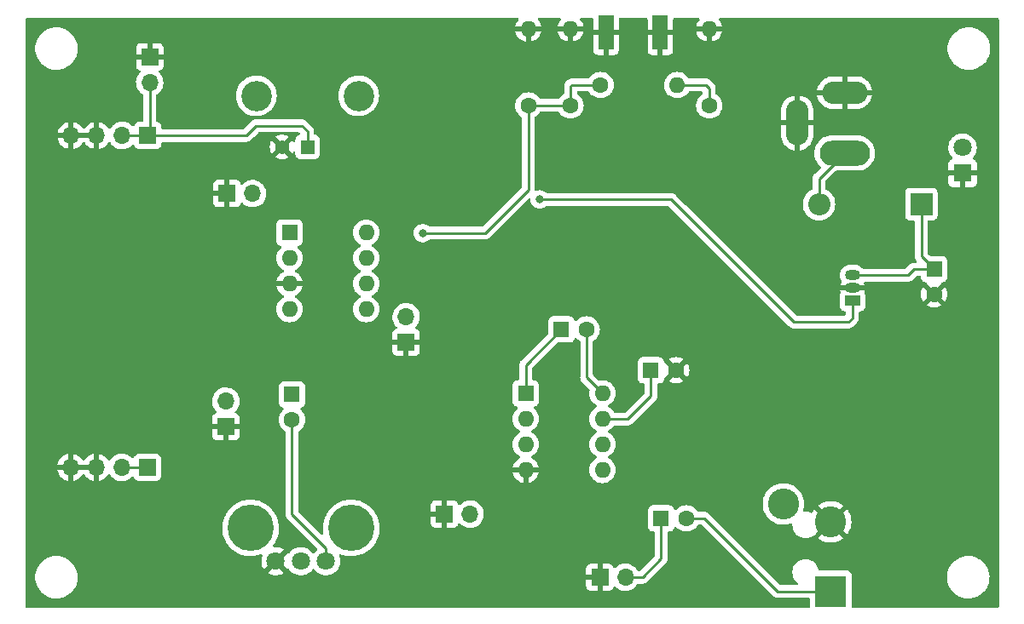
<source format=gbr>
%TF.GenerationSoftware,KiCad,Pcbnew,(6.0.7)*%
%TF.CreationDate,2024-07-22T14:21:25-04:00*%
%TF.ProjectId,DCR v2,44435220-7632-42e6-9b69-6361645f7063,rev?*%
%TF.SameCoordinates,Original*%
%TF.FileFunction,Copper,L2,Bot*%
%TF.FilePolarity,Positive*%
%FSLAX46Y46*%
G04 Gerber Fmt 4.6, Leading zero omitted, Abs format (unit mm)*
G04 Created by KiCad (PCBNEW (6.0.7)) date 2024-07-22 14:21:25*
%MOMM*%
%LPD*%
G01*
G04 APERTURE LIST*
%TA.AperFunction,ComponentPad*%
%ADD10R,1.500000X1.050000*%
%TD*%
%TA.AperFunction,ComponentPad*%
%ADD11O,1.500000X1.050000*%
%TD*%
%TA.AperFunction,ComponentPad*%
%ADD12R,1.700000X1.700000*%
%TD*%
%TA.AperFunction,ComponentPad*%
%ADD13O,1.700000X1.700000*%
%TD*%
%TA.AperFunction,ComponentPad*%
%ADD14R,1.600000X1.600000*%
%TD*%
%TA.AperFunction,ComponentPad*%
%ADD15C,1.600000*%
%TD*%
%TA.AperFunction,ComponentPad*%
%ADD16O,5.000000X2.500000*%
%TD*%
%TA.AperFunction,ComponentPad*%
%ADD17O,4.500000X2.250000*%
%TD*%
%TA.AperFunction,ComponentPad*%
%ADD18O,2.250000X4.500000*%
%TD*%
%TA.AperFunction,ComponentPad*%
%ADD19O,1.600000X1.600000*%
%TD*%
%TA.AperFunction,ComponentPad*%
%ADD20C,4.600000*%
%TD*%
%TA.AperFunction,ComponentPad*%
%ADD21C,1.800000*%
%TD*%
%TA.AperFunction,ComponentPad*%
%ADD22R,1.398000X1.398000*%
%TD*%
%TA.AperFunction,ComponentPad*%
%ADD23C,1.398000*%
%TD*%
%TA.AperFunction,ComponentPad*%
%ADD24C,3.015000*%
%TD*%
%TA.AperFunction,ComponentPad*%
%ADD25R,3.092000X3.092000*%
%TD*%
%TA.AperFunction,ComponentPad*%
%ADD26C,3.092000*%
%TD*%
%TA.AperFunction,SMDPad,CuDef*%
%ADD27R,1.500000X3.500000*%
%TD*%
%TA.AperFunction,ComponentPad*%
%ADD28R,1.800000X1.800000*%
%TD*%
%TA.AperFunction,ComponentPad*%
%ADD29R,2.200000X2.200000*%
%TD*%
%TA.AperFunction,ComponentPad*%
%ADD30O,2.200000X2.200000*%
%TD*%
%TA.AperFunction,ViaPad*%
%ADD31C,0.800000*%
%TD*%
%TA.AperFunction,Conductor*%
%ADD32C,0.250000*%
%TD*%
G04 APERTURE END LIST*
D10*
%TO.P,U3,1,VO*%
%TO.N,RX6V*%
X181229000Y-80391000D03*
D11*
%TO.P,U3,2,GND*%
%TO.N,GND*%
X181229000Y-79121000D03*
%TO.P,U3,3,VI*%
%TO.N,12V*%
X181229000Y-77851000D03*
%TD*%
D12*
%TO.P,J10,1,Pin_1*%
%TO.N,GND*%
X140716000Y-101600000D03*
D13*
%TO.P,J10,2,Pin_2*%
%TO.N,Net-(C4-Pad1)*%
X143256000Y-101600000D03*
%TD*%
D14*
%TO.P,C7,1*%
%TO.N,12V*%
X189333500Y-77240349D03*
D15*
%TO.P,C7,2*%
%TO.N,GND*%
X189333500Y-79740349D03*
%TD*%
D14*
%TO.P,C11,1*%
%TO.N,Net-(C11-Pad1)*%
X161216500Y-87302500D03*
D15*
%TO.P,C11,2*%
%TO.N,GND*%
X163716500Y-87302500D03*
%TD*%
D16*
%TO.P,J4,1*%
%TO.N,Net-(D2-Pad2)*%
X180443500Y-65693000D03*
D17*
%TO.P,J4,2*%
%TO.N,GND*%
X180443500Y-59693000D03*
D18*
%TO.P,J4,3*%
X175743500Y-62693000D03*
%TD*%
D15*
%TO.P,R4,1*%
%TO.N,Net-(C6-Pad1)*%
X156210000Y-58928000D03*
D19*
%TO.P,R4,2*%
%TO.N,Net-(J3-Pad1)*%
X163830000Y-58928000D03*
%TD*%
D15*
%TO.P,R9,1*%
%TO.N,Net-(C6-Pad1)*%
X149034500Y-60960000D03*
D19*
%TO.P,R9,2*%
%TO.N,GND*%
X149034500Y-53340000D03*
%TD*%
D14*
%TO.P,U4,1,GAIN*%
%TO.N,Net-(C12-Pad1)*%
X148780500Y-89598500D03*
D19*
%TO.P,U4,2,-*%
%TO.N,Net-(R7-Pad2)*%
X148780500Y-92138500D03*
%TO.P,U4,3,+*%
%TO.N,Net-(C4-Pad1)*%
X148780500Y-94678500D03*
%TO.P,U4,4,GND*%
%TO.N,GND*%
X148780500Y-97218500D03*
%TO.P,U4,5*%
%TO.N,Net-(C15-Pad1)*%
X156400500Y-97218500D03*
%TO.P,U4,6,V+*%
%TO.N,12V*%
X156400500Y-94678500D03*
%TO.P,U4,7,BYPASS*%
%TO.N,Net-(C11-Pad1)*%
X156400500Y-92138500D03*
%TO.P,U4,8,GAIN*%
%TO.N,Net-(C12-Pad2)*%
X156400500Y-89598500D03*
%TD*%
D12*
%TO.P,J6,1,Pin_1*%
%TO.N,GND*%
X136906000Y-84518500D03*
D13*
%TO.P,J6,2,Pin_2*%
%TO.N,Net-(C6-Pad2)*%
X136906000Y-81978500D03*
%TD*%
D14*
%TO.P,C15,1*%
%TO.N,Net-(C15-Pad1)*%
X162232500Y-102034500D03*
D15*
%TO.P,C15,2*%
%TO.N,Net-(C15-Pad2)*%
X164732500Y-102034500D03*
%TD*%
D12*
%TO.P,J7,1,Pin_1*%
%TO.N,GND*%
X118999000Y-92905500D03*
D13*
%TO.P,J7,2,Pin_2*%
%TO.N,Net-(C1-Pad1)*%
X118999000Y-90365500D03*
%TD*%
D20*
%TO.P,RV1,*%
%TO.N,*%
X121453500Y-102986000D03*
X131453500Y-102986000D03*
D21*
%TO.P,RV1,1,1*%
%TO.N,GND*%
X123953500Y-106286000D03*
%TO.P,RV1,2,2*%
%TO.N,Net-(R1-Pad1)*%
X126453500Y-106286000D03*
%TO.P,RV1,3,3*%
%TO.N,Net-(C3-Pad2)*%
X128953500Y-106286000D03*
%TD*%
D22*
%TO.P,J1,1,1*%
%TO.N,Net-(J1-Pad1)*%
X127114300Y-65089000D03*
D23*
%TO.P,J1,2,2*%
%TO.N,GND*%
X124574300Y-65089000D03*
D24*
%TO.P,J1,P1,SHIELD*%
%TO.N,unconnected-(J1-PadP1)*%
X122034300Y-60009000D03*
%TO.P,J1,P2,SHIELD*%
%TO.N,unconnected-(J1-PadP2)*%
X132194300Y-60009000D03*
%TD*%
D25*
%TO.P,J5,1,1*%
%TO.N,Net-(C15-Pad2)*%
X179070500Y-109285500D03*
D26*
%TO.P,J5,2,2*%
%TO.N,GND*%
X179070500Y-102385500D03*
%TO.P,J5,3,3*%
%TO.N,unconnected-(J5-Pad3)*%
X174370500Y-100585500D03*
%TD*%
D15*
%TO.P,R3,1*%
%TO.N,Net-(C6-Pad1)*%
X153225500Y-60960000D03*
D19*
%TO.P,R3,2*%
%TO.N,GND*%
X153225500Y-53340000D03*
%TD*%
D14*
%TO.P,C3,1*%
%TO.N,Net-(C1-Pad1)*%
X125564900Y-89715849D03*
D15*
%TO.P,C3,2*%
%TO.N,Net-(C3-Pad2)*%
X125564900Y-92215849D03*
%TD*%
D14*
%TO.P,U2,1,IN_A*%
%TO.N,Net-(C8-Pad2)*%
X125320900Y-73606500D03*
D19*
%TO.P,U2,2,IN_B*%
%TO.N,Net-(C2-Pad1)*%
X125320900Y-76146500D03*
%TO.P,U2,3,GND*%
%TO.N,GND*%
X125320900Y-78686500D03*
%TO.P,U2,4,OUT_A*%
%TO.N,Net-(C1-Pad1)*%
X125320900Y-81226500D03*
%TO.P,U2,5,OUT_B*%
%TO.N,unconnected-(U2-Pad5)*%
X132940900Y-81226500D03*
%TO.P,U2,6,OSC_B*%
%TO.N,Net-(C6-Pad2)*%
X132940900Y-78686500D03*
%TO.P,U2,7,OSC_E*%
%TO.N,unconnected-(U2-Pad7)*%
X132940900Y-76146500D03*
%TO.P,U2,8,Vcc*%
%TO.N,Net-(C5-Pad1)*%
X132940900Y-73606500D03*
%TD*%
D27*
%TO.P,J3,G3*%
%TO.N,GND*%
X162148500Y-53685000D03*
%TO.P,J3,G4*%
X156748500Y-53685000D03*
%TD*%
D28*
%TO.P,D1,1,K*%
%TO.N,GND*%
X192163700Y-67703700D03*
D21*
%TO.P,D1,2,A*%
%TO.N,Net-(D1-Pad2)*%
X192163700Y-65163700D03*
%TD*%
D29*
%TO.P,D2,1,K*%
%TO.N,12V*%
X188063500Y-70773000D03*
D30*
%TO.P,D2,2,A*%
%TO.N,Net-(D2-Pad2)*%
X177903500Y-70773000D03*
%TD*%
D12*
%TO.P,J9,1,Pin_1*%
%TO.N,GND*%
X156141500Y-107886500D03*
D13*
%TO.P,J9,2,Pin_2*%
%TO.N,Net-(C15-Pad1)*%
X158681500Y-107886500D03*
%TD*%
D14*
%TO.P,C12,1*%
%TO.N,Net-(C12-Pad1)*%
X152326500Y-83238500D03*
D15*
%TO.P,C12,2*%
%TO.N,Net-(C12-Pad2)*%
X154826500Y-83238500D03*
%TD*%
%TO.P,R5,1*%
%TO.N,Net-(J3-Pad1)*%
X167005000Y-60960000D03*
D19*
%TO.P,R5,2*%
%TO.N,GND*%
X167005000Y-53340000D03*
%TD*%
D12*
%TO.P,U1,1,IN*%
%TO.N,Net-(J1-Pad1)*%
X111259900Y-63944500D03*
D13*
%TO.P,U1,2,IN*%
X108719900Y-63944500D03*
%TO.P,U1,3,GND*%
%TO.N,GND*%
X106179900Y-63944500D03*
%TO.P,U1,4,GND*%
X103639900Y-63944500D03*
%TO.P,U1,5,GND*%
X103593900Y-96964500D03*
%TO.P,U1,6,GND*%
X106133900Y-96964500D03*
%TO.P,U1,7,OUT*%
%TO.N,Net-(C8-Pad1)*%
X108673900Y-96964500D03*
D12*
%TO.P,U1,8,OUT*%
X111213900Y-96964500D03*
%TD*%
%TO.P,J8,1,Pin_1*%
%TO.N,GND*%
X111442500Y-56129000D03*
D13*
%TO.P,J8,2,Pin_2*%
%TO.N,Net-(J1-Pad1)*%
X111442500Y-58669000D03*
%TD*%
D12*
%TO.P,J2,1,Pin_1*%
%TO.N,GND*%
X119121000Y-69723000D03*
D13*
%TO.P,J2,2,Pin_2*%
%TO.N,Net-(C8-Pad2)*%
X121661000Y-69723000D03*
%TD*%
D31*
%TO.N,Net-(C6-Pad1)*%
X138557000Y-73660000D03*
%TO.N,RX6V*%
X150167500Y-70304500D03*
%TD*%
D32*
%TO.N,RX6V*%
X175387000Y-82486500D02*
X180848000Y-82486500D01*
X180848000Y-82486500D02*
X181229000Y-82105500D01*
X163205000Y-70304500D02*
X175387000Y-82486500D01*
X150167500Y-70304500D02*
X163205000Y-70304500D01*
X181229000Y-82105500D02*
X181229000Y-80391000D01*
%TO.N,12V*%
X187364151Y-77240349D02*
X189333500Y-77240349D01*
X186753500Y-77851000D02*
X187364151Y-77240349D01*
X181229000Y-77851000D02*
X186753500Y-77851000D01*
%TO.N,Net-(C3-Pad2)*%
X125564900Y-92215849D02*
X125564900Y-101625400D01*
X125564900Y-101625400D02*
X128953500Y-105014000D01*
X128953500Y-105014000D02*
X128953500Y-106286000D01*
%TO.N,Net-(C6-Pad1)*%
X144716500Y-73660000D02*
X138557000Y-73660000D01*
X153225500Y-59055000D02*
X153225500Y-60960000D01*
X156210000Y-58928000D02*
X153352500Y-58928000D01*
X153225500Y-60960000D02*
X149034500Y-60960000D01*
X149034500Y-69342000D02*
X144716500Y-73660000D01*
X153352500Y-58928000D02*
X153225500Y-59055000D01*
X149034500Y-60960000D02*
X149034500Y-69342000D01*
%TO.N,12V*%
X188063500Y-75970349D02*
X189333500Y-77240349D01*
X188063500Y-70773000D02*
X188063500Y-75970349D01*
%TO.N,Net-(D2-Pad2)*%
X177903500Y-68233000D02*
X180443500Y-65693000D01*
X177903500Y-70773000D02*
X177903500Y-68233000D01*
%TO.N,Net-(J1-Pad1)*%
X108719900Y-63944500D02*
X111259900Y-63944500D01*
X111442500Y-58669000D02*
X111442500Y-63761900D01*
X127114300Y-63550800D02*
X127114300Y-65089000D01*
X121983500Y-62992000D02*
X126555500Y-62992000D01*
X121031000Y-63944500D02*
X121983500Y-62992000D01*
X111259900Y-63944500D02*
X121031000Y-63944500D01*
X126555500Y-62992000D02*
X127114300Y-63550800D01*
X111442500Y-63761900D02*
X111259900Y-63944500D01*
%TO.N,Net-(J3-Pad1)*%
X167005000Y-60960000D02*
X167005000Y-59245500D01*
X167005000Y-59245500D02*
X166687500Y-58928000D01*
X166687500Y-58928000D02*
X163830000Y-58928000D01*
%TO.N,Net-(C8-Pad1)*%
X108673900Y-96964500D02*
X111213900Y-96964500D01*
%TO.N,Net-(C11-Pad1)*%
X161216500Y-89842500D02*
X161216500Y-87302500D01*
X156400500Y-92138500D02*
X158920500Y-92138500D01*
X158920500Y-92138500D02*
X161216500Y-89842500D01*
%TO.N,Net-(C12-Pad1)*%
X148780500Y-89598500D02*
X148780500Y-86784500D01*
X148780500Y-86784500D02*
X152326500Y-83238500D01*
%TO.N,Net-(C12-Pad2)*%
X154826500Y-88024500D02*
X156400500Y-89598500D01*
X154826500Y-83238500D02*
X154826500Y-88024500D01*
%TO.N,Net-(C15-Pad1)*%
X162232500Y-102034500D02*
X162232500Y-106055000D01*
X162232500Y-106055000D02*
X160401000Y-107886500D01*
X160401000Y-107886500D02*
X158681500Y-107886500D01*
%TO.N,Net-(C15-Pad2)*%
X173801500Y-109285500D02*
X166550500Y-102034500D01*
X179070500Y-109285500D02*
X173801500Y-109285500D01*
X166550500Y-102034500D02*
X164732500Y-102034500D01*
%TD*%
%TA.AperFunction,Conductor*%
%TO.N,GND*%
G36*
X148027640Y-52281002D02*
G01*
X148074133Y-52334658D01*
X148084237Y-52404932D01*
X148054743Y-52469512D01*
X148048614Y-52476095D01*
X148032584Y-52492125D01*
X148025528Y-52500533D01*
X147900569Y-52678993D01*
X147895086Y-52688489D01*
X147803010Y-52885947D01*
X147799264Y-52896239D01*
X147753106Y-53068503D01*
X147753442Y-53082599D01*
X147761384Y-53086000D01*
X150302467Y-53086000D01*
X150315998Y-53082027D01*
X150317227Y-53073478D01*
X150269736Y-52896239D01*
X150265990Y-52885947D01*
X150173914Y-52688489D01*
X150168431Y-52678993D01*
X150043472Y-52500533D01*
X150036416Y-52492125D01*
X150020386Y-52476095D01*
X149986360Y-52413783D01*
X149991425Y-52342968D01*
X150033972Y-52286132D01*
X150100492Y-52261321D01*
X150109481Y-52261000D01*
X152150519Y-52261000D01*
X152218640Y-52281002D01*
X152265133Y-52334658D01*
X152275237Y-52404932D01*
X152245743Y-52469512D01*
X152239614Y-52476095D01*
X152223584Y-52492125D01*
X152216528Y-52500533D01*
X152091569Y-52678993D01*
X152086086Y-52688489D01*
X151994010Y-52885947D01*
X151990264Y-52896239D01*
X151944106Y-53068503D01*
X151944442Y-53082599D01*
X151952384Y-53086000D01*
X154493467Y-53086000D01*
X154506998Y-53082027D01*
X154508227Y-53073478D01*
X154460736Y-52896239D01*
X154456990Y-52885947D01*
X154364914Y-52688489D01*
X154359431Y-52678993D01*
X154234472Y-52500533D01*
X154227416Y-52492125D01*
X154211386Y-52476095D01*
X154177360Y-52413783D01*
X154182425Y-52342968D01*
X154224972Y-52286132D01*
X154291492Y-52261321D01*
X154300481Y-52261000D01*
X155364500Y-52261000D01*
X155432621Y-52281002D01*
X155479114Y-52334658D01*
X155490500Y-52387000D01*
X155490500Y-53412885D01*
X155494975Y-53428124D01*
X155496365Y-53429329D01*
X155504048Y-53431000D01*
X157988384Y-53431000D01*
X158003623Y-53426525D01*
X158004828Y-53425135D01*
X158006499Y-53417452D01*
X158006499Y-52387000D01*
X158026501Y-52318879D01*
X158080157Y-52272386D01*
X158132499Y-52261000D01*
X160764500Y-52261000D01*
X160832621Y-52281002D01*
X160879114Y-52334658D01*
X160890500Y-52387000D01*
X160890500Y-53412885D01*
X160894975Y-53428124D01*
X160896365Y-53429329D01*
X160904048Y-53431000D01*
X163388384Y-53431000D01*
X163403623Y-53426525D01*
X163404828Y-53425135D01*
X163406499Y-53417452D01*
X163406499Y-52387000D01*
X163426501Y-52318879D01*
X163480157Y-52272386D01*
X163532499Y-52261000D01*
X165930019Y-52261000D01*
X165998140Y-52281002D01*
X166044633Y-52334658D01*
X166054737Y-52404932D01*
X166025243Y-52469512D01*
X166019114Y-52476095D01*
X166003084Y-52492125D01*
X165996028Y-52500533D01*
X165871069Y-52678993D01*
X165865586Y-52688489D01*
X165773510Y-52885947D01*
X165769764Y-52896239D01*
X165723606Y-53068503D01*
X165723942Y-53082599D01*
X165731884Y-53086000D01*
X168272967Y-53086000D01*
X168286498Y-53082027D01*
X168287727Y-53073478D01*
X168240236Y-52896239D01*
X168236490Y-52885947D01*
X168144414Y-52688489D01*
X168138931Y-52678993D01*
X168013972Y-52500533D01*
X168006916Y-52492125D01*
X167990886Y-52476095D01*
X167956860Y-52413783D01*
X167961925Y-52342968D01*
X168004472Y-52286132D01*
X168070992Y-52261321D01*
X168079981Y-52261000D01*
X195644000Y-52261000D01*
X195712121Y-52281002D01*
X195758614Y-52334658D01*
X195770000Y-52387000D01*
X195770000Y-110808000D01*
X195749998Y-110876121D01*
X195696342Y-110922614D01*
X195644000Y-110934000D01*
X181251000Y-110934000D01*
X181182879Y-110913998D01*
X181136386Y-110860342D01*
X181125000Y-110808000D01*
X181125000Y-108019203D01*
X190613243Y-108019203D01*
X190613802Y-108023447D01*
X190613802Y-108023451D01*
X190620749Y-108076215D01*
X190650768Y-108304234D01*
X190651901Y-108308374D01*
X190651901Y-108308376D01*
X190654505Y-108317895D01*
X190726629Y-108581536D01*
X190728313Y-108585484D01*
X190819470Y-108799196D01*
X190839423Y-108845976D01*
X190987061Y-109092661D01*
X191166813Y-109317028D01*
X191375351Y-109514923D01*
X191608817Y-109682686D01*
X191612612Y-109684695D01*
X191612613Y-109684696D01*
X191634369Y-109696215D01*
X191862892Y-109817212D01*
X191887199Y-109826107D01*
X192110996Y-109908005D01*
X192132873Y-109916011D01*
X192413764Y-109977255D01*
X192442341Y-109979504D01*
X192636782Y-109994807D01*
X192636791Y-109994807D01*
X192639239Y-109995000D01*
X192794771Y-109995000D01*
X192796907Y-109994854D01*
X192796918Y-109994854D01*
X193005048Y-109980665D01*
X193005054Y-109980664D01*
X193009325Y-109980373D01*
X193013520Y-109979504D01*
X193013522Y-109979504D01*
X193209099Y-109939002D01*
X193290842Y-109922074D01*
X193561843Y-109826107D01*
X193817312Y-109694250D01*
X193820813Y-109691789D01*
X193820817Y-109691787D01*
X193934918Y-109611595D01*
X194052523Y-109528941D01*
X194263122Y-109333240D01*
X194445213Y-109110768D01*
X194595427Y-108865642D01*
X194599427Y-108856531D01*
X194709257Y-108606330D01*
X194710983Y-108602398D01*
X194730747Y-108533018D01*
X194753396Y-108453506D01*
X194789744Y-108325906D01*
X194830251Y-108041284D01*
X194830345Y-108023451D01*
X194831735Y-107758083D01*
X194831735Y-107758076D01*
X194831757Y-107753797D01*
X194824370Y-107697683D01*
X194805977Y-107557977D01*
X194794232Y-107468766D01*
X194718371Y-107191464D01*
X194689860Y-107124622D01*
X194607263Y-106930976D01*
X194607261Y-106930972D01*
X194605577Y-106927024D01*
X194502204Y-106754300D01*
X194460143Y-106684021D01*
X194460140Y-106684017D01*
X194457939Y-106680339D01*
X194278187Y-106455972D01*
X194099074Y-106286000D01*
X194072758Y-106261027D01*
X194072755Y-106261025D01*
X194069649Y-106258077D01*
X193836183Y-106090314D01*
X193814343Y-106078750D01*
X193791154Y-106066472D01*
X193582108Y-105955788D01*
X193312127Y-105856989D01*
X193031236Y-105795745D01*
X193000185Y-105793301D01*
X192808218Y-105778193D01*
X192808209Y-105778193D01*
X192805761Y-105778000D01*
X192650229Y-105778000D01*
X192648093Y-105778146D01*
X192648082Y-105778146D01*
X192439952Y-105792335D01*
X192439946Y-105792336D01*
X192435675Y-105792627D01*
X192431480Y-105793496D01*
X192431478Y-105793496D01*
X192384880Y-105803146D01*
X192154158Y-105850926D01*
X191883157Y-105946893D01*
X191879348Y-105948859D01*
X191650134Y-106067165D01*
X191627688Y-106078750D01*
X191624187Y-106081211D01*
X191624183Y-106081213D01*
X191536681Y-106142711D01*
X191392477Y-106244059D01*
X191351241Y-106282378D01*
X191185816Y-106436101D01*
X191181878Y-106439760D01*
X190999787Y-106662232D01*
X190849573Y-106907358D01*
X190847847Y-106911291D01*
X190847846Y-106911292D01*
X190836887Y-106936257D01*
X190734017Y-107170602D01*
X190655256Y-107447094D01*
X190633549Y-107599616D01*
X190619593Y-107697683D01*
X190614749Y-107731716D01*
X190614727Y-107736005D01*
X190614726Y-107736012D01*
X190613265Y-108014917D01*
X190613243Y-108019203D01*
X181125000Y-108019203D01*
X181125000Y-107691366D01*
X181118245Y-107629184D01*
X181067115Y-107492795D01*
X180979761Y-107376239D01*
X180863205Y-107288885D01*
X180726816Y-107237755D01*
X180664634Y-107231000D01*
X177980444Y-107231000D01*
X177912323Y-107210998D01*
X177865830Y-107157342D01*
X177858737Y-107137611D01*
X177806207Y-106941567D01*
X177806206Y-106941565D01*
X177804784Y-106936257D01*
X177802461Y-106931275D01*
X177710349Y-106733738D01*
X177710346Y-106733733D01*
X177708023Y-106728751D01*
X177634598Y-106623889D01*
X177579857Y-106545711D01*
X177579855Y-106545708D01*
X177576698Y-106541200D01*
X177414800Y-106379302D01*
X177410292Y-106376145D01*
X177410289Y-106376143D01*
X177295233Y-106295580D01*
X177227249Y-106247977D01*
X177222267Y-106245654D01*
X177222262Y-106245651D01*
X177024725Y-106153539D01*
X177024724Y-106153539D01*
X177019743Y-106151216D01*
X177014435Y-106149794D01*
X177014433Y-106149793D01*
X176803902Y-106093381D01*
X176803900Y-106093381D01*
X176798587Y-106091957D01*
X176694905Y-106082886D01*
X176630351Y-106077238D01*
X176630344Y-106077238D01*
X176627627Y-106077000D01*
X176513373Y-106077000D01*
X176510656Y-106077238D01*
X176510649Y-106077238D01*
X176446095Y-106082886D01*
X176342413Y-106091957D01*
X176337100Y-106093381D01*
X176337098Y-106093381D01*
X176126567Y-106149793D01*
X176126565Y-106149794D01*
X176121257Y-106151216D01*
X176116276Y-106153539D01*
X176116275Y-106153539D01*
X175918738Y-106245651D01*
X175918733Y-106245654D01*
X175913751Y-106247977D01*
X175845767Y-106295580D01*
X175730711Y-106376143D01*
X175730708Y-106376145D01*
X175726200Y-106379302D01*
X175564302Y-106541200D01*
X175561145Y-106545708D01*
X175561143Y-106545711D01*
X175506402Y-106623889D01*
X175432977Y-106728751D01*
X175430654Y-106733733D01*
X175430651Y-106733738D01*
X175338539Y-106931275D01*
X175336216Y-106936257D01*
X175334794Y-106941565D01*
X175334793Y-106941567D01*
X175302581Y-107061783D01*
X175276957Y-107157413D01*
X175257002Y-107385500D01*
X175276957Y-107613587D01*
X175278381Y-107618900D01*
X175278381Y-107618902D01*
X175299491Y-107697683D01*
X175336216Y-107834743D01*
X175338539Y-107839724D01*
X175338539Y-107839725D01*
X175430651Y-108037262D01*
X175430654Y-108037267D01*
X175432977Y-108042249D01*
X175564302Y-108229800D01*
X175726200Y-108391698D01*
X175730710Y-108394856D01*
X175730716Y-108394861D01*
X175770599Y-108422787D01*
X175814928Y-108478244D01*
X175822237Y-108548863D01*
X175790207Y-108612223D01*
X175729005Y-108648209D01*
X175698329Y-108652000D01*
X174116094Y-108652000D01*
X174047973Y-108631998D01*
X174026999Y-108615095D01*
X170549702Y-105137797D01*
X169419716Y-104007811D01*
X177813462Y-104007811D01*
X177820515Y-104017782D01*
X177857079Y-104048354D01*
X177864001Y-104053383D01*
X178093978Y-104197648D01*
X178101524Y-104201694D01*
X178348947Y-104313409D01*
X178356977Y-104316396D01*
X178617274Y-104393499D01*
X178625626Y-104395366D01*
X178893983Y-104436430D01*
X178902516Y-104437146D01*
X179173958Y-104441411D01*
X179182509Y-104440962D01*
X179452017Y-104408349D01*
X179460431Y-104406744D01*
X179723022Y-104337855D01*
X179731137Y-104335124D01*
X179981950Y-104231233D01*
X179989618Y-104227427D01*
X180224014Y-104090457D01*
X180231095Y-104085644D01*
X180317919Y-104017566D01*
X180326390Y-104005706D01*
X180319874Y-103994085D01*
X179083310Y-102757520D01*
X179069369Y-102749908D01*
X179067534Y-102750039D01*
X179060920Y-102754290D01*
X177820754Y-103994457D01*
X177813462Y-104007811D01*
X169419716Y-104007811D01*
X167054152Y-101642247D01*
X167046612Y-101633961D01*
X167042500Y-101627482D01*
X166992848Y-101580856D01*
X166990007Y-101578102D01*
X166970270Y-101558365D01*
X166967073Y-101555885D01*
X166958051Y-101548180D01*
X166931600Y-101523341D01*
X166925821Y-101517914D01*
X166918875Y-101514095D01*
X166918872Y-101514093D01*
X166908066Y-101508152D01*
X166891547Y-101497301D01*
X166886654Y-101493506D01*
X166875541Y-101484886D01*
X166868272Y-101481741D01*
X166868268Y-101481738D01*
X166834963Y-101467326D01*
X166824313Y-101462109D01*
X166785560Y-101440805D01*
X166765937Y-101435767D01*
X166747234Y-101429363D01*
X166735920Y-101424467D01*
X166735919Y-101424467D01*
X166728645Y-101421319D01*
X166720822Y-101420080D01*
X166720812Y-101420077D01*
X166684976Y-101414401D01*
X166673356Y-101411995D01*
X166638211Y-101402972D01*
X166638210Y-101402972D01*
X166630530Y-101401000D01*
X166610276Y-101401000D01*
X166590565Y-101399449D01*
X166578386Y-101397520D01*
X166570557Y-101396280D01*
X166562665Y-101397026D01*
X166526539Y-101400441D01*
X166514681Y-101401000D01*
X165951894Y-101401000D01*
X165883773Y-101380998D01*
X165848681Y-101347271D01*
X165741857Y-101194711D01*
X165741855Y-101194708D01*
X165738698Y-101190200D01*
X165576800Y-101028302D01*
X165572292Y-101025145D01*
X165572289Y-101025143D01*
X165494111Y-100970402D01*
X165389249Y-100896977D01*
X165384267Y-100894654D01*
X165384262Y-100894651D01*
X165186725Y-100802539D01*
X165186724Y-100802539D01*
X165181743Y-100800216D01*
X165176435Y-100798794D01*
X165176433Y-100798793D01*
X164965902Y-100742381D01*
X164965900Y-100742381D01*
X164960587Y-100740957D01*
X164732500Y-100721002D01*
X164504413Y-100740957D01*
X164499100Y-100742381D01*
X164499098Y-100742381D01*
X164288567Y-100798793D01*
X164288565Y-100798794D01*
X164283257Y-100800216D01*
X164278276Y-100802539D01*
X164278275Y-100802539D01*
X164080738Y-100894651D01*
X164080733Y-100894654D01*
X164075751Y-100896977D01*
X163970889Y-100970402D01*
X163892711Y-101025143D01*
X163892708Y-101025145D01*
X163888200Y-101028302D01*
X163742500Y-101174002D01*
X163680188Y-101208028D01*
X163609373Y-101202963D01*
X163552537Y-101160416D01*
X163535368Y-101123763D01*
X163534245Y-101124184D01*
X163486267Y-100996203D01*
X163483115Y-100987795D01*
X163395761Y-100871239D01*
X163279205Y-100783885D01*
X163142816Y-100732755D01*
X163080634Y-100726000D01*
X161384366Y-100726000D01*
X161322184Y-100732755D01*
X161185795Y-100783885D01*
X161069239Y-100871239D01*
X160981885Y-100987795D01*
X160930755Y-101124184D01*
X160924000Y-101186366D01*
X160924000Y-102882634D01*
X160930755Y-102944816D01*
X160981885Y-103081205D01*
X161069239Y-103197761D01*
X161185795Y-103285115D01*
X161322184Y-103336245D01*
X161384366Y-103343000D01*
X161473000Y-103343000D01*
X161541121Y-103363002D01*
X161587614Y-103416658D01*
X161599000Y-103469000D01*
X161599000Y-105740406D01*
X161578998Y-105808527D01*
X161562095Y-105829501D01*
X160175500Y-107216095D01*
X160113188Y-107250121D01*
X160086405Y-107253000D01*
X159958305Y-107253000D01*
X159890184Y-107232998D01*
X159852513Y-107195440D01*
X159764322Y-107059117D01*
X159764320Y-107059114D01*
X159761514Y-107054777D01*
X159611170Y-106889551D01*
X159607119Y-106886352D01*
X159607115Y-106886348D01*
X159439914Y-106754300D01*
X159439910Y-106754298D01*
X159435859Y-106751098D01*
X159240289Y-106643138D01*
X159235420Y-106641414D01*
X159235416Y-106641412D01*
X159034587Y-106570295D01*
X159034583Y-106570294D01*
X159029712Y-106568569D01*
X159024619Y-106567662D01*
X159024616Y-106567661D01*
X158814873Y-106530300D01*
X158814867Y-106530299D01*
X158809784Y-106529394D01*
X158735952Y-106528492D01*
X158591581Y-106526728D01*
X158591579Y-106526728D01*
X158586411Y-106526665D01*
X158365591Y-106560455D01*
X158153256Y-106629857D01*
X158122943Y-106645637D01*
X157963283Y-106728751D01*
X157955107Y-106733007D01*
X157950974Y-106736110D01*
X157950971Y-106736112D01*
X157780600Y-106864030D01*
X157776465Y-106867135D01*
X157772893Y-106870873D01*
X157695398Y-106951966D01*
X157633874Y-106987395D01*
X157562962Y-106983938D01*
X157505176Y-106942692D01*
X157486323Y-106909144D01*
X157444824Y-106798446D01*
X157436286Y-106782851D01*
X157359785Y-106680776D01*
X157347224Y-106668215D01*
X157245149Y-106591714D01*
X157229554Y-106583176D01*
X157109106Y-106538022D01*
X157093851Y-106534395D01*
X157042986Y-106528869D01*
X157036172Y-106528500D01*
X156413615Y-106528500D01*
X156398376Y-106532975D01*
X156397171Y-106534365D01*
X156395500Y-106542048D01*
X156395500Y-109226384D01*
X156399975Y-109241623D01*
X156401365Y-109242828D01*
X156409048Y-109244499D01*
X157036169Y-109244499D01*
X157042990Y-109244129D01*
X157093852Y-109238605D01*
X157109104Y-109234979D01*
X157229554Y-109189824D01*
X157245149Y-109181286D01*
X157347224Y-109104785D01*
X157359785Y-109092224D01*
X157436286Y-108990149D01*
X157444824Y-108974554D01*
X157485725Y-108865452D01*
X157528367Y-108808688D01*
X157594928Y-108783988D01*
X157664277Y-108799196D01*
X157698944Y-108827184D01*
X157724365Y-108856531D01*
X157724369Y-108856535D01*
X157727750Y-108860438D01*
X157899626Y-109003132D01*
X158092500Y-109115838D01*
X158301192Y-109195530D01*
X158306260Y-109196561D01*
X158306263Y-109196562D01*
X158413517Y-109218383D01*
X158520097Y-109240067D01*
X158525272Y-109240257D01*
X158525274Y-109240257D01*
X158738173Y-109248064D01*
X158738177Y-109248064D01*
X158743337Y-109248253D01*
X158748457Y-109247597D01*
X158748459Y-109247597D01*
X158959788Y-109220525D01*
X158959789Y-109220525D01*
X158964916Y-109219868D01*
X158969866Y-109218383D01*
X159173929Y-109157161D01*
X159173934Y-109157159D01*
X159178884Y-109155674D01*
X159379494Y-109057396D01*
X159561360Y-108927673D01*
X159719596Y-108769989D01*
X159849953Y-108588577D01*
X159852246Y-108583937D01*
X159853946Y-108581108D01*
X159906174Y-108533018D01*
X159961951Y-108520000D01*
X160322233Y-108520000D01*
X160333416Y-108520527D01*
X160340909Y-108522202D01*
X160348835Y-108521953D01*
X160348836Y-108521953D01*
X160408986Y-108520062D01*
X160412945Y-108520000D01*
X160440856Y-108520000D01*
X160444791Y-108519503D01*
X160444856Y-108519495D01*
X160456693Y-108518562D01*
X160488951Y-108517548D01*
X160492970Y-108517422D01*
X160500889Y-108517173D01*
X160520343Y-108511521D01*
X160539700Y-108507513D01*
X160551930Y-108505968D01*
X160551931Y-108505968D01*
X160559797Y-108504974D01*
X160567168Y-108502055D01*
X160567170Y-108502055D01*
X160600912Y-108488696D01*
X160612142Y-108484851D01*
X160646983Y-108474729D01*
X160646984Y-108474729D01*
X160654593Y-108472518D01*
X160661412Y-108468485D01*
X160661417Y-108468483D01*
X160672028Y-108462207D01*
X160689776Y-108453512D01*
X160708617Y-108446052D01*
X160744387Y-108420064D01*
X160754307Y-108413548D01*
X160785535Y-108395080D01*
X160785538Y-108395078D01*
X160792362Y-108391042D01*
X160806683Y-108376721D01*
X160821717Y-108363880D01*
X160831694Y-108356631D01*
X160838107Y-108351972D01*
X160866298Y-108317895D01*
X160874288Y-108309116D01*
X162624747Y-106558657D01*
X162633037Y-106551113D01*
X162639518Y-106547000D01*
X162686159Y-106497332D01*
X162688913Y-106494491D01*
X162708634Y-106474770D01*
X162711112Y-106471575D01*
X162718818Y-106462553D01*
X162743658Y-106436101D01*
X162749086Y-106430321D01*
X162758846Y-106412568D01*
X162769699Y-106396045D01*
X162777253Y-106386306D01*
X162782113Y-106380041D01*
X162799676Y-106339457D01*
X162804883Y-106328827D01*
X162826195Y-106290060D01*
X162828166Y-106282383D01*
X162828168Y-106282378D01*
X162831232Y-106270442D01*
X162837638Y-106251730D01*
X162839695Y-106246978D01*
X162845681Y-106233145D01*
X162846921Y-106225317D01*
X162846923Y-106225310D01*
X162852599Y-106189476D01*
X162855005Y-106177856D01*
X162864028Y-106142711D01*
X162864028Y-106142710D01*
X162866000Y-106135030D01*
X162866000Y-106114776D01*
X162867551Y-106095065D01*
X162868304Y-106090314D01*
X162870720Y-106075057D01*
X162866559Y-106031038D01*
X162866000Y-106019181D01*
X162866000Y-103469000D01*
X162886002Y-103400879D01*
X162939658Y-103354386D01*
X162992000Y-103343000D01*
X163080634Y-103343000D01*
X163142816Y-103336245D01*
X163279205Y-103285115D01*
X163395761Y-103197761D01*
X163483115Y-103081205D01*
X163534245Y-102944816D01*
X163536191Y-102945546D01*
X163566045Y-102893295D01*
X163629003Y-102860479D01*
X163699707Y-102866909D01*
X163742500Y-102894998D01*
X163888200Y-103040698D01*
X163892708Y-103043855D01*
X163892711Y-103043857D01*
X163934042Y-103072797D01*
X164075751Y-103172023D01*
X164080733Y-103174346D01*
X164080738Y-103174349D01*
X164278275Y-103266461D01*
X164283257Y-103268784D01*
X164288565Y-103270206D01*
X164288567Y-103270207D01*
X164499098Y-103326619D01*
X164499100Y-103326619D01*
X164504413Y-103328043D01*
X164732500Y-103347998D01*
X164960587Y-103328043D01*
X164965900Y-103326619D01*
X164965902Y-103326619D01*
X165176433Y-103270207D01*
X165176435Y-103270206D01*
X165181743Y-103268784D01*
X165186725Y-103266461D01*
X165384262Y-103174349D01*
X165384267Y-103174346D01*
X165389249Y-103172023D01*
X165530958Y-103072797D01*
X165572289Y-103043857D01*
X165572292Y-103043855D01*
X165576800Y-103040698D01*
X165738698Y-102878800D01*
X165744397Y-102870661D01*
X165848681Y-102721729D01*
X165904138Y-102677401D01*
X165951894Y-102668000D01*
X166235906Y-102668000D01*
X166304027Y-102688002D01*
X166325001Y-102704905D01*
X173297843Y-109677747D01*
X173305387Y-109686037D01*
X173309500Y-109692518D01*
X173315277Y-109697943D01*
X173359167Y-109739158D01*
X173362009Y-109741913D01*
X173381731Y-109761635D01*
X173384855Y-109764058D01*
X173384859Y-109764062D01*
X173384924Y-109764112D01*
X173393945Y-109771817D01*
X173426179Y-109802086D01*
X173433127Y-109805905D01*
X173433129Y-109805907D01*
X173443932Y-109811846D01*
X173460459Y-109822702D01*
X173470198Y-109830257D01*
X173470200Y-109830258D01*
X173476460Y-109835114D01*
X173517040Y-109852674D01*
X173527688Y-109857891D01*
X173566440Y-109879195D01*
X173574116Y-109881166D01*
X173574119Y-109881167D01*
X173586062Y-109884233D01*
X173604767Y-109890637D01*
X173623355Y-109898681D01*
X173631178Y-109899920D01*
X173631188Y-109899923D01*
X173667024Y-109905599D01*
X173678644Y-109908005D01*
X173704083Y-109914536D01*
X173721470Y-109919000D01*
X173741724Y-109919000D01*
X173761434Y-109920551D01*
X173781443Y-109923720D01*
X173789335Y-109922974D01*
X173825461Y-109919559D01*
X173837319Y-109919000D01*
X176890000Y-109919000D01*
X176958121Y-109939002D01*
X177004614Y-109992658D01*
X177016000Y-110045000D01*
X177016000Y-110808000D01*
X176995998Y-110876121D01*
X176942342Y-110922614D01*
X176890000Y-110934000D01*
X99250000Y-110934000D01*
X99181879Y-110913998D01*
X99135386Y-110860342D01*
X99124000Y-110808000D01*
X99124000Y-108019203D01*
X100062243Y-108019203D01*
X100062802Y-108023447D01*
X100062802Y-108023451D01*
X100069749Y-108076215D01*
X100099768Y-108304234D01*
X100100901Y-108308374D01*
X100100901Y-108308376D01*
X100103505Y-108317895D01*
X100175629Y-108581536D01*
X100177313Y-108585484D01*
X100268470Y-108799196D01*
X100288423Y-108845976D01*
X100436061Y-109092661D01*
X100615813Y-109317028D01*
X100824351Y-109514923D01*
X101057817Y-109682686D01*
X101061612Y-109684695D01*
X101061613Y-109684696D01*
X101083369Y-109696215D01*
X101311892Y-109817212D01*
X101336199Y-109826107D01*
X101559996Y-109908005D01*
X101581873Y-109916011D01*
X101862764Y-109977255D01*
X101891341Y-109979504D01*
X102085782Y-109994807D01*
X102085791Y-109994807D01*
X102088239Y-109995000D01*
X102243771Y-109995000D01*
X102245907Y-109994854D01*
X102245918Y-109994854D01*
X102454048Y-109980665D01*
X102454054Y-109980664D01*
X102458325Y-109980373D01*
X102462520Y-109979504D01*
X102462522Y-109979504D01*
X102658099Y-109939002D01*
X102739842Y-109922074D01*
X103010843Y-109826107D01*
X103266312Y-109694250D01*
X103269813Y-109691789D01*
X103269817Y-109691787D01*
X103383917Y-109611596D01*
X103501523Y-109528941D01*
X103712122Y-109333240D01*
X103894213Y-109110768D01*
X104044427Y-108865642D01*
X104048427Y-108856531D01*
X104081508Y-108781169D01*
X154783501Y-108781169D01*
X154783871Y-108787990D01*
X154789395Y-108838852D01*
X154793021Y-108854104D01*
X154838176Y-108974554D01*
X154846714Y-108990149D01*
X154923215Y-109092224D01*
X154935776Y-109104785D01*
X155037851Y-109181286D01*
X155053446Y-109189824D01*
X155173894Y-109234978D01*
X155189149Y-109238605D01*
X155240014Y-109244131D01*
X155246828Y-109244500D01*
X155869385Y-109244500D01*
X155884624Y-109240025D01*
X155885829Y-109238635D01*
X155887500Y-109230952D01*
X155887500Y-108158615D01*
X155883025Y-108143376D01*
X155881635Y-108142171D01*
X155873952Y-108140500D01*
X154801616Y-108140500D01*
X154786377Y-108144975D01*
X154785172Y-108146365D01*
X154783501Y-108154048D01*
X154783501Y-108781169D01*
X104081508Y-108781169D01*
X104158257Y-108606330D01*
X104159983Y-108602398D01*
X104179747Y-108533018D01*
X104202396Y-108453506D01*
X104238744Y-108325906D01*
X104279251Y-108041284D01*
X104279345Y-108023451D01*
X104280735Y-107758083D01*
X104280735Y-107758076D01*
X104280757Y-107753797D01*
X104273370Y-107697683D01*
X104254977Y-107557977D01*
X104243232Y-107468766D01*
X104237389Y-107447406D01*
X123156923Y-107447406D01*
X123162204Y-107454461D01*
X123338580Y-107557527D01*
X123347863Y-107561974D01*
X123554503Y-107640883D01*
X123564401Y-107643759D01*
X123781153Y-107687857D01*
X123791383Y-107689076D01*
X124012414Y-107697182D01*
X124022723Y-107696714D01*
X124242123Y-107668608D01*
X124252188Y-107666468D01*
X124464057Y-107602905D01*
X124473652Y-107599144D01*
X124672278Y-107501838D01*
X124681136Y-107496559D01*
X124738597Y-107455572D01*
X124746997Y-107444874D01*
X124740010Y-107431721D01*
X123966311Y-106658021D01*
X123952368Y-106650408D01*
X123950534Y-106650539D01*
X123943920Y-106654790D01*
X123163680Y-107435031D01*
X123156923Y-107447406D01*
X104237389Y-107447406D01*
X104167371Y-107191464D01*
X104138860Y-107124622D01*
X104056263Y-106930976D01*
X104056261Y-106930972D01*
X104054577Y-106927024D01*
X103951204Y-106754300D01*
X103909143Y-106684021D01*
X103909140Y-106684017D01*
X103906939Y-106680339D01*
X103727187Y-106455972D01*
X103548074Y-106286000D01*
X103521758Y-106261027D01*
X103521755Y-106261025D01*
X103518649Y-106258077D01*
X103285183Y-106090314D01*
X103263343Y-106078750D01*
X103240154Y-106066472D01*
X103031108Y-105955788D01*
X102761127Y-105856989D01*
X102480236Y-105795745D01*
X102449185Y-105793301D01*
X102257218Y-105778193D01*
X102257209Y-105778193D01*
X102254761Y-105778000D01*
X102099229Y-105778000D01*
X102097093Y-105778146D01*
X102097082Y-105778146D01*
X101888952Y-105792335D01*
X101888946Y-105792336D01*
X101884675Y-105792627D01*
X101880480Y-105793496D01*
X101880478Y-105793496D01*
X101833880Y-105803146D01*
X101603158Y-105850926D01*
X101332157Y-105946893D01*
X101328348Y-105948859D01*
X101099134Y-106067165D01*
X101076688Y-106078750D01*
X101073187Y-106081211D01*
X101073183Y-106081213D01*
X100985681Y-106142711D01*
X100841477Y-106244059D01*
X100800241Y-106282378D01*
X100634816Y-106436101D01*
X100630878Y-106439760D01*
X100448787Y-106662232D01*
X100298573Y-106907358D01*
X100296847Y-106911291D01*
X100296846Y-106911292D01*
X100285887Y-106936257D01*
X100183017Y-107170602D01*
X100104256Y-107447094D01*
X100082549Y-107599616D01*
X100068593Y-107697683D01*
X100063749Y-107731716D01*
X100063727Y-107736005D01*
X100063726Y-107736012D01*
X100062265Y-108014917D01*
X100062243Y-108019203D01*
X99124000Y-108019203D01*
X99124000Y-102897633D01*
X118641628Y-102897633D01*
X118641723Y-102901263D01*
X118641723Y-102901264D01*
X118643092Y-102953525D01*
X118650106Y-103221408D01*
X118650617Y-103224998D01*
X118650617Y-103224999D01*
X118665351Y-103328522D01*
X118695742Y-103542061D01*
X118777931Y-103855345D01*
X118895582Y-104157106D01*
X118978340Y-104313409D01*
X119043477Y-104436430D01*
X119047138Y-104443345D01*
X119049195Y-104446338D01*
X119228532Y-104707275D01*
X119228538Y-104707282D01*
X119230589Y-104710267D01*
X119232977Y-104713004D01*
X119413169Y-104919562D01*
X119443503Y-104954335D01*
X119683058Y-105172314D01*
X119686000Y-105174428D01*
X119943129Y-105359194D01*
X119943135Y-105359198D01*
X119946080Y-105361314D01*
X120229082Y-105518831D01*
X120528313Y-105642776D01*
X120531807Y-105643771D01*
X120531809Y-105643772D01*
X120788830Y-105716987D01*
X120839806Y-105731508D01*
X121059950Y-105767558D01*
X121155854Y-105783263D01*
X121155858Y-105783263D01*
X121159434Y-105783849D01*
X121163060Y-105784020D01*
X121479333Y-105798935D01*
X121479334Y-105798935D01*
X121482960Y-105799106D01*
X121518869Y-105796658D01*
X121802464Y-105777325D01*
X121802472Y-105777324D01*
X121806095Y-105777077D01*
X121809670Y-105776414D01*
X121809673Y-105776414D01*
X122120992Y-105718714D01*
X122120996Y-105718713D01*
X122124557Y-105718053D01*
X122434124Y-105622818D01*
X122473968Y-105605328D01*
X122544380Y-105596261D01*
X122608519Y-105626703D01*
X122646018Y-105686989D01*
X122644972Y-105757978D01*
X122638900Y-105773750D01*
X122629755Y-105793453D01*
X122626189Y-105803146D01*
X122567081Y-106016280D01*
X122565150Y-106026400D01*
X122541645Y-106246349D01*
X122541393Y-106256638D01*
X122554127Y-106477468D01*
X122555561Y-106487670D01*
X122604185Y-106703439D01*
X122607273Y-106713292D01*
X122690486Y-106918220D01*
X122695134Y-106927421D01*
X122783597Y-107071781D01*
X122794053Y-107081242D01*
X122802831Y-107077458D01*
X123953500Y-105926790D01*
X124742492Y-105137797D01*
X124749510Y-105124944D01*
X124741736Y-105114273D01*
X124739402Y-105112430D01*
X124730820Y-105106729D01*
X124537178Y-104999833D01*
X124527772Y-104995606D01*
X124319272Y-104921772D01*
X124309309Y-104919140D01*
X124091547Y-104880350D01*
X124081296Y-104879381D01*
X123860116Y-104876679D01*
X123849829Y-104877399D01*
X123816184Y-104882547D01*
X123745822Y-104873079D01*
X123691748Y-104827073D01*
X123671131Y-104759136D01*
X123690517Y-104690837D01*
X123700465Y-104677172D01*
X123709710Y-104666115D01*
X123712034Y-104663336D01*
X123714022Y-104660310D01*
X123887868Y-104395656D01*
X123887873Y-104395647D01*
X123889855Y-104392630D01*
X124035382Y-104103280D01*
X124075460Y-103993762D01*
X124145441Y-103802533D01*
X124145442Y-103802529D01*
X124146689Y-103799122D01*
X124222298Y-103484185D01*
X124238929Y-103346757D01*
X124260873Y-103165425D01*
X124260874Y-103165418D01*
X124261209Y-103162646D01*
X124261930Y-103139725D01*
X124266672Y-102988797D01*
X124266760Y-102986000D01*
X124265146Y-102958000D01*
X124248325Y-102666272D01*
X124248324Y-102666267D01*
X124248116Y-102662652D01*
X124238724Y-102608840D01*
X124193055Y-102347163D01*
X124193053Y-102347156D01*
X124192431Y-102343590D01*
X124181379Y-102306277D01*
X124154227Y-102214616D01*
X124100442Y-102033042D01*
X124077266Y-101978707D01*
X123974794Y-101738464D01*
X123974792Y-101738461D01*
X123973370Y-101735126D01*
X123935799Y-101669256D01*
X123814689Y-101456929D01*
X123812898Y-101453789D01*
X123806164Y-101444621D01*
X123623294Y-101195674D01*
X123623292Y-101195672D01*
X123621154Y-101192761D01*
X123400679Y-100955501D01*
X123154395Y-100745154D01*
X123151392Y-100743136D01*
X123151384Y-100743130D01*
X122948606Y-100606870D01*
X122885566Y-100564509D01*
X122597756Y-100415959D01*
X122294779Y-100301474D01*
X122291258Y-100300590D01*
X122291253Y-100300588D01*
X121984168Y-100223454D01*
X121984165Y-100223454D01*
X121980652Y-100222571D01*
X121841888Y-100204302D01*
X121663140Y-100180769D01*
X121663136Y-100180769D01*
X121659538Y-100180295D01*
X121543692Y-100178475D01*
X121339335Y-100175265D01*
X121339331Y-100175265D01*
X121335693Y-100175208D01*
X121332079Y-100175569D01*
X121332073Y-100175569D01*
X121104602Y-100198274D01*
X121013409Y-100207376D01*
X120810941Y-100251521D01*
X120700679Y-100275562D01*
X120696959Y-100276373D01*
X120693532Y-100277546D01*
X120693526Y-100277548D01*
X120393967Y-100380110D01*
X120393962Y-100380112D01*
X120390536Y-100381285D01*
X120387268Y-100382844D01*
X120387260Y-100382847D01*
X120267257Y-100440086D01*
X120098202Y-100520721D01*
X119823831Y-100692834D01*
X119820997Y-100695104D01*
X119820992Y-100695108D01*
X119714115Y-100780733D01*
X119571062Y-100895340D01*
X119506492Y-100960590D01*
X119346233Y-101122537D01*
X119343243Y-101125558D01*
X119143394Y-101380434D01*
X119141501Y-101383523D01*
X119141499Y-101383526D01*
X119091592Y-101464967D01*
X118974164Y-101656592D01*
X118972639Y-101659877D01*
X118972637Y-101659881D01*
X118874461Y-101871383D01*
X118837797Y-101950370D01*
X118736100Y-102257875D01*
X118735364Y-102261430D01*
X118735363Y-102261433D01*
X118709056Y-102388466D01*
X118670420Y-102575030D01*
X118661050Y-102680015D01*
X118642967Y-102882634D01*
X118641628Y-102897633D01*
X99124000Y-102897633D01*
X99124000Y-97232466D01*
X102262157Y-97232466D01*
X102292465Y-97366946D01*
X102295545Y-97376775D01*
X102375670Y-97574103D01*
X102380313Y-97583294D01*
X102491594Y-97764888D01*
X102497677Y-97773199D01*
X102637113Y-97934167D01*
X102644480Y-97941383D01*
X102808334Y-98077416D01*
X102816781Y-98083331D01*
X103000656Y-98190779D01*
X103009942Y-98195229D01*
X103208901Y-98271203D01*
X103218799Y-98274079D01*
X103322150Y-98295106D01*
X103336199Y-98293910D01*
X103339900Y-98283565D01*
X103339900Y-98283017D01*
X103847900Y-98283017D01*
X103851964Y-98296859D01*
X103865378Y-98298893D01*
X103872084Y-98298034D01*
X103882162Y-98295892D01*
X104086155Y-98234691D01*
X104095742Y-98230933D01*
X104286995Y-98137239D01*
X104295845Y-98131964D01*
X104469228Y-98008292D01*
X104477100Y-98001639D01*
X104627952Y-97851312D01*
X104634630Y-97843465D01*
X104761922Y-97666319D01*
X104763047Y-97667127D01*
X104810569Y-97623376D01*
X104880507Y-97611161D01*
X104945946Y-97638697D01*
X104973770Y-97670528D01*
X105031590Y-97764883D01*
X105037677Y-97773199D01*
X105177113Y-97934167D01*
X105184480Y-97941383D01*
X105348334Y-98077416D01*
X105356781Y-98083331D01*
X105540656Y-98190779D01*
X105549942Y-98195229D01*
X105748901Y-98271203D01*
X105758799Y-98274079D01*
X105862150Y-98295106D01*
X105876199Y-98293910D01*
X105879900Y-98283565D01*
X105879900Y-98283017D01*
X106387900Y-98283017D01*
X106391964Y-98296859D01*
X106405378Y-98298893D01*
X106412084Y-98298034D01*
X106422162Y-98295892D01*
X106626155Y-98234691D01*
X106635742Y-98230933D01*
X106826995Y-98137239D01*
X106835845Y-98131964D01*
X107009228Y-98008292D01*
X107017100Y-98001639D01*
X107167952Y-97851312D01*
X107174630Y-97843465D01*
X107301922Y-97666319D01*
X107303179Y-97667222D01*
X107350273Y-97623862D01*
X107420211Y-97611645D01*
X107485651Y-97639178D01*
X107513479Y-97671011D01*
X107573887Y-97769588D01*
X107720150Y-97938438D01*
X107892026Y-98081132D01*
X108084900Y-98193838D01*
X108293592Y-98273530D01*
X108298660Y-98274561D01*
X108298663Y-98274562D01*
X108393762Y-98293910D01*
X108512497Y-98318067D01*
X108517672Y-98318257D01*
X108517674Y-98318257D01*
X108730573Y-98326064D01*
X108730577Y-98326064D01*
X108735737Y-98326253D01*
X108740857Y-98325597D01*
X108740859Y-98325597D01*
X108952188Y-98298525D01*
X108952189Y-98298525D01*
X108957316Y-98297868D01*
X108962266Y-98296383D01*
X109166329Y-98235161D01*
X109166334Y-98235159D01*
X109171284Y-98233674D01*
X109371894Y-98135396D01*
X109553760Y-98005673D01*
X109661991Y-97897819D01*
X109724362Y-97863904D01*
X109795168Y-97869092D01*
X109851930Y-97911738D01*
X109868912Y-97942841D01*
X109913285Y-98061205D01*
X110000639Y-98177761D01*
X110117195Y-98265115D01*
X110253584Y-98316245D01*
X110315766Y-98323000D01*
X112112034Y-98323000D01*
X112174216Y-98316245D01*
X112310605Y-98265115D01*
X112427161Y-98177761D01*
X112514515Y-98061205D01*
X112565645Y-97924816D01*
X112572400Y-97862634D01*
X112572400Y-96066366D01*
X112565645Y-96004184D01*
X112514515Y-95867795D01*
X112427161Y-95751239D01*
X112310605Y-95663885D01*
X112174216Y-95612755D01*
X112112034Y-95606000D01*
X110315766Y-95606000D01*
X110253584Y-95612755D01*
X110117195Y-95663885D01*
X110000639Y-95751239D01*
X109913285Y-95867795D01*
X109910133Y-95876203D01*
X109868819Y-95986407D01*
X109826177Y-96043171D01*
X109759616Y-96067871D01*
X109690267Y-96052663D01*
X109657643Y-96026976D01*
X109607051Y-95971375D01*
X109607042Y-95971366D01*
X109603570Y-95967551D01*
X109599519Y-95964352D01*
X109599515Y-95964348D01*
X109432314Y-95832300D01*
X109432310Y-95832298D01*
X109428259Y-95829098D01*
X109391928Y-95809042D01*
X109376036Y-95800269D01*
X109232689Y-95721138D01*
X109227820Y-95719414D01*
X109227816Y-95719412D01*
X109026987Y-95648295D01*
X109026983Y-95648294D01*
X109022112Y-95646569D01*
X109017019Y-95645662D01*
X109017016Y-95645661D01*
X108807273Y-95608300D01*
X108807267Y-95608299D01*
X108802184Y-95607394D01*
X108728352Y-95606492D01*
X108583981Y-95604728D01*
X108583979Y-95604728D01*
X108578811Y-95604665D01*
X108357991Y-95638455D01*
X108145656Y-95707857D01*
X107947507Y-95811007D01*
X107943374Y-95814110D01*
X107943371Y-95814112D01*
X107773000Y-95942030D01*
X107768865Y-95945135D01*
X107743441Y-95971740D01*
X107675180Y-96043171D01*
X107614529Y-96106638D01*
X107611615Y-96110910D01*
X107611614Y-96110911D01*
X107599099Y-96129257D01*
X107508237Y-96262457D01*
X107506798Y-96264566D01*
X107451887Y-96309569D01*
X107381362Y-96317740D01*
X107317615Y-96286486D01*
X107296918Y-96262002D01*
X107216326Y-96137426D01*
X107210036Y-96129257D01*
X107066706Y-95971740D01*
X107059173Y-95964715D01*
X106892039Y-95832722D01*
X106883452Y-95827017D01*
X106697017Y-95724099D01*
X106687605Y-95719869D01*
X106486859Y-95648780D01*
X106476888Y-95646146D01*
X106405737Y-95633472D01*
X106392440Y-95634932D01*
X106387900Y-95649489D01*
X106387900Y-98283017D01*
X105879900Y-98283017D01*
X105879900Y-97236615D01*
X105875425Y-97221376D01*
X105874035Y-97220171D01*
X105866352Y-97218500D01*
X103866015Y-97218500D01*
X103850776Y-97222975D01*
X103849571Y-97224365D01*
X103847900Y-97232048D01*
X103847900Y-98283017D01*
X103339900Y-98283017D01*
X103339900Y-97236615D01*
X103335425Y-97221376D01*
X103334035Y-97220171D01*
X103326352Y-97218500D01*
X102277125Y-97218500D01*
X102263594Y-97222473D01*
X102262157Y-97232466D01*
X99124000Y-97232466D01*
X99124000Y-96698683D01*
X102258289Y-96698683D01*
X102259812Y-96707107D01*
X102272192Y-96710500D01*
X103321785Y-96710500D01*
X103337024Y-96706025D01*
X103338229Y-96704635D01*
X103339900Y-96696952D01*
X103339900Y-96692385D01*
X103847900Y-96692385D01*
X103852375Y-96707624D01*
X103853765Y-96708829D01*
X103861448Y-96710500D01*
X105861785Y-96710500D01*
X105877024Y-96706025D01*
X105878229Y-96704635D01*
X105879900Y-96696952D01*
X105879900Y-95647602D01*
X105875982Y-95634258D01*
X105861706Y-95632271D01*
X105823224Y-95638160D01*
X105813188Y-95640551D01*
X105610768Y-95706712D01*
X105601259Y-95710709D01*
X105412363Y-95809042D01*
X105403638Y-95814536D01*
X105233333Y-95942405D01*
X105225626Y-95949248D01*
X105078490Y-96103217D01*
X105072004Y-96111227D01*
X104967093Y-96265021D01*
X104912182Y-96310024D01*
X104841657Y-96318195D01*
X104777910Y-96286941D01*
X104757213Y-96262457D01*
X104676327Y-96137426D01*
X104670036Y-96129257D01*
X104526706Y-95971740D01*
X104519173Y-95964715D01*
X104352039Y-95832722D01*
X104343452Y-95827017D01*
X104157017Y-95724099D01*
X104147605Y-95719869D01*
X103946859Y-95648780D01*
X103936888Y-95646146D01*
X103865737Y-95633472D01*
X103852440Y-95634932D01*
X103847900Y-95649489D01*
X103847900Y-96692385D01*
X103339900Y-96692385D01*
X103339900Y-95647602D01*
X103335982Y-95634258D01*
X103321706Y-95632271D01*
X103283224Y-95638160D01*
X103273188Y-95640551D01*
X103070768Y-95706712D01*
X103061259Y-95710709D01*
X102872363Y-95809042D01*
X102863638Y-95814536D01*
X102693333Y-95942405D01*
X102685626Y-95949248D01*
X102538490Y-96103217D01*
X102532004Y-96111227D01*
X102411998Y-96287149D01*
X102406900Y-96296123D01*
X102317238Y-96489283D01*
X102313675Y-96498970D01*
X102258289Y-96698683D01*
X99124000Y-96698683D01*
X99124000Y-93800169D01*
X117641001Y-93800169D01*
X117641371Y-93806990D01*
X117646895Y-93857852D01*
X117650521Y-93873104D01*
X117695676Y-93993554D01*
X117704214Y-94009149D01*
X117780715Y-94111224D01*
X117793276Y-94123785D01*
X117895351Y-94200286D01*
X117910946Y-94208824D01*
X118031394Y-94253978D01*
X118046649Y-94257605D01*
X118097514Y-94263131D01*
X118104328Y-94263500D01*
X118726885Y-94263500D01*
X118742124Y-94259025D01*
X118743329Y-94257635D01*
X118745000Y-94249952D01*
X118745000Y-94245384D01*
X119253000Y-94245384D01*
X119257475Y-94260623D01*
X119258865Y-94261828D01*
X119266548Y-94263499D01*
X119893669Y-94263499D01*
X119900490Y-94263129D01*
X119951352Y-94257605D01*
X119966604Y-94253979D01*
X120087054Y-94208824D01*
X120102649Y-94200286D01*
X120204724Y-94123785D01*
X120217285Y-94111224D01*
X120293786Y-94009149D01*
X120302324Y-93993554D01*
X120347478Y-93873106D01*
X120351105Y-93857851D01*
X120356631Y-93806986D01*
X120357000Y-93800172D01*
X120357000Y-93177615D01*
X120352525Y-93162376D01*
X120351135Y-93161171D01*
X120343452Y-93159500D01*
X119271115Y-93159500D01*
X119255876Y-93163975D01*
X119254671Y-93165365D01*
X119253000Y-93173048D01*
X119253000Y-94245384D01*
X118745000Y-94245384D01*
X118745000Y-93177615D01*
X118740525Y-93162376D01*
X118739135Y-93161171D01*
X118731452Y-93159500D01*
X117659116Y-93159500D01*
X117643877Y-93163975D01*
X117642672Y-93165365D01*
X117641001Y-93173048D01*
X117641001Y-93800169D01*
X99124000Y-93800169D01*
X99124000Y-90332195D01*
X117636251Y-90332195D01*
X117636548Y-90337348D01*
X117636548Y-90337351D01*
X117642011Y-90432090D01*
X117649110Y-90555215D01*
X117650247Y-90560261D01*
X117650248Y-90560267D01*
X117669390Y-90645205D01*
X117698222Y-90773139D01*
X117751550Y-90904470D01*
X117776723Y-90966464D01*
X117782266Y-90980116D01*
X117829975Y-91057971D01*
X117873590Y-91129143D01*
X117898987Y-91170588D01*
X118045250Y-91339438D01*
X118049225Y-91342738D01*
X118049231Y-91342744D01*
X118054425Y-91347056D01*
X118094059Y-91405960D01*
X118095555Y-91476941D01*
X118058439Y-91537462D01*
X118018168Y-91561980D01*
X117910946Y-91602176D01*
X117895351Y-91610714D01*
X117793276Y-91687215D01*
X117780715Y-91699776D01*
X117704214Y-91801851D01*
X117695676Y-91817446D01*
X117650522Y-91937894D01*
X117646895Y-91953149D01*
X117641369Y-92004014D01*
X117641000Y-92010828D01*
X117641000Y-92633385D01*
X117645475Y-92648624D01*
X117646865Y-92649829D01*
X117654548Y-92651500D01*
X120338884Y-92651500D01*
X120354123Y-92647025D01*
X120355328Y-92645635D01*
X120356999Y-92637952D01*
X120356999Y-92215849D01*
X124251402Y-92215849D01*
X124271357Y-92443936D01*
X124272781Y-92449249D01*
X124272781Y-92449251D01*
X124325790Y-92647080D01*
X124330616Y-92665092D01*
X124332939Y-92670073D01*
X124332939Y-92670074D01*
X124425051Y-92867611D01*
X124425054Y-92867616D01*
X124427377Y-92872598D01*
X124558702Y-93060149D01*
X124720600Y-93222047D01*
X124725108Y-93225204D01*
X124725111Y-93225206D01*
X124877671Y-93332030D01*
X124921999Y-93387487D01*
X124931400Y-93435243D01*
X124931400Y-101546633D01*
X124930873Y-101557816D01*
X124929198Y-101565309D01*
X124929447Y-101573235D01*
X124929447Y-101573236D01*
X124931338Y-101633386D01*
X124931400Y-101637345D01*
X124931400Y-101665256D01*
X124931897Y-101669190D01*
X124931897Y-101669191D01*
X124931905Y-101669256D01*
X124932838Y-101681093D01*
X124934227Y-101725289D01*
X124938055Y-101738464D01*
X124939878Y-101744739D01*
X124943887Y-101764100D01*
X124946426Y-101784197D01*
X124949345Y-101791568D01*
X124949345Y-101791570D01*
X124962704Y-101825312D01*
X124966549Y-101836542D01*
X124972921Y-101858475D01*
X124978882Y-101878993D01*
X124982915Y-101885812D01*
X124982917Y-101885817D01*
X124989193Y-101896428D01*
X124997888Y-101914176D01*
X125005348Y-101933017D01*
X125010010Y-101939433D01*
X125010010Y-101939434D01*
X125031336Y-101968787D01*
X125037852Y-101978707D01*
X125054963Y-102007639D01*
X125060358Y-102016762D01*
X125074679Y-102031083D01*
X125087519Y-102046116D01*
X125099428Y-102062507D01*
X125110688Y-102071822D01*
X125133505Y-102090698D01*
X125142284Y-102098688D01*
X128059588Y-105015993D01*
X128093614Y-105078305D01*
X128088549Y-105149121D01*
X128046148Y-105205847D01*
X128015155Y-105229117D01*
X128011583Y-105232855D01*
X127890851Y-105359194D01*
X127855139Y-105396564D01*
X127808336Y-105465174D01*
X127753427Y-105510175D01*
X127682902Y-105518346D01*
X127619155Y-105487092D01*
X127598459Y-105462609D01*
X127576077Y-105428013D01*
X127576076Y-105428012D01*
X127573264Y-105423665D01*
X127417387Y-105252358D01*
X127413336Y-105249159D01*
X127413332Y-105249155D01*
X127239677Y-105112011D01*
X127239672Y-105112008D01*
X127235623Y-105108810D01*
X127231107Y-105106317D01*
X127231104Y-105106315D01*
X127037379Y-104999373D01*
X127037375Y-104999371D01*
X127032855Y-104996876D01*
X127027986Y-104995152D01*
X127027982Y-104995150D01*
X126819403Y-104921288D01*
X126819399Y-104921287D01*
X126814528Y-104919562D01*
X126809435Y-104918655D01*
X126809432Y-104918654D01*
X126591595Y-104879851D01*
X126591589Y-104879850D01*
X126586506Y-104878945D01*
X126513596Y-104878054D01*
X126360081Y-104876179D01*
X126360079Y-104876179D01*
X126354911Y-104876116D01*
X126125964Y-104911150D01*
X125905814Y-104983106D01*
X125901226Y-104985494D01*
X125901222Y-104985496D01*
X125842638Y-105015993D01*
X125700372Y-105090052D01*
X125696239Y-105093155D01*
X125696236Y-105093157D01*
X125546146Y-105205848D01*
X125515155Y-105229117D01*
X125511583Y-105232855D01*
X125390851Y-105359194D01*
X125355139Y-105396564D01*
X125352230Y-105400829D01*
X125352224Y-105400837D01*
X125303699Y-105471972D01*
X125248788Y-105516975D01*
X125178263Y-105525146D01*
X125117384Y-105496439D01*
X125112038Y-105491835D01*
X125102473Y-105496238D01*
X124325521Y-106273189D01*
X124317908Y-106287132D01*
X124318039Y-106288966D01*
X124322290Y-106295580D01*
X125099807Y-107073096D01*
X125111813Y-107079652D01*
X125120744Y-107072829D01*
X125187019Y-107047370D01*
X125256537Y-107061783D01*
X125304665Y-107107117D01*
X125310300Y-107116311D01*
X125313001Y-107120719D01*
X125464647Y-107295784D01*
X125642849Y-107443730D01*
X125842822Y-107560584D01*
X126059194Y-107643209D01*
X126064260Y-107644240D01*
X126064261Y-107644240D01*
X126117346Y-107655040D01*
X126286156Y-107689385D01*
X126416824Y-107694176D01*
X126512449Y-107697683D01*
X126512453Y-107697683D01*
X126517613Y-107697872D01*
X126522733Y-107697216D01*
X126522735Y-107697216D01*
X126595791Y-107687857D01*
X126747347Y-107668442D01*
X126752295Y-107666957D01*
X126752302Y-107666956D01*
X126964247Y-107603369D01*
X126969190Y-107601886D01*
X127050661Y-107561974D01*
X127172549Y-107502262D01*
X127172552Y-107502260D01*
X127177184Y-107499991D01*
X127365743Y-107365494D01*
X127529803Y-107202005D01*
X127534521Y-107195440D01*
X127588213Y-107120719D01*
X127598870Y-107105888D01*
X127654865Y-107062240D01*
X127725568Y-107055794D01*
X127788533Y-107088597D01*
X127808628Y-107113584D01*
X127810299Y-107116311D01*
X127810302Y-107116315D01*
X127813001Y-107120719D01*
X127964647Y-107295784D01*
X128142849Y-107443730D01*
X128342822Y-107560584D01*
X128559194Y-107643209D01*
X128564260Y-107644240D01*
X128564261Y-107644240D01*
X128617346Y-107655040D01*
X128786156Y-107689385D01*
X128916824Y-107694176D01*
X129012449Y-107697683D01*
X129012453Y-107697683D01*
X129017613Y-107697872D01*
X129022733Y-107697216D01*
X129022735Y-107697216D01*
X129095791Y-107687857D01*
X129247347Y-107668442D01*
X129252295Y-107666957D01*
X129252302Y-107666956D01*
X129427529Y-107614385D01*
X154783500Y-107614385D01*
X154787975Y-107629624D01*
X154789365Y-107630829D01*
X154797048Y-107632500D01*
X155869385Y-107632500D01*
X155884624Y-107628025D01*
X155885829Y-107626635D01*
X155887500Y-107618952D01*
X155887500Y-106546616D01*
X155883025Y-106531377D01*
X155881635Y-106530172D01*
X155873952Y-106528501D01*
X155246831Y-106528501D01*
X155240010Y-106528871D01*
X155189148Y-106534395D01*
X155173896Y-106538021D01*
X155053446Y-106583176D01*
X155037851Y-106591714D01*
X154935776Y-106668215D01*
X154923215Y-106680776D01*
X154846714Y-106782851D01*
X154838176Y-106798446D01*
X154793022Y-106918894D01*
X154789395Y-106934149D01*
X154783869Y-106985014D01*
X154783500Y-106991828D01*
X154783500Y-107614385D01*
X129427529Y-107614385D01*
X129464247Y-107603369D01*
X129469190Y-107601886D01*
X129550661Y-107561974D01*
X129672549Y-107502262D01*
X129672552Y-107502260D01*
X129677184Y-107499991D01*
X129865743Y-107365494D01*
X130029803Y-107202005D01*
X130034521Y-107195440D01*
X130088213Y-107120719D01*
X130164958Y-107013917D01*
X130179775Y-106983938D01*
X130265284Y-106810922D01*
X130265285Y-106810920D01*
X130267578Y-106806280D01*
X130334908Y-106584671D01*
X130365140Y-106355041D01*
X130365222Y-106351691D01*
X130366745Y-106289365D01*
X130366745Y-106289361D01*
X130366827Y-106286000D01*
X130355629Y-106149793D01*
X130348273Y-106060318D01*
X130348272Y-106060312D01*
X130347849Y-106055167D01*
X130298441Y-105858464D01*
X130292684Y-105835544D01*
X130292683Y-105835540D01*
X130291425Y-105830533D01*
X130271126Y-105783849D01*
X130264170Y-105767850D01*
X130255351Y-105697403D01*
X130286017Y-105633371D01*
X130346434Y-105596084D01*
X130417419Y-105597380D01*
X130427928Y-105601195D01*
X130528313Y-105642776D01*
X130531807Y-105643771D01*
X130531809Y-105643772D01*
X130788830Y-105716987D01*
X130839806Y-105731508D01*
X131059950Y-105767558D01*
X131155854Y-105783263D01*
X131155858Y-105783263D01*
X131159434Y-105783849D01*
X131163060Y-105784020D01*
X131479333Y-105798935D01*
X131479334Y-105798935D01*
X131482960Y-105799106D01*
X131518869Y-105796658D01*
X131802464Y-105777325D01*
X131802472Y-105777324D01*
X131806095Y-105777077D01*
X131809670Y-105776414D01*
X131809673Y-105776414D01*
X132120992Y-105718714D01*
X132120996Y-105718713D01*
X132124557Y-105718053D01*
X132434124Y-105622818D01*
X132730693Y-105492633D01*
X132740176Y-105487092D01*
X132841277Y-105428013D01*
X133010334Y-105329224D01*
X133013243Y-105327040D01*
X133266433Y-105136940D01*
X133266437Y-105136937D01*
X133269340Y-105134757D01*
X133504278Y-104911809D01*
X133712034Y-104663336D01*
X133714022Y-104660310D01*
X133887868Y-104395656D01*
X133887873Y-104395647D01*
X133889855Y-104392630D01*
X134035382Y-104103280D01*
X134075460Y-103993762D01*
X134145441Y-103802533D01*
X134145442Y-103802529D01*
X134146689Y-103799122D01*
X134222298Y-103484185D01*
X134238929Y-103346757D01*
X134260873Y-103165425D01*
X134260874Y-103165418D01*
X134261209Y-103162646D01*
X134261930Y-103139725D01*
X134266672Y-102988797D01*
X134266760Y-102986000D01*
X134265146Y-102958000D01*
X134248325Y-102666272D01*
X134248324Y-102666267D01*
X134248116Y-102662652D01*
X134238724Y-102608840D01*
X134218798Y-102494669D01*
X139358001Y-102494669D01*
X139358371Y-102501490D01*
X139363895Y-102552352D01*
X139367521Y-102567604D01*
X139412676Y-102688054D01*
X139421214Y-102703649D01*
X139497715Y-102805724D01*
X139510276Y-102818285D01*
X139612351Y-102894786D01*
X139627946Y-102903324D01*
X139748394Y-102948478D01*
X139763649Y-102952105D01*
X139814514Y-102957631D01*
X139821328Y-102958000D01*
X140443885Y-102958000D01*
X140459124Y-102953525D01*
X140460329Y-102952135D01*
X140462000Y-102944452D01*
X140462000Y-102939884D01*
X140970000Y-102939884D01*
X140974475Y-102955123D01*
X140975865Y-102956328D01*
X140983548Y-102957999D01*
X141610669Y-102957999D01*
X141617490Y-102957629D01*
X141668352Y-102952105D01*
X141683604Y-102948479D01*
X141804054Y-102903324D01*
X141819649Y-102894786D01*
X141921724Y-102818285D01*
X141934285Y-102805724D01*
X142010786Y-102703649D01*
X142019324Y-102688054D01*
X142060225Y-102578952D01*
X142102867Y-102522188D01*
X142169428Y-102497488D01*
X142238777Y-102512696D01*
X142273444Y-102540684D01*
X142298865Y-102570031D01*
X142298869Y-102570035D01*
X142302250Y-102573938D01*
X142426872Y-102677401D01*
X142468240Y-102711745D01*
X142474126Y-102716632D01*
X142667000Y-102829338D01*
X142875692Y-102909030D01*
X142880760Y-102910061D01*
X142880763Y-102910062D01*
X142988017Y-102931883D01*
X143094597Y-102953567D01*
X143099772Y-102953757D01*
X143099774Y-102953757D01*
X143312673Y-102961564D01*
X143312677Y-102961564D01*
X143317837Y-102961753D01*
X143322957Y-102961097D01*
X143322959Y-102961097D01*
X143534288Y-102934025D01*
X143534289Y-102934025D01*
X143539416Y-102933368D01*
X143544366Y-102931883D01*
X143748429Y-102870661D01*
X143748434Y-102870659D01*
X143753384Y-102869174D01*
X143953994Y-102770896D01*
X144135860Y-102641173D01*
X144294096Y-102483489D01*
X144312834Y-102457413D01*
X144421435Y-102306277D01*
X144424453Y-102302077D01*
X144444541Y-102261433D01*
X144521136Y-102106453D01*
X144521137Y-102106451D01*
X144523430Y-102101811D01*
X144568398Y-101953806D01*
X144586865Y-101893023D01*
X144586865Y-101893021D01*
X144588370Y-101888069D01*
X144617529Y-101666590D01*
X144617611Y-101663240D01*
X144619074Y-101603365D01*
X144619074Y-101603361D01*
X144619156Y-101600000D01*
X144600852Y-101377361D01*
X144546431Y-101160702D01*
X144457354Y-100955840D01*
X144358179Y-100802539D01*
X144338822Y-100772617D01*
X144338820Y-100772614D01*
X144336014Y-100768277D01*
X144185670Y-100603051D01*
X144181619Y-100599852D01*
X144181615Y-100599848D01*
X144136141Y-100563935D01*
X172311312Y-100563935D01*
X172327437Y-100843599D01*
X172328262Y-100847806D01*
X172328263Y-100847811D01*
X172350390Y-100960590D01*
X172381368Y-101118486D01*
X172382755Y-101122537D01*
X172470076Y-101377581D01*
X172472106Y-101383511D01*
X172505986Y-101450874D01*
X172570687Y-101579516D01*
X172597973Y-101633769D01*
X172680785Y-101754261D01*
X172750482Y-101855671D01*
X172756639Y-101864630D01*
X172759520Y-101867796D01*
X172930858Y-102056094D01*
X172945169Y-102071822D01*
X173160073Y-102251510D01*
X173163699Y-102253785D01*
X173163701Y-102253786D01*
X173219161Y-102288576D01*
X173397376Y-102400369D01*
X173401278Y-102402131D01*
X173401282Y-102402133D01*
X173648773Y-102513880D01*
X173648777Y-102513882D01*
X173652685Y-102515646D01*
X173656805Y-102516866D01*
X173656804Y-102516866D01*
X173917164Y-102593988D01*
X173917168Y-102593989D01*
X173921277Y-102595206D01*
X173925514Y-102595854D01*
X173925517Y-102595855D01*
X174010374Y-102608840D01*
X174198182Y-102637579D01*
X174340138Y-102639809D01*
X174473984Y-102641912D01*
X174473990Y-102641912D01*
X174478275Y-102641979D01*
X174756375Y-102608325D01*
X174969730Y-102552352D01*
X175023190Y-102538327D01*
X175023191Y-102538327D01*
X175027333Y-102537240D01*
X175087261Y-102512417D01*
X175157851Y-102504828D01*
X175221338Y-102536607D01*
X175257565Y-102597665D01*
X175260999Y-102639809D01*
X175257481Y-102680015D01*
X175257481Y-102680025D01*
X175257002Y-102685500D01*
X175276957Y-102913587D01*
X175278381Y-102918900D01*
X175278381Y-102918902D01*
X175311017Y-103040698D01*
X175336216Y-103134743D01*
X175338539Y-103139724D01*
X175338539Y-103139725D01*
X175430651Y-103337262D01*
X175430654Y-103337267D01*
X175432977Y-103342249D01*
X175474030Y-103400879D01*
X175537915Y-103492115D01*
X175564302Y-103529800D01*
X175726200Y-103691698D01*
X175730708Y-103694855D01*
X175730711Y-103694857D01*
X175808889Y-103749598D01*
X175913751Y-103823023D01*
X175918733Y-103825346D01*
X175918738Y-103825349D01*
X176116275Y-103917461D01*
X176121257Y-103919784D01*
X176126565Y-103921206D01*
X176126567Y-103921207D01*
X176337098Y-103977619D01*
X176337100Y-103977619D01*
X176342413Y-103979043D01*
X176441980Y-103987754D01*
X176510649Y-103993762D01*
X176510656Y-103993762D01*
X176513373Y-103994000D01*
X176627627Y-103994000D01*
X176630344Y-103993762D01*
X176630351Y-103993762D01*
X176699020Y-103987754D01*
X176798587Y-103979043D01*
X176803900Y-103977619D01*
X176803902Y-103977619D01*
X177014433Y-103921207D01*
X177014435Y-103921206D01*
X177019743Y-103919784D01*
X177024725Y-103917461D01*
X177222262Y-103825349D01*
X177222267Y-103825346D01*
X177227249Y-103823023D01*
X177332111Y-103749598D01*
X177410289Y-103694857D01*
X177410292Y-103694855D01*
X177414800Y-103691698D01*
X177576698Y-103529800D01*
X177593055Y-103506440D01*
X177607173Y-103489616D01*
X178698480Y-102398310D01*
X178704857Y-102386631D01*
X179434908Y-102386631D01*
X179435039Y-102388466D01*
X179439290Y-102395080D01*
X180679136Y-103634925D01*
X180691346Y-103641593D01*
X180702844Y-103632904D01*
X180806264Y-103492115D01*
X180810848Y-103484892D01*
X180940385Y-103246315D01*
X180943953Y-103238521D01*
X181039913Y-102984571D01*
X181042386Y-102976379D01*
X181102996Y-102711745D01*
X181104334Y-102703294D01*
X181128628Y-102431083D01*
X181128874Y-102426141D01*
X181129274Y-102387984D01*
X181129131Y-102383019D01*
X181110544Y-102110366D01*
X181109383Y-102101892D01*
X181054328Y-101836045D01*
X181052029Y-101827810D01*
X180961404Y-101571893D01*
X180958007Y-101564043D01*
X180833489Y-101322793D01*
X180829061Y-101315481D01*
X180703551Y-101136898D01*
X180693029Y-101128518D01*
X180679641Y-101135570D01*
X179442520Y-102372690D01*
X179434908Y-102386631D01*
X178704857Y-102386631D01*
X178706092Y-102384369D01*
X178705961Y-102382534D01*
X178701710Y-102375920D01*
X177461352Y-101135563D01*
X177449341Y-101129004D01*
X177437603Y-101137971D01*
X177323241Y-101297124D01*
X177318737Y-101304388D01*
X177253234Y-101428102D01*
X177203681Y-101478945D01*
X177134506Y-101494927D01*
X177088629Y-101483338D01*
X177024725Y-101453539D01*
X177024724Y-101453539D01*
X177019743Y-101451216D01*
X177014435Y-101449794D01*
X177014433Y-101449793D01*
X176803902Y-101393381D01*
X176803900Y-101393381D01*
X176798587Y-101391957D01*
X176690744Y-101382522D01*
X176630351Y-101377238D01*
X176630344Y-101377238D01*
X176627627Y-101377000D01*
X176513373Y-101377000D01*
X176510656Y-101377238D01*
X176510649Y-101377238D01*
X176459046Y-101381753D01*
X176389441Y-101367764D01*
X176338448Y-101318364D01*
X176322258Y-101249238D01*
X176330199Y-101211693D01*
X176340391Y-101184722D01*
X176340394Y-101184713D01*
X176341909Y-101180703D01*
X176404448Y-100907646D01*
X176417154Y-100765274D01*
X177814359Y-100765274D01*
X177820755Y-100776544D01*
X179057690Y-102013480D01*
X179071631Y-102021092D01*
X179073466Y-102020961D01*
X179080080Y-102016710D01*
X180319793Y-100776996D01*
X180326985Y-100763826D01*
X180319663Y-100753591D01*
X180266442Y-100710031D01*
X180259470Y-100705076D01*
X180027984Y-100563220D01*
X180020414Y-100559263D01*
X179771823Y-100450140D01*
X179763763Y-100447238D01*
X179502679Y-100372867D01*
X179494301Y-100371085D01*
X179225534Y-100332834D01*
X179216987Y-100332207D01*
X178945514Y-100330785D01*
X178936979Y-100331322D01*
X178667819Y-100366758D01*
X178659421Y-100368451D01*
X178397568Y-100440086D01*
X178389481Y-100442902D01*
X178139776Y-100549410D01*
X178132137Y-100553303D01*
X177899199Y-100692713D01*
X177892167Y-100697600D01*
X177822828Y-100753151D01*
X177814359Y-100765274D01*
X176417154Y-100765274D01*
X176422526Y-100705076D01*
X176429129Y-100631095D01*
X176429129Y-100631089D01*
X176429349Y-100628627D01*
X176429801Y-100585500D01*
X176424787Y-100511946D01*
X176411040Y-100310298D01*
X176411039Y-100310292D01*
X176410748Y-100306021D01*
X176409807Y-100301474D01*
X176354811Y-100035910D01*
X176353942Y-100031713D01*
X176260433Y-99767653D01*
X176131952Y-99518726D01*
X176119030Y-99500339D01*
X175973344Y-99293050D01*
X175973343Y-99293049D01*
X175970877Y-99289540D01*
X175780189Y-99084334D01*
X175766050Y-99072761D01*
X175566732Y-98909623D01*
X175563414Y-98906907D01*
X175324566Y-98760540D01*
X175068063Y-98647943D01*
X175048710Y-98642430D01*
X175018381Y-98633791D01*
X174798653Y-98571200D01*
X174794411Y-98570596D01*
X174794405Y-98570595D01*
X174589048Y-98541368D01*
X174521319Y-98531729D01*
X174374208Y-98530959D01*
X174245481Y-98530285D01*
X174245475Y-98530285D01*
X174241195Y-98530263D01*
X174236951Y-98530822D01*
X174236947Y-98530822D01*
X174114826Y-98546900D01*
X173963464Y-98566827D01*
X173959324Y-98567960D01*
X173959322Y-98567960D01*
X173697410Y-98639611D01*
X173693265Y-98640745D01*
X173435597Y-98750649D01*
X173290247Y-98837640D01*
X173198911Y-98892303D01*
X173198907Y-98892306D01*
X173195229Y-98894507D01*
X173191886Y-98897185D01*
X173191882Y-98897188D01*
X173182546Y-98904668D01*
X172976609Y-99069655D01*
X172783781Y-99272852D01*
X172620315Y-99500339D01*
X172489235Y-99747907D01*
X172392966Y-100010973D01*
X172333290Y-100284671D01*
X172331673Y-100305214D01*
X172315404Y-100511946D01*
X172311312Y-100563935D01*
X144136141Y-100563935D01*
X144014414Y-100467800D01*
X144014410Y-100467798D01*
X144010359Y-100464598D01*
X143814789Y-100356638D01*
X143809920Y-100354914D01*
X143809916Y-100354912D01*
X143609087Y-100283795D01*
X143609083Y-100283794D01*
X143604212Y-100282069D01*
X143599119Y-100281162D01*
X143599116Y-100281161D01*
X143389373Y-100243800D01*
X143389367Y-100243799D01*
X143384284Y-100242894D01*
X143310452Y-100241992D01*
X143166081Y-100240228D01*
X143166079Y-100240228D01*
X143160911Y-100240165D01*
X142940091Y-100273955D01*
X142727756Y-100343357D01*
X142697443Y-100359137D01*
X142541942Y-100440086D01*
X142529607Y-100446507D01*
X142525474Y-100449610D01*
X142525471Y-100449612D01*
X142355100Y-100577530D01*
X142350965Y-100580635D01*
X142347393Y-100584373D01*
X142269898Y-100665466D01*
X142208374Y-100700895D01*
X142137462Y-100697438D01*
X142079676Y-100656192D01*
X142060823Y-100622644D01*
X142019324Y-100511946D01*
X142010786Y-100496351D01*
X141934285Y-100394276D01*
X141921724Y-100381715D01*
X141819649Y-100305214D01*
X141804054Y-100296676D01*
X141683606Y-100251522D01*
X141668351Y-100247895D01*
X141617486Y-100242369D01*
X141610672Y-100242000D01*
X140988115Y-100242000D01*
X140972876Y-100246475D01*
X140971671Y-100247865D01*
X140970000Y-100255548D01*
X140970000Y-102939884D01*
X140462000Y-102939884D01*
X140462000Y-101872115D01*
X140457525Y-101856876D01*
X140456135Y-101855671D01*
X140448452Y-101854000D01*
X139376116Y-101854000D01*
X139360877Y-101858475D01*
X139359672Y-101859865D01*
X139358001Y-101867548D01*
X139358001Y-102494669D01*
X134218798Y-102494669D01*
X134193055Y-102347163D01*
X134193053Y-102347156D01*
X134192431Y-102343590D01*
X134181379Y-102306277D01*
X134154227Y-102214616D01*
X134100442Y-102033042D01*
X134077266Y-101978707D01*
X133974794Y-101738464D01*
X133974792Y-101738461D01*
X133973370Y-101735126D01*
X133935799Y-101669256D01*
X133814689Y-101456929D01*
X133812898Y-101453789D01*
X133806164Y-101444621D01*
X133720413Y-101327885D01*
X139358000Y-101327885D01*
X139362475Y-101343124D01*
X139363865Y-101344329D01*
X139371548Y-101346000D01*
X140443885Y-101346000D01*
X140459124Y-101341525D01*
X140460329Y-101340135D01*
X140462000Y-101332452D01*
X140462000Y-100260116D01*
X140457525Y-100244877D01*
X140456135Y-100243672D01*
X140448452Y-100242001D01*
X139821331Y-100242001D01*
X139814510Y-100242371D01*
X139763648Y-100247895D01*
X139748396Y-100251521D01*
X139627946Y-100296676D01*
X139612351Y-100305214D01*
X139510276Y-100381715D01*
X139497715Y-100394276D01*
X139421214Y-100496351D01*
X139412676Y-100511946D01*
X139367522Y-100632394D01*
X139363895Y-100647649D01*
X139358369Y-100698514D01*
X139358000Y-100705328D01*
X139358000Y-101327885D01*
X133720413Y-101327885D01*
X133623294Y-101195674D01*
X133623292Y-101195672D01*
X133621154Y-101192761D01*
X133400679Y-100955501D01*
X133154395Y-100745154D01*
X133151392Y-100743136D01*
X133151384Y-100743130D01*
X132948606Y-100606870D01*
X132885566Y-100564509D01*
X132597756Y-100415959D01*
X132294779Y-100301474D01*
X132291258Y-100300590D01*
X132291253Y-100300588D01*
X131984168Y-100223454D01*
X131984165Y-100223454D01*
X131980652Y-100222571D01*
X131841888Y-100204302D01*
X131663140Y-100180769D01*
X131663136Y-100180769D01*
X131659538Y-100180295D01*
X131543692Y-100178475D01*
X131339335Y-100175265D01*
X131339331Y-100175265D01*
X131335693Y-100175208D01*
X131332079Y-100175569D01*
X131332073Y-100175569D01*
X131104602Y-100198274D01*
X131013409Y-100207376D01*
X130810941Y-100251521D01*
X130700679Y-100275562D01*
X130696959Y-100276373D01*
X130693532Y-100277546D01*
X130693526Y-100277548D01*
X130393967Y-100380110D01*
X130393962Y-100380112D01*
X130390536Y-100381285D01*
X130387268Y-100382844D01*
X130387260Y-100382847D01*
X130267257Y-100440086D01*
X130098202Y-100520721D01*
X129823831Y-100692834D01*
X129820997Y-100695104D01*
X129820992Y-100695108D01*
X129714115Y-100780733D01*
X129571062Y-100895340D01*
X129506492Y-100960590D01*
X129346233Y-101122537D01*
X129343243Y-101125558D01*
X129143394Y-101380434D01*
X129141501Y-101383523D01*
X129141499Y-101383526D01*
X129091592Y-101464967D01*
X128974164Y-101656592D01*
X128972639Y-101659877D01*
X128972637Y-101659881D01*
X128874461Y-101871383D01*
X128837797Y-101950370D01*
X128736100Y-102257875D01*
X128735364Y-102261430D01*
X128735363Y-102261433D01*
X128709056Y-102388466D01*
X128670420Y-102575030D01*
X128661050Y-102680015D01*
X128642967Y-102882634D01*
X128641628Y-102897633D01*
X128641723Y-102901263D01*
X128641723Y-102901264D01*
X128643092Y-102953525D01*
X128650106Y-103221408D01*
X128650617Y-103224998D01*
X128650617Y-103224999D01*
X128695342Y-103539251D01*
X128685138Y-103609511D01*
X128638568Y-103663100D01*
X128570419Y-103683005D01*
X128502327Y-103662906D01*
X128481504Y-103646100D01*
X127515420Y-102680015D01*
X126235305Y-101399900D01*
X126201279Y-101337588D01*
X126198400Y-101310805D01*
X126198400Y-97485022D01*
X147497773Y-97485022D01*
X147545264Y-97662261D01*
X147549010Y-97672553D01*
X147641086Y-97870011D01*
X147646569Y-97879507D01*
X147771528Y-98057967D01*
X147778584Y-98066375D01*
X147932625Y-98220416D01*
X147941033Y-98227472D01*
X148119493Y-98352431D01*
X148128989Y-98357914D01*
X148326447Y-98449990D01*
X148336739Y-98453736D01*
X148509003Y-98499894D01*
X148523099Y-98499558D01*
X148526500Y-98491616D01*
X148526500Y-98486467D01*
X149034500Y-98486467D01*
X149038473Y-98499998D01*
X149047022Y-98501227D01*
X149224261Y-98453736D01*
X149234553Y-98449990D01*
X149432011Y-98357914D01*
X149441507Y-98352431D01*
X149619967Y-98227472D01*
X149628375Y-98220416D01*
X149782416Y-98066375D01*
X149789472Y-98057967D01*
X149914431Y-97879507D01*
X149919914Y-97870011D01*
X150011990Y-97672553D01*
X150015736Y-97662261D01*
X150061894Y-97489997D01*
X150061558Y-97475901D01*
X150053616Y-97472500D01*
X149052615Y-97472500D01*
X149037376Y-97476975D01*
X149036171Y-97478365D01*
X149034500Y-97486048D01*
X149034500Y-98486467D01*
X148526500Y-98486467D01*
X148526500Y-97490615D01*
X148522025Y-97475376D01*
X148520635Y-97474171D01*
X148512952Y-97472500D01*
X147512533Y-97472500D01*
X147499002Y-97476473D01*
X147497773Y-97485022D01*
X126198400Y-97485022D01*
X126198400Y-94678500D01*
X147467002Y-94678500D01*
X147486957Y-94906587D01*
X147546216Y-95127743D01*
X147548539Y-95132724D01*
X147548539Y-95132725D01*
X147640651Y-95330262D01*
X147640654Y-95330267D01*
X147642977Y-95335249D01*
X147774302Y-95522800D01*
X147936200Y-95684698D01*
X147940708Y-95687855D01*
X147940711Y-95687857D01*
X147991810Y-95723637D01*
X148123751Y-95816023D01*
X148128733Y-95818346D01*
X148128738Y-95818349D01*
X148163549Y-95834581D01*
X148216834Y-95881498D01*
X148236295Y-95949775D01*
X148215753Y-96017735D01*
X148163549Y-96062971D01*
X148128989Y-96079086D01*
X148119493Y-96084569D01*
X147941033Y-96209528D01*
X147932625Y-96216584D01*
X147778584Y-96370625D01*
X147771528Y-96379033D01*
X147646569Y-96557493D01*
X147641086Y-96566989D01*
X147549010Y-96764447D01*
X147545264Y-96774739D01*
X147499106Y-96947003D01*
X147499442Y-96961099D01*
X147507384Y-96964500D01*
X150048467Y-96964500D01*
X150061998Y-96960527D01*
X150063227Y-96951978D01*
X150015736Y-96774739D01*
X150011990Y-96764447D01*
X149919914Y-96566989D01*
X149914431Y-96557493D01*
X149789472Y-96379033D01*
X149782416Y-96370625D01*
X149628375Y-96216584D01*
X149619967Y-96209528D01*
X149441507Y-96084569D01*
X149432011Y-96079086D01*
X149397451Y-96062971D01*
X149344166Y-96016054D01*
X149324705Y-95947777D01*
X149345247Y-95879817D01*
X149397451Y-95834581D01*
X149432262Y-95818349D01*
X149432267Y-95818346D01*
X149437249Y-95816023D01*
X149569190Y-95723637D01*
X149620289Y-95687857D01*
X149620292Y-95687855D01*
X149624800Y-95684698D01*
X149786698Y-95522800D01*
X149918023Y-95335249D01*
X149920346Y-95330267D01*
X149920349Y-95330262D01*
X150012461Y-95132725D01*
X150012461Y-95132724D01*
X150014784Y-95127743D01*
X150074043Y-94906587D01*
X150093998Y-94678500D01*
X150074043Y-94450413D01*
X150072619Y-94445098D01*
X150016207Y-94234567D01*
X150016206Y-94234565D01*
X150014784Y-94229257D01*
X149959745Y-94111224D01*
X149920349Y-94026738D01*
X149920346Y-94026733D01*
X149918023Y-94021751D01*
X149844598Y-93916889D01*
X149789857Y-93838711D01*
X149789855Y-93838708D01*
X149786698Y-93834200D01*
X149624800Y-93672302D01*
X149620292Y-93669145D01*
X149620289Y-93669143D01*
X149542111Y-93614402D01*
X149437249Y-93540977D01*
X149432267Y-93538654D01*
X149432262Y-93538651D01*
X149398043Y-93522695D01*
X149344758Y-93475778D01*
X149325297Y-93407501D01*
X149345839Y-93339541D01*
X149398043Y-93294305D01*
X149432262Y-93278349D01*
X149432267Y-93278346D01*
X149437249Y-93276023D01*
X149597270Y-93163975D01*
X149620289Y-93147857D01*
X149620292Y-93147855D01*
X149624800Y-93144698D01*
X149786698Y-92982800D01*
X149918023Y-92795249D01*
X149920346Y-92790267D01*
X149920349Y-92790262D01*
X150012461Y-92592725D01*
X150012461Y-92592724D01*
X150014784Y-92587743D01*
X150019567Y-92569895D01*
X150072619Y-92371902D01*
X150072619Y-92371900D01*
X150074043Y-92366587D01*
X150093998Y-92138500D01*
X150074043Y-91910413D01*
X150072619Y-91905098D01*
X150016207Y-91694567D01*
X150016206Y-91694565D01*
X150014784Y-91689257D01*
X149956417Y-91564087D01*
X149920349Y-91486738D01*
X149920346Y-91486733D01*
X149918023Y-91481751D01*
X149818374Y-91339438D01*
X149789857Y-91298711D01*
X149789855Y-91298708D01*
X149786698Y-91294200D01*
X149624800Y-91132302D01*
X149620289Y-91129143D01*
X149616076Y-91125608D01*
X149617027Y-91124474D01*
X149577029Y-91074429D01*
X149569724Y-91003810D01*
X149601758Y-90940451D01*
X149662962Y-90904470D01*
X149680017Y-90901418D01*
X149690816Y-90900245D01*
X149827205Y-90849115D01*
X149943761Y-90761761D01*
X150031115Y-90645205D01*
X150082245Y-90508816D01*
X150089000Y-90446634D01*
X150089000Y-88750366D01*
X150082245Y-88688184D01*
X150031115Y-88551795D01*
X149943761Y-88435239D01*
X149827205Y-88347885D01*
X149690816Y-88296755D01*
X149628634Y-88290000D01*
X149540000Y-88290000D01*
X149471879Y-88269998D01*
X149425386Y-88216342D01*
X149414000Y-88164000D01*
X149414000Y-87099094D01*
X149434002Y-87030973D01*
X149450905Y-87009999D01*
X151876999Y-84583905D01*
X151939311Y-84549879D01*
X151966094Y-84547000D01*
X153174634Y-84547000D01*
X153236816Y-84540245D01*
X153373205Y-84489115D01*
X153489761Y-84401761D01*
X153577115Y-84285205D01*
X153628245Y-84148816D01*
X153630191Y-84149546D01*
X153660045Y-84097295D01*
X153723003Y-84064479D01*
X153793707Y-84070909D01*
X153836500Y-84098998D01*
X153982200Y-84244698D01*
X153986708Y-84247855D01*
X153986711Y-84247857D01*
X154139271Y-84354681D01*
X154183599Y-84410138D01*
X154193000Y-84457894D01*
X154193000Y-87945733D01*
X154192473Y-87956916D01*
X154190798Y-87964409D01*
X154191047Y-87972335D01*
X154191047Y-87972336D01*
X154192938Y-88032486D01*
X154193000Y-88036445D01*
X154193000Y-88064356D01*
X154193497Y-88068290D01*
X154193497Y-88068291D01*
X154193505Y-88068356D01*
X154194438Y-88080193D01*
X154195827Y-88124389D01*
X154201478Y-88143839D01*
X154205487Y-88163200D01*
X154208026Y-88183297D01*
X154210945Y-88190668D01*
X154210945Y-88190670D01*
X154224304Y-88224412D01*
X154228149Y-88235642D01*
X154240482Y-88278093D01*
X154244515Y-88284912D01*
X154244517Y-88284917D01*
X154250793Y-88295528D01*
X154259488Y-88313276D01*
X154266948Y-88332117D01*
X154271610Y-88338533D01*
X154271610Y-88338534D01*
X154292936Y-88367887D01*
X154299452Y-88377807D01*
X154317142Y-88407718D01*
X154321958Y-88415862D01*
X154336279Y-88430183D01*
X154349119Y-88445216D01*
X154361028Y-88461607D01*
X154367134Y-88466658D01*
X154395105Y-88489798D01*
X154403884Y-88497788D01*
X155091348Y-89185252D01*
X155125374Y-89247564D01*
X155123959Y-89306959D01*
X155108382Y-89365091D01*
X155108381Y-89365098D01*
X155106957Y-89370413D01*
X155087002Y-89598500D01*
X155106957Y-89826587D01*
X155108381Y-89831900D01*
X155108381Y-89831902D01*
X155160904Y-90027917D01*
X155166216Y-90047743D01*
X155168539Y-90052724D01*
X155168539Y-90052725D01*
X155260651Y-90250262D01*
X155260654Y-90250267D01*
X155262977Y-90255249D01*
X155281702Y-90281991D01*
X155386803Y-90432090D01*
X155394302Y-90442800D01*
X155556200Y-90604698D01*
X155560708Y-90607855D01*
X155560711Y-90607857D01*
X155575638Y-90618309D01*
X155743751Y-90736023D01*
X155748733Y-90738346D01*
X155748738Y-90738349D01*
X155782957Y-90754305D01*
X155836242Y-90801222D01*
X155855703Y-90869499D01*
X155835161Y-90937459D01*
X155782957Y-90982695D01*
X155748738Y-90998651D01*
X155748733Y-90998654D01*
X155743751Y-91000977D01*
X155655262Y-91062938D01*
X155560711Y-91129143D01*
X155560708Y-91129145D01*
X155556200Y-91132302D01*
X155394302Y-91294200D01*
X155391145Y-91298708D01*
X155391143Y-91298711D01*
X155362626Y-91339438D01*
X155262977Y-91481751D01*
X155260654Y-91486733D01*
X155260651Y-91486738D01*
X155224583Y-91564087D01*
X155166216Y-91689257D01*
X155164794Y-91694565D01*
X155164793Y-91694567D01*
X155108381Y-91905098D01*
X155106957Y-91910413D01*
X155087002Y-92138500D01*
X155106957Y-92366587D01*
X155108381Y-92371900D01*
X155108381Y-92371902D01*
X155161434Y-92569895D01*
X155166216Y-92587743D01*
X155168539Y-92592724D01*
X155168539Y-92592725D01*
X155260651Y-92790262D01*
X155260654Y-92790267D01*
X155262977Y-92795249D01*
X155394302Y-92982800D01*
X155556200Y-93144698D01*
X155560708Y-93147855D01*
X155560711Y-93147857D01*
X155583730Y-93163975D01*
X155743751Y-93276023D01*
X155748733Y-93278346D01*
X155748738Y-93278349D01*
X155782957Y-93294305D01*
X155836242Y-93341222D01*
X155855703Y-93409499D01*
X155835161Y-93477459D01*
X155782957Y-93522695D01*
X155748738Y-93538651D01*
X155748733Y-93538654D01*
X155743751Y-93540977D01*
X155638889Y-93614402D01*
X155560711Y-93669143D01*
X155560708Y-93669145D01*
X155556200Y-93672302D01*
X155394302Y-93834200D01*
X155391145Y-93838708D01*
X155391143Y-93838711D01*
X155336402Y-93916889D01*
X155262977Y-94021751D01*
X155260654Y-94026733D01*
X155260651Y-94026738D01*
X155221255Y-94111224D01*
X155166216Y-94229257D01*
X155164794Y-94234565D01*
X155164793Y-94234567D01*
X155108381Y-94445098D01*
X155106957Y-94450413D01*
X155087002Y-94678500D01*
X155106957Y-94906587D01*
X155166216Y-95127743D01*
X155168539Y-95132724D01*
X155168539Y-95132725D01*
X155260651Y-95330262D01*
X155260654Y-95330267D01*
X155262977Y-95335249D01*
X155394302Y-95522800D01*
X155556200Y-95684698D01*
X155560708Y-95687855D01*
X155560711Y-95687857D01*
X155611810Y-95723637D01*
X155743751Y-95816023D01*
X155748733Y-95818346D01*
X155748738Y-95818349D01*
X155782957Y-95834305D01*
X155836242Y-95881222D01*
X155855703Y-95949499D01*
X155835161Y-96017459D01*
X155782957Y-96062695D01*
X155748738Y-96078651D01*
X155748733Y-96078654D01*
X155743751Y-96080977D01*
X155701001Y-96110911D01*
X155560711Y-96209143D01*
X155560708Y-96209145D01*
X155556200Y-96212302D01*
X155394302Y-96374200D01*
X155262977Y-96561751D01*
X155260654Y-96566733D01*
X155260651Y-96566738D01*
X155168539Y-96764275D01*
X155166216Y-96769257D01*
X155164794Y-96774565D01*
X155164793Y-96774567D01*
X155118589Y-96947003D01*
X155106957Y-96990413D01*
X155087002Y-97218500D01*
X155106957Y-97446587D01*
X155108381Y-97451900D01*
X155108381Y-97451902D01*
X155117531Y-97486048D01*
X155166216Y-97667743D01*
X155168539Y-97672724D01*
X155168539Y-97672725D01*
X155260651Y-97870262D01*
X155260654Y-97870267D01*
X155262977Y-97875249D01*
X155302865Y-97932215D01*
X155387298Y-98052797D01*
X155394302Y-98062800D01*
X155556200Y-98224698D01*
X155560708Y-98227855D01*
X155560711Y-98227857D01*
X155606229Y-98259729D01*
X155743751Y-98356023D01*
X155748733Y-98358346D01*
X155748738Y-98358349D01*
X155945265Y-98449990D01*
X155951257Y-98452784D01*
X155956565Y-98454206D01*
X155956567Y-98454207D01*
X156167098Y-98510619D01*
X156167100Y-98510619D01*
X156172413Y-98512043D01*
X156400500Y-98531998D01*
X156628587Y-98512043D01*
X156633900Y-98510619D01*
X156633902Y-98510619D01*
X156844433Y-98454207D01*
X156844435Y-98454206D01*
X156849743Y-98452784D01*
X156855735Y-98449990D01*
X157052262Y-98358349D01*
X157052267Y-98358346D01*
X157057249Y-98356023D01*
X157194771Y-98259729D01*
X157240289Y-98227857D01*
X157240292Y-98227855D01*
X157244800Y-98224698D01*
X157406698Y-98062800D01*
X157413703Y-98052797D01*
X157498135Y-97932215D01*
X157538023Y-97875249D01*
X157540346Y-97870267D01*
X157540349Y-97870262D01*
X157632461Y-97672725D01*
X157632461Y-97672724D01*
X157634784Y-97667743D01*
X157683470Y-97486048D01*
X157692619Y-97451902D01*
X157692619Y-97451900D01*
X157694043Y-97446587D01*
X157713998Y-97218500D01*
X157694043Y-96990413D01*
X157682411Y-96947003D01*
X157636207Y-96774567D01*
X157636206Y-96774565D01*
X157634784Y-96769257D01*
X157632461Y-96764275D01*
X157540349Y-96566738D01*
X157540346Y-96566733D01*
X157538023Y-96561751D01*
X157406698Y-96374200D01*
X157244800Y-96212302D01*
X157240292Y-96209145D01*
X157240289Y-96209143D01*
X157099999Y-96110911D01*
X157057249Y-96080977D01*
X157052267Y-96078654D01*
X157052262Y-96078651D01*
X157018043Y-96062695D01*
X156964758Y-96015778D01*
X156945297Y-95947501D01*
X156965839Y-95879541D01*
X157018043Y-95834305D01*
X157052262Y-95818349D01*
X157052267Y-95818346D01*
X157057249Y-95816023D01*
X157189190Y-95723637D01*
X157240289Y-95687857D01*
X157240292Y-95687855D01*
X157244800Y-95684698D01*
X157406698Y-95522800D01*
X157538023Y-95335249D01*
X157540346Y-95330267D01*
X157540349Y-95330262D01*
X157632461Y-95132725D01*
X157632461Y-95132724D01*
X157634784Y-95127743D01*
X157694043Y-94906587D01*
X157713998Y-94678500D01*
X157694043Y-94450413D01*
X157692619Y-94445098D01*
X157636207Y-94234567D01*
X157636206Y-94234565D01*
X157634784Y-94229257D01*
X157579745Y-94111224D01*
X157540349Y-94026738D01*
X157540346Y-94026733D01*
X157538023Y-94021751D01*
X157464598Y-93916889D01*
X157409857Y-93838711D01*
X157409855Y-93838708D01*
X157406698Y-93834200D01*
X157244800Y-93672302D01*
X157240292Y-93669145D01*
X157240289Y-93669143D01*
X157162111Y-93614402D01*
X157057249Y-93540977D01*
X157052267Y-93538654D01*
X157052262Y-93538651D01*
X157018043Y-93522695D01*
X156964758Y-93475778D01*
X156945297Y-93407501D01*
X156965839Y-93339541D01*
X157018043Y-93294305D01*
X157052262Y-93278349D01*
X157052267Y-93278346D01*
X157057249Y-93276023D01*
X157217270Y-93163975D01*
X157240289Y-93147857D01*
X157240292Y-93147855D01*
X157244800Y-93144698D01*
X157406698Y-92982800D01*
X157480706Y-92877106D01*
X157516681Y-92825729D01*
X157572138Y-92781401D01*
X157619894Y-92772000D01*
X158841733Y-92772000D01*
X158852916Y-92772527D01*
X158860409Y-92774202D01*
X158868335Y-92773953D01*
X158868336Y-92773953D01*
X158928486Y-92772062D01*
X158932445Y-92772000D01*
X158960356Y-92772000D01*
X158964291Y-92771503D01*
X158964356Y-92771495D01*
X158976193Y-92770562D01*
X159008451Y-92769548D01*
X159012470Y-92769422D01*
X159020389Y-92769173D01*
X159039843Y-92763521D01*
X159059200Y-92759513D01*
X159071430Y-92757968D01*
X159071431Y-92757968D01*
X159079297Y-92756974D01*
X159086668Y-92754055D01*
X159086670Y-92754055D01*
X159120412Y-92740696D01*
X159131642Y-92736851D01*
X159166483Y-92726729D01*
X159166484Y-92726729D01*
X159174093Y-92724518D01*
X159180912Y-92720485D01*
X159180917Y-92720483D01*
X159191528Y-92714207D01*
X159209276Y-92705512D01*
X159228117Y-92698052D01*
X159263887Y-92672064D01*
X159273807Y-92665548D01*
X159305035Y-92647080D01*
X159305038Y-92647078D01*
X159311862Y-92643042D01*
X159326183Y-92628721D01*
X159341217Y-92615880D01*
X159351194Y-92608631D01*
X159357607Y-92603972D01*
X159385798Y-92569895D01*
X159393788Y-92561116D01*
X161608747Y-90346157D01*
X161617037Y-90338613D01*
X161623518Y-90334500D01*
X161670159Y-90284832D01*
X161672913Y-90281991D01*
X161692634Y-90262270D01*
X161695112Y-90259075D01*
X161702818Y-90250053D01*
X161727658Y-90223601D01*
X161733086Y-90217821D01*
X161742846Y-90200068D01*
X161753699Y-90183545D01*
X161761253Y-90173806D01*
X161766113Y-90167541D01*
X161783676Y-90126957D01*
X161788883Y-90116327D01*
X161810195Y-90077560D01*
X161812166Y-90069883D01*
X161812168Y-90069878D01*
X161815232Y-90057942D01*
X161821638Y-90039230D01*
X161826534Y-90027917D01*
X161829681Y-90020645D01*
X161836597Y-89976981D01*
X161839004Y-89965360D01*
X161848028Y-89930211D01*
X161848028Y-89930210D01*
X161850000Y-89922530D01*
X161850000Y-89902269D01*
X161851551Y-89882558D01*
X161853479Y-89870385D01*
X161854719Y-89862557D01*
X161850559Y-89818546D01*
X161850000Y-89806689D01*
X161850000Y-88737000D01*
X161870002Y-88668879D01*
X161923658Y-88622386D01*
X161976000Y-88611000D01*
X162064634Y-88611000D01*
X162126816Y-88604245D01*
X162263205Y-88553115D01*
X162379761Y-88465761D01*
X162437619Y-88388562D01*
X162994993Y-88388562D01*
X163004289Y-88400577D01*
X163055494Y-88436431D01*
X163064989Y-88441914D01*
X163262447Y-88533990D01*
X163272739Y-88537736D01*
X163483188Y-88594125D01*
X163493981Y-88596028D01*
X163711025Y-88615017D01*
X163721975Y-88615017D01*
X163939019Y-88596028D01*
X163949812Y-88594125D01*
X164160261Y-88537736D01*
X164170553Y-88533990D01*
X164368011Y-88441914D01*
X164377506Y-88436431D01*
X164429548Y-88399991D01*
X164437924Y-88389512D01*
X164430856Y-88376066D01*
X163729312Y-87674522D01*
X163715368Y-87666908D01*
X163713535Y-87667039D01*
X163706920Y-87671290D01*
X163001423Y-88376787D01*
X162994993Y-88388562D01*
X162437619Y-88388562D01*
X162467115Y-88349205D01*
X162518245Y-88212816D01*
X162525000Y-88150634D01*
X162525000Y-88147315D01*
X162548653Y-88080390D01*
X162594656Y-88044696D01*
X162593641Y-88042766D01*
X162604500Y-88037058D01*
X162604745Y-88036868D01*
X162604903Y-88036847D01*
X162642934Y-88016856D01*
X163344478Y-87315312D01*
X163350856Y-87303632D01*
X164080908Y-87303632D01*
X164081039Y-87305465D01*
X164085290Y-87312080D01*
X164790787Y-88017577D01*
X164802562Y-88024007D01*
X164814577Y-88014711D01*
X164850431Y-87963506D01*
X164855914Y-87954011D01*
X164947990Y-87756553D01*
X164951736Y-87746261D01*
X165008125Y-87535812D01*
X165010028Y-87525019D01*
X165029017Y-87307975D01*
X165029017Y-87297025D01*
X165010028Y-87079981D01*
X165008125Y-87069188D01*
X164951736Y-86858739D01*
X164947990Y-86848447D01*
X164855914Y-86650989D01*
X164850431Y-86641494D01*
X164813991Y-86589452D01*
X164803512Y-86581076D01*
X164790066Y-86588144D01*
X164088522Y-87289688D01*
X164080908Y-87303632D01*
X163350856Y-87303632D01*
X163352092Y-87301368D01*
X163351961Y-87299535D01*
X163347710Y-87292920D01*
X162642213Y-86587423D01*
X162600471Y-86564629D01*
X162590471Y-86562453D01*
X162540273Y-86512247D01*
X162525049Y-86458686D01*
X162525000Y-86457781D01*
X162525000Y-86454366D01*
X162523815Y-86443453D01*
X162519098Y-86400040D01*
X162518245Y-86392184D01*
X162467115Y-86255795D01*
X162436907Y-86215488D01*
X162995076Y-86215488D01*
X163002144Y-86228934D01*
X163703688Y-86930478D01*
X163717632Y-86938092D01*
X163719465Y-86937961D01*
X163726080Y-86933710D01*
X164431577Y-86228213D01*
X164438007Y-86216438D01*
X164428711Y-86204423D01*
X164377506Y-86168569D01*
X164368011Y-86163086D01*
X164170553Y-86071010D01*
X164160261Y-86067264D01*
X163949812Y-86010875D01*
X163939019Y-86008972D01*
X163721975Y-85989983D01*
X163711025Y-85989983D01*
X163493981Y-86008972D01*
X163483188Y-86010875D01*
X163272739Y-86067264D01*
X163262447Y-86071010D01*
X163064989Y-86163086D01*
X163055494Y-86168569D01*
X163003452Y-86205009D01*
X162995076Y-86215488D01*
X162436907Y-86215488D01*
X162379761Y-86139239D01*
X162263205Y-86051885D01*
X162126816Y-86000755D01*
X162064634Y-85994000D01*
X160368366Y-85994000D01*
X160306184Y-86000755D01*
X160169795Y-86051885D01*
X160053239Y-86139239D01*
X159965885Y-86255795D01*
X159914755Y-86392184D01*
X159908000Y-86454366D01*
X159908000Y-88150634D01*
X159914755Y-88212816D01*
X159965885Y-88349205D01*
X160053239Y-88465761D01*
X160169795Y-88553115D01*
X160306184Y-88604245D01*
X160368366Y-88611000D01*
X160457000Y-88611000D01*
X160525121Y-88631002D01*
X160571614Y-88684658D01*
X160583000Y-88737000D01*
X160583000Y-89527905D01*
X160562998Y-89596026D01*
X160546095Y-89617000D01*
X158695000Y-91468095D01*
X158632688Y-91502121D01*
X158605905Y-91505000D01*
X157619894Y-91505000D01*
X157551773Y-91484998D01*
X157516681Y-91451271D01*
X157409857Y-91298711D01*
X157409855Y-91298708D01*
X157406698Y-91294200D01*
X157244800Y-91132302D01*
X157240292Y-91129145D01*
X157240289Y-91129143D01*
X157145738Y-91062938D01*
X157057249Y-91000977D01*
X157052267Y-90998654D01*
X157052262Y-90998651D01*
X157018043Y-90982695D01*
X156964758Y-90935778D01*
X156945297Y-90867501D01*
X156965839Y-90799541D01*
X157018043Y-90754305D01*
X157052262Y-90738349D01*
X157052267Y-90738346D01*
X157057249Y-90736023D01*
X157225362Y-90618309D01*
X157240289Y-90607857D01*
X157240292Y-90607855D01*
X157244800Y-90604698D01*
X157406698Y-90442800D01*
X157414198Y-90432090D01*
X157519298Y-90281991D01*
X157538023Y-90255249D01*
X157540346Y-90250267D01*
X157540349Y-90250262D01*
X157632461Y-90052725D01*
X157632461Y-90052724D01*
X157634784Y-90047743D01*
X157640097Y-90027917D01*
X157692619Y-89831902D01*
X157692619Y-89831900D01*
X157694043Y-89826587D01*
X157713998Y-89598500D01*
X157694043Y-89370413D01*
X157686706Y-89343030D01*
X157636207Y-89154567D01*
X157636206Y-89154565D01*
X157634784Y-89149257D01*
X157622138Y-89122138D01*
X157540349Y-88946738D01*
X157540346Y-88946733D01*
X157538023Y-88941751D01*
X157406698Y-88754200D01*
X157244800Y-88592302D01*
X157240292Y-88589145D01*
X157240289Y-88589143D01*
X157103806Y-88493577D01*
X157057249Y-88460977D01*
X157052267Y-88458654D01*
X157052262Y-88458651D01*
X156854725Y-88366539D01*
X156854724Y-88366539D01*
X156849743Y-88364216D01*
X156844435Y-88362794D01*
X156844433Y-88362793D01*
X156633902Y-88306381D01*
X156633900Y-88306381D01*
X156628587Y-88304957D01*
X156400500Y-88285002D01*
X156172413Y-88304957D01*
X156167108Y-88306379D01*
X156167094Y-88306381D01*
X156108961Y-88321959D01*
X156037984Y-88320271D01*
X155987252Y-88289348D01*
X155742601Y-88044696D01*
X155496904Y-87798999D01*
X155462879Y-87736687D01*
X155460000Y-87709904D01*
X155460000Y-84457894D01*
X155480002Y-84389773D01*
X155513729Y-84354681D01*
X155666289Y-84247857D01*
X155666292Y-84247855D01*
X155670800Y-84244698D01*
X155832698Y-84082800D01*
X155841025Y-84070909D01*
X155960866Y-83899757D01*
X155964023Y-83895249D01*
X155966346Y-83890267D01*
X155966349Y-83890262D01*
X156058461Y-83692725D01*
X156058461Y-83692724D01*
X156060784Y-83687743D01*
X156120043Y-83466587D01*
X156139998Y-83238500D01*
X156120043Y-83010413D01*
X156116626Y-82997659D01*
X156062207Y-82794567D01*
X156062206Y-82794565D01*
X156060784Y-82789257D01*
X156018000Y-82697506D01*
X155966349Y-82586738D01*
X155966346Y-82586733D01*
X155964023Y-82581751D01*
X155874835Y-82454378D01*
X155835857Y-82398711D01*
X155835855Y-82398708D01*
X155832698Y-82394200D01*
X155670800Y-82232302D01*
X155666292Y-82229145D01*
X155666289Y-82229143D01*
X155586490Y-82173267D01*
X155483249Y-82100977D01*
X155478267Y-82098654D01*
X155478262Y-82098651D01*
X155280725Y-82006539D01*
X155280724Y-82006539D01*
X155275743Y-82004216D01*
X155270435Y-82002794D01*
X155270433Y-82002793D01*
X155059902Y-81946381D01*
X155059900Y-81946381D01*
X155054587Y-81944957D01*
X154826500Y-81925002D01*
X154598413Y-81944957D01*
X154593100Y-81946381D01*
X154593098Y-81946381D01*
X154382567Y-82002793D01*
X154382565Y-82002794D01*
X154377257Y-82004216D01*
X154372276Y-82006539D01*
X154372275Y-82006539D01*
X154174738Y-82098651D01*
X154174733Y-82098654D01*
X154169751Y-82100977D01*
X154066510Y-82173267D01*
X153986711Y-82229143D01*
X153986708Y-82229145D01*
X153982200Y-82232302D01*
X153836500Y-82378002D01*
X153774188Y-82412028D01*
X153703373Y-82406963D01*
X153646537Y-82364416D01*
X153629368Y-82327763D01*
X153628245Y-82328184D01*
X153580267Y-82200203D01*
X153577115Y-82191795D01*
X153489761Y-82075239D01*
X153373205Y-81987885D01*
X153236816Y-81936755D01*
X153174634Y-81930000D01*
X151478366Y-81930000D01*
X151416184Y-81936755D01*
X151279795Y-81987885D01*
X151163239Y-82075239D01*
X151075885Y-82191795D01*
X151024755Y-82328184D01*
X151018000Y-82390366D01*
X151018000Y-83598905D01*
X150997998Y-83667026D01*
X150981095Y-83688000D01*
X148388247Y-86280848D01*
X148379961Y-86288388D01*
X148373482Y-86292500D01*
X148368057Y-86298277D01*
X148326857Y-86342151D01*
X148324102Y-86344993D01*
X148304365Y-86364730D01*
X148301885Y-86367927D01*
X148294182Y-86376947D01*
X148263914Y-86409179D01*
X148260095Y-86416125D01*
X148260093Y-86416128D01*
X148254152Y-86426934D01*
X148243301Y-86443453D01*
X148230886Y-86459459D01*
X148227741Y-86466728D01*
X148227738Y-86466732D01*
X148213326Y-86500037D01*
X148208109Y-86510687D01*
X148186805Y-86549440D01*
X148184834Y-86557115D01*
X148184834Y-86557116D01*
X148181767Y-86569062D01*
X148175363Y-86587766D01*
X148174634Y-86589452D01*
X148167319Y-86606355D01*
X148166080Y-86614178D01*
X148166077Y-86614188D01*
X148160401Y-86650024D01*
X148157995Y-86661644D01*
X148147000Y-86704470D01*
X148147000Y-86724724D01*
X148145449Y-86744434D01*
X148142280Y-86764443D01*
X148143026Y-86772335D01*
X148146441Y-86808461D01*
X148147000Y-86820319D01*
X148147000Y-88164000D01*
X148126998Y-88232121D01*
X148073342Y-88278614D01*
X148021000Y-88290000D01*
X147932366Y-88290000D01*
X147870184Y-88296755D01*
X147733795Y-88347885D01*
X147617239Y-88435239D01*
X147529885Y-88551795D01*
X147478755Y-88688184D01*
X147472000Y-88750366D01*
X147472000Y-90446634D01*
X147478755Y-90508816D01*
X147529885Y-90645205D01*
X147617239Y-90761761D01*
X147733795Y-90849115D01*
X147870184Y-90900245D01*
X147880974Y-90901417D01*
X147883106Y-90902303D01*
X147885722Y-90902925D01*
X147885621Y-90903348D01*
X147946535Y-90928655D01*
X147986963Y-90987017D01*
X147989422Y-91057971D01*
X147953129Y-91118990D01*
X147944469Y-91125989D01*
X147940707Y-91129146D01*
X147936200Y-91132302D01*
X147774302Y-91294200D01*
X147771145Y-91298708D01*
X147771143Y-91298711D01*
X147742626Y-91339438D01*
X147642977Y-91481751D01*
X147640654Y-91486733D01*
X147640651Y-91486738D01*
X147604583Y-91564087D01*
X147546216Y-91689257D01*
X147544794Y-91694565D01*
X147544793Y-91694567D01*
X147488381Y-91905098D01*
X147486957Y-91910413D01*
X147467002Y-92138500D01*
X147486957Y-92366587D01*
X147488381Y-92371900D01*
X147488381Y-92371902D01*
X147541434Y-92569895D01*
X147546216Y-92587743D01*
X147548539Y-92592724D01*
X147548539Y-92592725D01*
X147640651Y-92790262D01*
X147640654Y-92790267D01*
X147642977Y-92795249D01*
X147774302Y-92982800D01*
X147936200Y-93144698D01*
X147940708Y-93147855D01*
X147940711Y-93147857D01*
X147963730Y-93163975D01*
X148123751Y-93276023D01*
X148128733Y-93278346D01*
X148128738Y-93278349D01*
X148162957Y-93294305D01*
X148216242Y-93341222D01*
X148235703Y-93409499D01*
X148215161Y-93477459D01*
X148162957Y-93522695D01*
X148128738Y-93538651D01*
X148128733Y-93538654D01*
X148123751Y-93540977D01*
X148018889Y-93614402D01*
X147940711Y-93669143D01*
X147940708Y-93669145D01*
X147936200Y-93672302D01*
X147774302Y-93834200D01*
X147771145Y-93838708D01*
X147771143Y-93838711D01*
X147716402Y-93916889D01*
X147642977Y-94021751D01*
X147640654Y-94026733D01*
X147640651Y-94026738D01*
X147601255Y-94111224D01*
X147546216Y-94229257D01*
X147544794Y-94234565D01*
X147544793Y-94234567D01*
X147488381Y-94445098D01*
X147486957Y-94450413D01*
X147467002Y-94678500D01*
X126198400Y-94678500D01*
X126198400Y-93435243D01*
X126218402Y-93367122D01*
X126252129Y-93332030D01*
X126404689Y-93225206D01*
X126404692Y-93225204D01*
X126409200Y-93222047D01*
X126571098Y-93060149D01*
X126702423Y-92872598D01*
X126704746Y-92867616D01*
X126704749Y-92867611D01*
X126796861Y-92670074D01*
X126796861Y-92670073D01*
X126799184Y-92665092D01*
X126804011Y-92647080D01*
X126857019Y-92449251D01*
X126857019Y-92449249D01*
X126858443Y-92443936D01*
X126878398Y-92215849D01*
X126858443Y-91987762D01*
X126857019Y-91982447D01*
X126800607Y-91771916D01*
X126800606Y-91771914D01*
X126799184Y-91766606D01*
X126780834Y-91727253D01*
X126704749Y-91564087D01*
X126704746Y-91564082D01*
X126702423Y-91559100D01*
X126571098Y-91371549D01*
X126425398Y-91225849D01*
X126391372Y-91163537D01*
X126396437Y-91092722D01*
X126438984Y-91035886D01*
X126475637Y-91018717D01*
X126475216Y-91017594D01*
X126603197Y-90969616D01*
X126611605Y-90966464D01*
X126728161Y-90879110D01*
X126815515Y-90762554D01*
X126866645Y-90626165D01*
X126873400Y-90563983D01*
X126873400Y-88867715D01*
X126866645Y-88805533D01*
X126815515Y-88669144D01*
X126728161Y-88552588D01*
X126611605Y-88465234D01*
X126475216Y-88414104D01*
X126413034Y-88407349D01*
X124716766Y-88407349D01*
X124654584Y-88414104D01*
X124518195Y-88465234D01*
X124401639Y-88552588D01*
X124314285Y-88669144D01*
X124263155Y-88805533D01*
X124256400Y-88867715D01*
X124256400Y-90563983D01*
X124263155Y-90626165D01*
X124314285Y-90762554D01*
X124401639Y-90879110D01*
X124518195Y-90966464D01*
X124526603Y-90969616D01*
X124654584Y-91017594D01*
X124653854Y-91019540D01*
X124706105Y-91049394D01*
X124738921Y-91112352D01*
X124732491Y-91183056D01*
X124704402Y-91225849D01*
X124558702Y-91371549D01*
X124427377Y-91559100D01*
X124425054Y-91564082D01*
X124425051Y-91564087D01*
X124348966Y-91727253D01*
X124330616Y-91766606D01*
X124329194Y-91771914D01*
X124329193Y-91771916D01*
X124272781Y-91982447D01*
X124271357Y-91987762D01*
X124251402Y-92215849D01*
X120356999Y-92215849D01*
X120356999Y-92010831D01*
X120356629Y-92004010D01*
X120351105Y-91953148D01*
X120347479Y-91937896D01*
X120302324Y-91817446D01*
X120293786Y-91801851D01*
X120217285Y-91699776D01*
X120204724Y-91687215D01*
X120102649Y-91610714D01*
X120087054Y-91602176D01*
X119976813Y-91560848D01*
X119920049Y-91518206D01*
X119895349Y-91451645D01*
X119910557Y-91382296D01*
X119932104Y-91353615D01*
X120033430Y-91252644D01*
X120033440Y-91252632D01*
X120037096Y-91248989D01*
X120096594Y-91166189D01*
X120164435Y-91071777D01*
X120167453Y-91067577D01*
X120188818Y-91024349D01*
X120264136Y-90871953D01*
X120264137Y-90871951D01*
X120266430Y-90867311D01*
X120305612Y-90738349D01*
X120329865Y-90658523D01*
X120329865Y-90658521D01*
X120331370Y-90653569D01*
X120360529Y-90432090D01*
X120362156Y-90365500D01*
X120343852Y-90142861D01*
X120289431Y-89926202D01*
X120200354Y-89721340D01*
X120160906Y-89660362D01*
X120081822Y-89538117D01*
X120081820Y-89538114D01*
X120079014Y-89533777D01*
X119928670Y-89368551D01*
X119924619Y-89365352D01*
X119924615Y-89365348D01*
X119757414Y-89233300D01*
X119757410Y-89233298D01*
X119753359Y-89230098D01*
X119557789Y-89122138D01*
X119552920Y-89120414D01*
X119552916Y-89120412D01*
X119352087Y-89049295D01*
X119352083Y-89049294D01*
X119347212Y-89047569D01*
X119342119Y-89046662D01*
X119342116Y-89046661D01*
X119132373Y-89009300D01*
X119132367Y-89009299D01*
X119127284Y-89008394D01*
X119053452Y-89007492D01*
X118909081Y-89005728D01*
X118909079Y-89005728D01*
X118903911Y-89005665D01*
X118683091Y-89039455D01*
X118470756Y-89108857D01*
X118272607Y-89212007D01*
X118268474Y-89215110D01*
X118268471Y-89215112D01*
X118098100Y-89343030D01*
X118093965Y-89346135D01*
X117939629Y-89507638D01*
X117813743Y-89692180D01*
X117798003Y-89726090D01*
X117751354Y-89826587D01*
X117719688Y-89894805D01*
X117659989Y-90110070D01*
X117636251Y-90332195D01*
X99124000Y-90332195D01*
X99124000Y-85413169D01*
X135548001Y-85413169D01*
X135548371Y-85419990D01*
X135553895Y-85470852D01*
X135557521Y-85486104D01*
X135602676Y-85606554D01*
X135611214Y-85622149D01*
X135687715Y-85724224D01*
X135700276Y-85736785D01*
X135802351Y-85813286D01*
X135817946Y-85821824D01*
X135938394Y-85866978D01*
X135953649Y-85870605D01*
X136004514Y-85876131D01*
X136011328Y-85876500D01*
X136633885Y-85876500D01*
X136649124Y-85872025D01*
X136650329Y-85870635D01*
X136652000Y-85862952D01*
X136652000Y-85858384D01*
X137160000Y-85858384D01*
X137164475Y-85873623D01*
X137165865Y-85874828D01*
X137173548Y-85876499D01*
X137800669Y-85876499D01*
X137807490Y-85876129D01*
X137858352Y-85870605D01*
X137873604Y-85866979D01*
X137994054Y-85821824D01*
X138009649Y-85813286D01*
X138111724Y-85736785D01*
X138124285Y-85724224D01*
X138200786Y-85622149D01*
X138209324Y-85606554D01*
X138254478Y-85486106D01*
X138258105Y-85470851D01*
X138263631Y-85419986D01*
X138264000Y-85413172D01*
X138264000Y-84790615D01*
X138259525Y-84775376D01*
X138258135Y-84774171D01*
X138250452Y-84772500D01*
X137178115Y-84772500D01*
X137162876Y-84776975D01*
X137161671Y-84778365D01*
X137160000Y-84786048D01*
X137160000Y-85858384D01*
X136652000Y-85858384D01*
X136652000Y-84790615D01*
X136647525Y-84775376D01*
X136646135Y-84774171D01*
X136638452Y-84772500D01*
X135566116Y-84772500D01*
X135550877Y-84776975D01*
X135549672Y-84778365D01*
X135548001Y-84786048D01*
X135548001Y-85413169D01*
X99124000Y-85413169D01*
X99124000Y-81226500D01*
X124007402Y-81226500D01*
X124027357Y-81454587D01*
X124086616Y-81675743D01*
X124088939Y-81680724D01*
X124088939Y-81680725D01*
X124181051Y-81878262D01*
X124181054Y-81878267D01*
X124183377Y-81883249D01*
X124247724Y-81975146D01*
X124296700Y-82045090D01*
X124314702Y-82070800D01*
X124476600Y-82232698D01*
X124481108Y-82235855D01*
X124481111Y-82235857D01*
X124549360Y-82283645D01*
X124664151Y-82364023D01*
X124669133Y-82366346D01*
X124669138Y-82366349D01*
X124841121Y-82446545D01*
X124871657Y-82460784D01*
X124876965Y-82462206D01*
X124876967Y-82462207D01*
X125087498Y-82518619D01*
X125087500Y-82518619D01*
X125092813Y-82520043D01*
X125320900Y-82539998D01*
X125548987Y-82520043D01*
X125554300Y-82518619D01*
X125554302Y-82518619D01*
X125764833Y-82462207D01*
X125764835Y-82462206D01*
X125770143Y-82460784D01*
X125800679Y-82446545D01*
X125972662Y-82366349D01*
X125972667Y-82366346D01*
X125977649Y-82364023D01*
X126092440Y-82283645D01*
X126160689Y-82235857D01*
X126160692Y-82235855D01*
X126165200Y-82232698D01*
X126327098Y-82070800D01*
X126345101Y-82045090D01*
X126394076Y-81975146D01*
X126458423Y-81883249D01*
X126460746Y-81878267D01*
X126460749Y-81878262D01*
X126552861Y-81680725D01*
X126552861Y-81680724D01*
X126555184Y-81675743D01*
X126614443Y-81454587D01*
X126634398Y-81226500D01*
X131627402Y-81226500D01*
X131647357Y-81454587D01*
X131706616Y-81675743D01*
X131708939Y-81680724D01*
X131708939Y-81680725D01*
X131801051Y-81878262D01*
X131801054Y-81878267D01*
X131803377Y-81883249D01*
X131867724Y-81975146D01*
X131916700Y-82045090D01*
X131934702Y-82070800D01*
X132096600Y-82232698D01*
X132101108Y-82235855D01*
X132101111Y-82235857D01*
X132169360Y-82283645D01*
X132284151Y-82364023D01*
X132289133Y-82366346D01*
X132289138Y-82366349D01*
X132461121Y-82446545D01*
X132491657Y-82460784D01*
X132496965Y-82462206D01*
X132496967Y-82462207D01*
X132707498Y-82518619D01*
X132707500Y-82518619D01*
X132712813Y-82520043D01*
X132940900Y-82539998D01*
X133168987Y-82520043D01*
X133174300Y-82518619D01*
X133174302Y-82518619D01*
X133384833Y-82462207D01*
X133384835Y-82462206D01*
X133390143Y-82460784D01*
X133420679Y-82446545D01*
X133592662Y-82366349D01*
X133592667Y-82366346D01*
X133597649Y-82364023D01*
X133712440Y-82283645D01*
X133780689Y-82235857D01*
X133780692Y-82235855D01*
X133785200Y-82232698D01*
X133947098Y-82070800D01*
X133965101Y-82045090D01*
X134014076Y-81975146D01*
X134035048Y-81945195D01*
X135543251Y-81945195D01*
X135543548Y-81950348D01*
X135543548Y-81950351D01*
X135549011Y-82045090D01*
X135556110Y-82168215D01*
X135557247Y-82173261D01*
X135557248Y-82173267D01*
X135560012Y-82185530D01*
X135605222Y-82386139D01*
X135689266Y-82593116D01*
X135805987Y-82783588D01*
X135952250Y-82952438D01*
X135956225Y-82955738D01*
X135956231Y-82955744D01*
X135961425Y-82960056D01*
X136001059Y-83018960D01*
X136002555Y-83089941D01*
X135965439Y-83150462D01*
X135925168Y-83174980D01*
X135817946Y-83215176D01*
X135802351Y-83223714D01*
X135700276Y-83300215D01*
X135687715Y-83312776D01*
X135611214Y-83414851D01*
X135602676Y-83430446D01*
X135557522Y-83550894D01*
X135553895Y-83566149D01*
X135548369Y-83617014D01*
X135548000Y-83623828D01*
X135548000Y-84246385D01*
X135552475Y-84261624D01*
X135553865Y-84262829D01*
X135561548Y-84264500D01*
X138245884Y-84264500D01*
X138261123Y-84260025D01*
X138262328Y-84258635D01*
X138263999Y-84250952D01*
X138263999Y-83623831D01*
X138263629Y-83617010D01*
X138258105Y-83566148D01*
X138254479Y-83550896D01*
X138209324Y-83430446D01*
X138200786Y-83414851D01*
X138124285Y-83312776D01*
X138111724Y-83300215D01*
X138009649Y-83223714D01*
X137994054Y-83215176D01*
X137883813Y-83173848D01*
X137827049Y-83131206D01*
X137802349Y-83064645D01*
X137817557Y-82995296D01*
X137839104Y-82966615D01*
X137940430Y-82865644D01*
X137940440Y-82865632D01*
X137944096Y-82861989D01*
X138003594Y-82779189D01*
X138071435Y-82684777D01*
X138074453Y-82680577D01*
X138141464Y-82544991D01*
X138171136Y-82484953D01*
X138171137Y-82484951D01*
X138173430Y-82480311D01*
X138227535Y-82302230D01*
X138236865Y-82271523D01*
X138236865Y-82271521D01*
X138238370Y-82266569D01*
X138267529Y-82045090D01*
X138268528Y-82004216D01*
X138269074Y-81981865D01*
X138269074Y-81981861D01*
X138269156Y-81978500D01*
X138250852Y-81755861D01*
X138196431Y-81539202D01*
X138107354Y-81334340D01*
X138000967Y-81169891D01*
X137988822Y-81151117D01*
X137988820Y-81151114D01*
X137986014Y-81146777D01*
X137835670Y-80981551D01*
X137831619Y-80978352D01*
X137831615Y-80978348D01*
X137664414Y-80846300D01*
X137664410Y-80846298D01*
X137660359Y-80843098D01*
X137631852Y-80827361D01*
X137607494Y-80813915D01*
X137464789Y-80735138D01*
X137459920Y-80733414D01*
X137459916Y-80733412D01*
X137259087Y-80662295D01*
X137259083Y-80662294D01*
X137254212Y-80660569D01*
X137249119Y-80659662D01*
X137249116Y-80659661D01*
X137039373Y-80622300D01*
X137039367Y-80622299D01*
X137034284Y-80621394D01*
X136960452Y-80620492D01*
X136816081Y-80618728D01*
X136816079Y-80618728D01*
X136810911Y-80618665D01*
X136590091Y-80652455D01*
X136377756Y-80721857D01*
X136347443Y-80737637D01*
X136200915Y-80813915D01*
X136179607Y-80825007D01*
X136175474Y-80828110D01*
X136175471Y-80828112D01*
X136005100Y-80956030D01*
X136000965Y-80959135D01*
X135846629Y-81120638D01*
X135720743Y-81305180D01*
X135705003Y-81339090D01*
X135653935Y-81449107D01*
X135626688Y-81507805D01*
X135566989Y-81723070D01*
X135543251Y-81945195D01*
X134035048Y-81945195D01*
X134078423Y-81883249D01*
X134080746Y-81878267D01*
X134080749Y-81878262D01*
X134172861Y-81680725D01*
X134172861Y-81680724D01*
X134175184Y-81675743D01*
X134234443Y-81454587D01*
X134254398Y-81226500D01*
X134234443Y-80998413D01*
X134228326Y-80975585D01*
X134176607Y-80782567D01*
X134176606Y-80782565D01*
X134175184Y-80777257D01*
X134149351Y-80721857D01*
X134080749Y-80574738D01*
X134080746Y-80574733D01*
X134078423Y-80569751D01*
X133947098Y-80382200D01*
X133785200Y-80220302D01*
X133780692Y-80217145D01*
X133780689Y-80217143D01*
X133620185Y-80104757D01*
X133597649Y-80088977D01*
X133592667Y-80086654D01*
X133592662Y-80086651D01*
X133558443Y-80070695D01*
X133505158Y-80023778D01*
X133485697Y-79955501D01*
X133506239Y-79887541D01*
X133558443Y-79842305D01*
X133592662Y-79826349D01*
X133592667Y-79826346D01*
X133597649Y-79824023D01*
X133735445Y-79727537D01*
X133780689Y-79695857D01*
X133780692Y-79695855D01*
X133785200Y-79692698D01*
X133947098Y-79530800D01*
X133961574Y-79510127D01*
X134044072Y-79392307D01*
X134078423Y-79343249D01*
X134080746Y-79338267D01*
X134080749Y-79338262D01*
X134172861Y-79140725D01*
X134172861Y-79140724D01*
X134175184Y-79135743D01*
X134190297Y-79079343D01*
X134233019Y-78919902D01*
X134233019Y-78919900D01*
X134234443Y-78914587D01*
X134254398Y-78686500D01*
X134234443Y-78458413D01*
X134233019Y-78453098D01*
X134176607Y-78242567D01*
X134176606Y-78242565D01*
X134175184Y-78237257D01*
X134134806Y-78150665D01*
X134080749Y-78034738D01*
X134080746Y-78034733D01*
X134078423Y-78029751D01*
X134004998Y-77924889D01*
X133950257Y-77846711D01*
X133950255Y-77846708D01*
X133947098Y-77842200D01*
X133785200Y-77680302D01*
X133780692Y-77677145D01*
X133780689Y-77677143D01*
X133702511Y-77622402D01*
X133597649Y-77548977D01*
X133592667Y-77546654D01*
X133592662Y-77546651D01*
X133558443Y-77530695D01*
X133505158Y-77483778D01*
X133485697Y-77415501D01*
X133506239Y-77347541D01*
X133558443Y-77302305D01*
X133592662Y-77286349D01*
X133592667Y-77286346D01*
X133597649Y-77284023D01*
X133745358Y-77180596D01*
X133780689Y-77155857D01*
X133780692Y-77155855D01*
X133785200Y-77152698D01*
X133947098Y-76990800D01*
X134078423Y-76803249D01*
X134080746Y-76798267D01*
X134080749Y-76798262D01*
X134172861Y-76600725D01*
X134172861Y-76600724D01*
X134175184Y-76595743D01*
X134232177Y-76383046D01*
X134233019Y-76379902D01*
X134233019Y-76379900D01*
X134234443Y-76374587D01*
X134254398Y-76146500D01*
X134234443Y-75918413D01*
X134229618Y-75900407D01*
X134176607Y-75702567D01*
X134176606Y-75702565D01*
X134175184Y-75697257D01*
X134155831Y-75655754D01*
X134080749Y-75494738D01*
X134080746Y-75494733D01*
X134078423Y-75489751D01*
X133947098Y-75302200D01*
X133785200Y-75140302D01*
X133780692Y-75137145D01*
X133780689Y-75137143D01*
X133702511Y-75082402D01*
X133597649Y-75008977D01*
X133592667Y-75006654D01*
X133592662Y-75006651D01*
X133558443Y-74990695D01*
X133505158Y-74943778D01*
X133485697Y-74875501D01*
X133506239Y-74807541D01*
X133558443Y-74762305D01*
X133592662Y-74746349D01*
X133592667Y-74746346D01*
X133597649Y-74744023D01*
X133739358Y-74644797D01*
X133780689Y-74615857D01*
X133780692Y-74615855D01*
X133785200Y-74612698D01*
X133947098Y-74450800D01*
X134078423Y-74263249D01*
X134080746Y-74258267D01*
X134080749Y-74258262D01*
X134172861Y-74060725D01*
X134172861Y-74060724D01*
X134175184Y-74055743D01*
X134180132Y-74037279D01*
X134233019Y-73839902D01*
X134233019Y-73839900D01*
X134234443Y-73834587D01*
X134249717Y-73660000D01*
X137643496Y-73660000D01*
X137644186Y-73666565D01*
X137661846Y-73834587D01*
X137663458Y-73849928D01*
X137722473Y-74031556D01*
X137817960Y-74196944D01*
X137822378Y-74201851D01*
X137822379Y-74201852D01*
X137904452Y-74293003D01*
X137945747Y-74338866D01*
X138100248Y-74451118D01*
X138106276Y-74453802D01*
X138106278Y-74453803D01*
X138264427Y-74524215D01*
X138274712Y-74528794D01*
X138368113Y-74548647D01*
X138455056Y-74567128D01*
X138455061Y-74567128D01*
X138461513Y-74568500D01*
X138652487Y-74568500D01*
X138658939Y-74567128D01*
X138658944Y-74567128D01*
X138745887Y-74548647D01*
X138839288Y-74528794D01*
X138849573Y-74524215D01*
X139007722Y-74453803D01*
X139007724Y-74453802D01*
X139013752Y-74451118D01*
X139168253Y-74338866D01*
X139172668Y-74333963D01*
X139177580Y-74329540D01*
X139178705Y-74330789D01*
X139232014Y-74297949D01*
X139265200Y-74293500D01*
X144637733Y-74293500D01*
X144648916Y-74294027D01*
X144656409Y-74295702D01*
X144664335Y-74295453D01*
X144664336Y-74295453D01*
X144724486Y-74293562D01*
X144728445Y-74293500D01*
X144756356Y-74293500D01*
X144760291Y-74293003D01*
X144760356Y-74292995D01*
X144772193Y-74292062D01*
X144804451Y-74291048D01*
X144808470Y-74290922D01*
X144816389Y-74290673D01*
X144835843Y-74285021D01*
X144855200Y-74281013D01*
X144867430Y-74279468D01*
X144867431Y-74279468D01*
X144875297Y-74278474D01*
X144882668Y-74275555D01*
X144882670Y-74275555D01*
X144916412Y-74262196D01*
X144927642Y-74258351D01*
X144962483Y-74248229D01*
X144962484Y-74248229D01*
X144970093Y-74246018D01*
X144976912Y-74241985D01*
X144976917Y-74241983D01*
X144987528Y-74235707D01*
X145005276Y-74227012D01*
X145024117Y-74219552D01*
X145059887Y-74193564D01*
X145069807Y-74187048D01*
X145101035Y-74168580D01*
X145101038Y-74168578D01*
X145107862Y-74164542D01*
X145122183Y-74150221D01*
X145137217Y-74137380D01*
X145147194Y-74130131D01*
X145153607Y-74125472D01*
X145181798Y-74091395D01*
X145189788Y-74082616D01*
X149039994Y-70232410D01*
X149102306Y-70198384D01*
X149173121Y-70203449D01*
X149229957Y-70245996D01*
X149254399Y-70308335D01*
X149257477Y-70337616D01*
X149273958Y-70494428D01*
X149332973Y-70676056D01*
X149336276Y-70681778D01*
X149336277Y-70681779D01*
X149345029Y-70696938D01*
X149428460Y-70841444D01*
X149556247Y-70983366D01*
X149654681Y-71054883D01*
X149695794Y-71084753D01*
X149710748Y-71095618D01*
X149716776Y-71098302D01*
X149716778Y-71098303D01*
X149879181Y-71170609D01*
X149885212Y-71173294D01*
X149978613Y-71193147D01*
X150065556Y-71211628D01*
X150065561Y-71211628D01*
X150072013Y-71213000D01*
X150262987Y-71213000D01*
X150269439Y-71211628D01*
X150269444Y-71211628D01*
X150356387Y-71193147D01*
X150449788Y-71173294D01*
X150455819Y-71170609D01*
X150618222Y-71098303D01*
X150618224Y-71098302D01*
X150624252Y-71095618D01*
X150639207Y-71084753D01*
X150769767Y-70989895D01*
X150778753Y-70983366D01*
X150783168Y-70978463D01*
X150788080Y-70974040D01*
X150789205Y-70975289D01*
X150842514Y-70942449D01*
X150875700Y-70938000D01*
X162890406Y-70938000D01*
X162958527Y-70958002D01*
X162979501Y-70974905D01*
X174883343Y-82878747D01*
X174890887Y-82887037D01*
X174895000Y-82893518D01*
X174900777Y-82898943D01*
X174944667Y-82940158D01*
X174947509Y-82942913D01*
X174967231Y-82962635D01*
X174970355Y-82965058D01*
X174970359Y-82965062D01*
X174970424Y-82965112D01*
X174979445Y-82972817D01*
X175011679Y-83003086D01*
X175018627Y-83006905D01*
X175018629Y-83006907D01*
X175029432Y-83012846D01*
X175045959Y-83023702D01*
X175055698Y-83031257D01*
X175055700Y-83031258D01*
X175061960Y-83036114D01*
X175102540Y-83053674D01*
X175113188Y-83058891D01*
X175137976Y-83072518D01*
X175151940Y-83080195D01*
X175159616Y-83082166D01*
X175159619Y-83082167D01*
X175171562Y-83085233D01*
X175190266Y-83091637D01*
X175198343Y-83095132D01*
X175208855Y-83099681D01*
X175216678Y-83100920D01*
X175216688Y-83100923D01*
X175252524Y-83106599D01*
X175264144Y-83109005D01*
X175295959Y-83117173D01*
X175306970Y-83120000D01*
X175327224Y-83120000D01*
X175346934Y-83121551D01*
X175366943Y-83124720D01*
X175374835Y-83123974D01*
X175393580Y-83122202D01*
X175410962Y-83120559D01*
X175422819Y-83120000D01*
X180769233Y-83120000D01*
X180780416Y-83120527D01*
X180787909Y-83122202D01*
X180795835Y-83121953D01*
X180795836Y-83121953D01*
X180855986Y-83120062D01*
X180859945Y-83120000D01*
X180887856Y-83120000D01*
X180891791Y-83119503D01*
X180891856Y-83119495D01*
X180903693Y-83118562D01*
X180935951Y-83117548D01*
X180939970Y-83117422D01*
X180947889Y-83117173D01*
X180967343Y-83111521D01*
X180986700Y-83107513D01*
X180998930Y-83105968D01*
X180998931Y-83105968D01*
X181006797Y-83104974D01*
X181014168Y-83102055D01*
X181014170Y-83102055D01*
X181047912Y-83088696D01*
X181059142Y-83084851D01*
X181093983Y-83074729D01*
X181093984Y-83074729D01*
X181101593Y-83072518D01*
X181108412Y-83068485D01*
X181108417Y-83068483D01*
X181119028Y-83062207D01*
X181136776Y-83053512D01*
X181155617Y-83046052D01*
X181191387Y-83020064D01*
X181201307Y-83013548D01*
X181232535Y-82995080D01*
X181232538Y-82995078D01*
X181239362Y-82991042D01*
X181253683Y-82976721D01*
X181268717Y-82963880D01*
X181273980Y-82960056D01*
X181285107Y-82951972D01*
X181313298Y-82917895D01*
X181321288Y-82909116D01*
X181621247Y-82609157D01*
X181629537Y-82601613D01*
X181636018Y-82597500D01*
X181682659Y-82547832D01*
X181685413Y-82544991D01*
X181705134Y-82525270D01*
X181707612Y-82522075D01*
X181715318Y-82513053D01*
X181740158Y-82486601D01*
X181745586Y-82480821D01*
X181755346Y-82463068D01*
X181766199Y-82446545D01*
X181773753Y-82436806D01*
X181778613Y-82430541D01*
X181796176Y-82389957D01*
X181801383Y-82379327D01*
X181822695Y-82340560D01*
X181824666Y-82332883D01*
X181824668Y-82332878D01*
X181827732Y-82320942D01*
X181834138Y-82302230D01*
X181839034Y-82290917D01*
X181842181Y-82283645D01*
X181849097Y-82239981D01*
X181851504Y-82228360D01*
X181860528Y-82193211D01*
X181860528Y-82193210D01*
X181862500Y-82185530D01*
X181862500Y-82165269D01*
X181864051Y-82145558D01*
X181865979Y-82133385D01*
X181867219Y-82125557D01*
X181863059Y-82081546D01*
X181862500Y-82069689D01*
X181862500Y-81550500D01*
X181882502Y-81482379D01*
X181936158Y-81435886D01*
X181988500Y-81424500D01*
X182027134Y-81424500D01*
X182089316Y-81417745D01*
X182225705Y-81366615D01*
X182342261Y-81279261D01*
X182429615Y-81162705D01*
X182480745Y-81026316D01*
X182487500Y-80964134D01*
X182487500Y-80826411D01*
X188611993Y-80826411D01*
X188621289Y-80838426D01*
X188672494Y-80874280D01*
X188681989Y-80879763D01*
X188879447Y-80971839D01*
X188889739Y-80975585D01*
X189100188Y-81031974D01*
X189110981Y-81033877D01*
X189328025Y-81052866D01*
X189338975Y-81052866D01*
X189556019Y-81033877D01*
X189566812Y-81031974D01*
X189777261Y-80975585D01*
X189787553Y-80971839D01*
X189985011Y-80879763D01*
X189994506Y-80874280D01*
X190046548Y-80837840D01*
X190054924Y-80827361D01*
X190047856Y-80813915D01*
X189346312Y-80112371D01*
X189332368Y-80104757D01*
X189330535Y-80104888D01*
X189323920Y-80109139D01*
X188618423Y-80814636D01*
X188611993Y-80826411D01*
X182487500Y-80826411D01*
X182487500Y-79817866D01*
X182480745Y-79755684D01*
X182477049Y-79745824D01*
X188020983Y-79745824D01*
X188039972Y-79962868D01*
X188041875Y-79973661D01*
X188098264Y-80184110D01*
X188102010Y-80194402D01*
X188194086Y-80391860D01*
X188199569Y-80401355D01*
X188236009Y-80453397D01*
X188246488Y-80461773D01*
X188259934Y-80454705D01*
X188961478Y-79753161D01*
X188967856Y-79741481D01*
X189697908Y-79741481D01*
X189698039Y-79743314D01*
X189702290Y-79749929D01*
X190407787Y-80455426D01*
X190419562Y-80461856D01*
X190431577Y-80452560D01*
X190467431Y-80401355D01*
X190472914Y-80391860D01*
X190564990Y-80194402D01*
X190568736Y-80184110D01*
X190625125Y-79973661D01*
X190627028Y-79962868D01*
X190646017Y-79745824D01*
X190646017Y-79734874D01*
X190627028Y-79517830D01*
X190625125Y-79507037D01*
X190568736Y-79296588D01*
X190564990Y-79286296D01*
X190472914Y-79088838D01*
X190467431Y-79079343D01*
X190430991Y-79027301D01*
X190420512Y-79018925D01*
X190407066Y-79025993D01*
X189705522Y-79727537D01*
X189697908Y-79741481D01*
X188967856Y-79741481D01*
X188969092Y-79739217D01*
X188968961Y-79737384D01*
X188964710Y-79730769D01*
X188259213Y-79025272D01*
X188247438Y-79018842D01*
X188235423Y-79028138D01*
X188199569Y-79079343D01*
X188194086Y-79088838D01*
X188102010Y-79286296D01*
X188098264Y-79296588D01*
X188041875Y-79507037D01*
X188039972Y-79517830D01*
X188020983Y-79734874D01*
X188020983Y-79745824D01*
X182477049Y-79745824D01*
X182455527Y-79688416D01*
X182432766Y-79627699D01*
X182432764Y-79627696D01*
X182429615Y-79619295D01*
X182424232Y-79612112D01*
X182423758Y-79611247D01*
X182408589Y-79541890D01*
X182413913Y-79513478D01*
X182451422Y-79392307D01*
X182451628Y-79378205D01*
X182444873Y-79375000D01*
X182140820Y-79375000D01*
X182104505Y-79368416D01*
X182104400Y-79368856D01*
X182096716Y-79367029D01*
X182089316Y-79364255D01*
X182027134Y-79357500D01*
X180430866Y-79357500D01*
X180368684Y-79364255D01*
X180361284Y-79367029D01*
X180353600Y-79368856D01*
X180353495Y-79368416D01*
X180317180Y-79375000D01*
X180020014Y-79375000D01*
X180006483Y-79378973D01*
X180005363Y-79386768D01*
X180039846Y-79503933D01*
X180040051Y-79504440D01*
X180040079Y-79504724D01*
X180041585Y-79509841D01*
X180040612Y-79510127D01*
X180047025Y-79575094D01*
X180033754Y-79612131D01*
X180028385Y-79619295D01*
X179977255Y-79755684D01*
X179970500Y-79817866D01*
X179970500Y-80964134D01*
X179977255Y-81026316D01*
X180028385Y-81162705D01*
X180115739Y-81279261D01*
X180232295Y-81366615D01*
X180368684Y-81417745D01*
X180430866Y-81424500D01*
X180469500Y-81424500D01*
X180537621Y-81444502D01*
X180584114Y-81498158D01*
X180595500Y-81550500D01*
X180595500Y-81727000D01*
X180575498Y-81795121D01*
X180521842Y-81841614D01*
X180469500Y-81853000D01*
X175701594Y-81853000D01*
X175633473Y-81832998D01*
X175612499Y-81816095D01*
X171640154Y-77843750D01*
X179965524Y-77843750D01*
X179966083Y-77849890D01*
X179982929Y-78034989D01*
X179983894Y-78045596D01*
X179985632Y-78051502D01*
X179985633Y-78051506D01*
X179996516Y-78088483D01*
X180041119Y-78240029D01*
X180043972Y-78245486D01*
X180043973Y-78245489D01*
X180132162Y-78414181D01*
X180132165Y-78414185D01*
X180135019Y-78419645D01*
X180135221Y-78419897D01*
X180155201Y-78485912D01*
X180140041Y-78546885D01*
X180050038Y-78713342D01*
X180045286Y-78724647D01*
X180006578Y-78849692D01*
X180006372Y-78863795D01*
X180013127Y-78867000D01*
X180782758Y-78867000D01*
X180796803Y-78867785D01*
X180945817Y-78884500D01*
X181505004Y-78884500D01*
X181655713Y-78869723D01*
X181658002Y-78869032D01*
X181678724Y-78867000D01*
X182437986Y-78867000D01*
X182451517Y-78863027D01*
X182452637Y-78855232D01*
X182418154Y-78738068D01*
X182413561Y-78726700D01*
X182383331Y-78668875D01*
X182369497Y-78599239D01*
X182395507Y-78533179D01*
X182453103Y-78491667D01*
X182494993Y-78484500D01*
X186674733Y-78484500D01*
X186685916Y-78485027D01*
X186693409Y-78486702D01*
X186701335Y-78486453D01*
X186701336Y-78486453D01*
X186761486Y-78484562D01*
X186765445Y-78484500D01*
X186793356Y-78484500D01*
X186797291Y-78484003D01*
X186797356Y-78483995D01*
X186809193Y-78483062D01*
X186841451Y-78482048D01*
X186845470Y-78481922D01*
X186853389Y-78481673D01*
X186872843Y-78476021D01*
X186892200Y-78472013D01*
X186904430Y-78470468D01*
X186904431Y-78470468D01*
X186912297Y-78469474D01*
X186919668Y-78466555D01*
X186919670Y-78466555D01*
X186953412Y-78453196D01*
X186964642Y-78449351D01*
X186999483Y-78439229D01*
X186999484Y-78439229D01*
X187007093Y-78437018D01*
X187013912Y-78432985D01*
X187013917Y-78432983D01*
X187024528Y-78426707D01*
X187042276Y-78418012D01*
X187061117Y-78410552D01*
X187096887Y-78384564D01*
X187106807Y-78378048D01*
X187138035Y-78359580D01*
X187138038Y-78359578D01*
X187144862Y-78355542D01*
X187159183Y-78341221D01*
X187174217Y-78328380D01*
X187184193Y-78321132D01*
X187190607Y-78316472D01*
X187218788Y-78282407D01*
X187226778Y-78273626D01*
X187589652Y-77910753D01*
X187651964Y-77876728D01*
X187678747Y-77873849D01*
X187899000Y-77873849D01*
X187967121Y-77893851D01*
X188013614Y-77947507D01*
X188025000Y-77999849D01*
X188025000Y-78088483D01*
X188031755Y-78150665D01*
X188082885Y-78287054D01*
X188170239Y-78403610D01*
X188286795Y-78490964D01*
X188423184Y-78542094D01*
X188466752Y-78546827D01*
X188481986Y-78548482D01*
X188481989Y-78548482D01*
X188485366Y-78548849D01*
X188488685Y-78548849D01*
X188555610Y-78572502D01*
X188591304Y-78618505D01*
X188593234Y-78617490D01*
X188598942Y-78628349D01*
X188599132Y-78628594D01*
X188599153Y-78628752D01*
X188619144Y-78666783D01*
X189320688Y-79368327D01*
X189334632Y-79375941D01*
X189336465Y-79375810D01*
X189343080Y-79371559D01*
X190048577Y-78666062D01*
X190071371Y-78624320D01*
X190073547Y-78614320D01*
X190123753Y-78564122D01*
X190177314Y-78548898D01*
X190178219Y-78548849D01*
X190181634Y-78548849D01*
X190185030Y-78548480D01*
X190185032Y-78548480D01*
X190199713Y-78546885D01*
X190243816Y-78542094D01*
X190380205Y-78490964D01*
X190496761Y-78403610D01*
X190584115Y-78287054D01*
X190635245Y-78150665D01*
X190642000Y-78088483D01*
X190642000Y-76392215D01*
X190635245Y-76330033D01*
X190584115Y-76193644D01*
X190496761Y-76077088D01*
X190380205Y-75989734D01*
X190243816Y-75938604D01*
X190181634Y-75931849D01*
X188973095Y-75931849D01*
X188904974Y-75911847D01*
X188884000Y-75894944D01*
X188733905Y-75744849D01*
X188699879Y-75682537D01*
X188697000Y-75655754D01*
X188697000Y-72507500D01*
X188717002Y-72439379D01*
X188770658Y-72392886D01*
X188823000Y-72381500D01*
X189211634Y-72381500D01*
X189273816Y-72374745D01*
X189410205Y-72323615D01*
X189526761Y-72236261D01*
X189614115Y-72119705D01*
X189665245Y-71983316D01*
X189672000Y-71921134D01*
X189672000Y-69624866D01*
X189665245Y-69562684D01*
X189614115Y-69426295D01*
X189526761Y-69309739D01*
X189410205Y-69222385D01*
X189273816Y-69171255D01*
X189211634Y-69164500D01*
X186915366Y-69164500D01*
X186853184Y-69171255D01*
X186716795Y-69222385D01*
X186600239Y-69309739D01*
X186512885Y-69426295D01*
X186461755Y-69562684D01*
X186455000Y-69624866D01*
X186455000Y-71921134D01*
X186461755Y-71983316D01*
X186512885Y-72119705D01*
X186600239Y-72236261D01*
X186716795Y-72323615D01*
X186853184Y-72374745D01*
X186915366Y-72381500D01*
X187304000Y-72381500D01*
X187372121Y-72401502D01*
X187418614Y-72455158D01*
X187430000Y-72507500D01*
X187430000Y-75891582D01*
X187429473Y-75902765D01*
X187427798Y-75910258D01*
X187428047Y-75918184D01*
X187428047Y-75918185D01*
X187429938Y-75978335D01*
X187430000Y-75982294D01*
X187430000Y-76010205D01*
X187430497Y-76014139D01*
X187430497Y-76014140D01*
X187430505Y-76014205D01*
X187431438Y-76026042D01*
X187432827Y-76070238D01*
X187438478Y-76089688D01*
X187442487Y-76109049D01*
X187445026Y-76129146D01*
X187447945Y-76136517D01*
X187447945Y-76136519D01*
X187461304Y-76170261D01*
X187465149Y-76181491D01*
X187475271Y-76216332D01*
X187477482Y-76223942D01*
X187481515Y-76230761D01*
X187481517Y-76230766D01*
X187487793Y-76241377D01*
X187496488Y-76259125D01*
X187503948Y-76277966D01*
X187508610Y-76284382D01*
X187508610Y-76284383D01*
X187529936Y-76313736D01*
X187536452Y-76323656D01*
X187544870Y-76337889D01*
X187558958Y-76361711D01*
X187573279Y-76376032D01*
X187586119Y-76391065D01*
X187597542Y-76406787D01*
X187621401Y-76473654D01*
X187605322Y-76542806D01*
X187554408Y-76592287D01*
X187495607Y-76606849D01*
X187442918Y-76606849D01*
X187431735Y-76606322D01*
X187424242Y-76604647D01*
X187416316Y-76604896D01*
X187416315Y-76604896D01*
X187356152Y-76606787D01*
X187352194Y-76606849D01*
X187324295Y-76606849D01*
X187320305Y-76607353D01*
X187308471Y-76608285D01*
X187264262Y-76609675D01*
X187256648Y-76611887D01*
X187256643Y-76611888D01*
X187244810Y-76615326D01*
X187225447Y-76619337D01*
X187205354Y-76621875D01*
X187197987Y-76624792D01*
X187197982Y-76624793D01*
X187164243Y-76638151D01*
X187153016Y-76641995D01*
X187110558Y-76654331D01*
X187103732Y-76658368D01*
X187093123Y-76664642D01*
X187075375Y-76673337D01*
X187056534Y-76680797D01*
X187050118Y-76685459D01*
X187050117Y-76685459D01*
X187020764Y-76706785D01*
X187010844Y-76713301D01*
X186979616Y-76731769D01*
X186979613Y-76731771D01*
X186972789Y-76735807D01*
X186958468Y-76750128D01*
X186943435Y-76762968D01*
X186927044Y-76774877D01*
X186903573Y-76803249D01*
X186898863Y-76808942D01*
X186890873Y-76817723D01*
X186527999Y-77180596D01*
X186465687Y-77214621D01*
X186438904Y-77217500D01*
X182331206Y-77217500D01*
X182263085Y-77197498D01*
X182233010Y-77170453D01*
X182199842Y-77129200D01*
X182199837Y-77129195D01*
X182195981Y-77124399D01*
X182040719Y-76994119D01*
X182035327Y-76991155D01*
X182035323Y-76991152D01*
X181868506Y-76899444D01*
X181863109Y-76896477D01*
X181669916Y-76835193D01*
X181663799Y-76834507D01*
X181663795Y-76834506D01*
X181589652Y-76826190D01*
X181512183Y-76817500D01*
X180952996Y-76817500D01*
X180802287Y-76832277D01*
X180608258Y-76890858D01*
X180429302Y-76986010D01*
X180424528Y-76989904D01*
X180424526Y-76989905D01*
X180414505Y-76998078D01*
X180272237Y-77114110D01*
X180268310Y-77118857D01*
X180268308Y-77118859D01*
X180146973Y-77265528D01*
X180146971Y-77265531D01*
X180143044Y-77270278D01*
X180046644Y-77448565D01*
X179986710Y-77642180D01*
X179986066Y-77648305D01*
X179986066Y-77648306D01*
X179982253Y-77684584D01*
X179965524Y-77843750D01*
X171640154Y-77843750D01*
X164569405Y-70773000D01*
X176290026Y-70773000D01*
X176309891Y-71025403D01*
X176311045Y-71030210D01*
X176311046Y-71030216D01*
X176344752Y-71170609D01*
X176368995Y-71271591D01*
X176465884Y-71505502D01*
X176598172Y-71721376D01*
X176762602Y-71913898D01*
X176955124Y-72078328D01*
X177170998Y-72210616D01*
X177175568Y-72212509D01*
X177175572Y-72212511D01*
X177400336Y-72305611D01*
X177404909Y-72307505D01*
X177472013Y-72323615D01*
X177646284Y-72365454D01*
X177646290Y-72365455D01*
X177651097Y-72366609D01*
X177903500Y-72386474D01*
X178155903Y-72366609D01*
X178160710Y-72365455D01*
X178160716Y-72365454D01*
X178334987Y-72323615D01*
X178402091Y-72307505D01*
X178406664Y-72305611D01*
X178631428Y-72212511D01*
X178631432Y-72212509D01*
X178636002Y-72210616D01*
X178851876Y-72078328D01*
X179044398Y-71913898D01*
X179208828Y-71721376D01*
X179341116Y-71505502D01*
X179438005Y-71271591D01*
X179462248Y-71170609D01*
X179495954Y-71030216D01*
X179495955Y-71030210D01*
X179497109Y-71025403D01*
X179516974Y-70773000D01*
X179497109Y-70520597D01*
X179490827Y-70494428D01*
X179458321Y-70359032D01*
X179438005Y-70274409D01*
X179426236Y-70245996D01*
X179343011Y-70045072D01*
X179343009Y-70045068D01*
X179341116Y-70040498D01*
X179208828Y-69824624D01*
X179044398Y-69632102D01*
X178851876Y-69467672D01*
X178636002Y-69335384D01*
X178631425Y-69333488D01*
X178614780Y-69326593D01*
X178559500Y-69282044D01*
X178537000Y-69210185D01*
X178537000Y-68648369D01*
X190755701Y-68648369D01*
X190756071Y-68655190D01*
X190761595Y-68706052D01*
X190765221Y-68721304D01*
X190810376Y-68841754D01*
X190818914Y-68857349D01*
X190895415Y-68959424D01*
X190907976Y-68971985D01*
X191010051Y-69048486D01*
X191025646Y-69057024D01*
X191146094Y-69102178D01*
X191161349Y-69105805D01*
X191212214Y-69111331D01*
X191219028Y-69111700D01*
X191891585Y-69111700D01*
X191906824Y-69107225D01*
X191908029Y-69105835D01*
X191909700Y-69098152D01*
X191909700Y-69093584D01*
X192417700Y-69093584D01*
X192422175Y-69108823D01*
X192423565Y-69110028D01*
X192431248Y-69111699D01*
X193108369Y-69111699D01*
X193115190Y-69111329D01*
X193166052Y-69105805D01*
X193181304Y-69102179D01*
X193301754Y-69057024D01*
X193317349Y-69048486D01*
X193419424Y-68971985D01*
X193431985Y-68959424D01*
X193508486Y-68857349D01*
X193517024Y-68841754D01*
X193562178Y-68721306D01*
X193565805Y-68706051D01*
X193571331Y-68655186D01*
X193571700Y-68648372D01*
X193571700Y-67975815D01*
X193567225Y-67960576D01*
X193565835Y-67959371D01*
X193558152Y-67957700D01*
X192435815Y-67957700D01*
X192420576Y-67962175D01*
X192419371Y-67963565D01*
X192417700Y-67971248D01*
X192417700Y-69093584D01*
X191909700Y-69093584D01*
X191909700Y-67975815D01*
X191905225Y-67960576D01*
X191903835Y-67959371D01*
X191896152Y-67957700D01*
X190773816Y-67957700D01*
X190758577Y-67962175D01*
X190757372Y-67963565D01*
X190755701Y-67971248D01*
X190755701Y-68648369D01*
X178537000Y-68648369D01*
X178537000Y-68547594D01*
X178557002Y-68479473D01*
X178573905Y-68458499D01*
X179543999Y-67488405D01*
X179606311Y-67454379D01*
X179633094Y-67451500D01*
X181759854Y-67451500D01*
X181762179Y-67451327D01*
X181762185Y-67451327D01*
X181949500Y-67437407D01*
X181949504Y-67437406D01*
X181954152Y-67437061D01*
X181958700Y-67436032D01*
X181958706Y-67436031D01*
X182145101Y-67393853D01*
X182209077Y-67379377D01*
X182213431Y-67377684D01*
X182448324Y-67286340D01*
X182448327Y-67286339D01*
X182452677Y-67284647D01*
X182679598Y-67154951D01*
X182884857Y-66993138D01*
X183063943Y-66802763D01*
X183212924Y-66588009D01*
X183232690Y-66547928D01*
X183326460Y-66357781D01*
X183326461Y-66357778D01*
X183328525Y-66353593D01*
X183338821Y-66321430D01*
X183406780Y-66109123D01*
X183408207Y-66104665D01*
X183450221Y-65846693D01*
X183452150Y-65699313D01*
X183453581Y-65590022D01*
X183453581Y-65590019D01*
X183453642Y-65585345D01*
X183418396Y-65326362D01*
X183403973Y-65276877D01*
X183385847Y-65214691D01*
X183360920Y-65129169D01*
X190750795Y-65129169D01*
X190751092Y-65134322D01*
X190751092Y-65134325D01*
X190759378Y-65278034D01*
X190764127Y-65360397D01*
X190765264Y-65365443D01*
X190765265Y-65365449D01*
X190795156Y-65498085D01*
X190815046Y-65586342D01*
X190816988Y-65591124D01*
X190816989Y-65591128D01*
X190873719Y-65730837D01*
X190902184Y-65800937D01*
X191023201Y-65998419D01*
X191026582Y-66002322D01*
X191135353Y-66127891D01*
X191164835Y-66192476D01*
X191154720Y-66262749D01*
X191108219Y-66316397D01*
X191084346Y-66328370D01*
X191025644Y-66350377D01*
X191010051Y-66358914D01*
X190907976Y-66435415D01*
X190895415Y-66447976D01*
X190818914Y-66550051D01*
X190810376Y-66565646D01*
X190765222Y-66686094D01*
X190761595Y-66701349D01*
X190756069Y-66752214D01*
X190755700Y-66759028D01*
X190755700Y-67431585D01*
X190760175Y-67446824D01*
X190761565Y-67448029D01*
X190769248Y-67449700D01*
X193553584Y-67449700D01*
X193568823Y-67445225D01*
X193570028Y-67443835D01*
X193571699Y-67436152D01*
X193571699Y-66759031D01*
X193571329Y-66752210D01*
X193565805Y-66701348D01*
X193562179Y-66686096D01*
X193517024Y-66565646D01*
X193508486Y-66550051D01*
X193431985Y-66447976D01*
X193419424Y-66435415D01*
X193317349Y-66358914D01*
X193301752Y-66350375D01*
X193243115Y-66328393D01*
X193186350Y-66285752D01*
X193161650Y-66219190D01*
X193176857Y-66149841D01*
X193198403Y-66121161D01*
X193236341Y-66083354D01*
X193240003Y-66079705D01*
X193375158Y-65891617D01*
X193400901Y-65839531D01*
X193475484Y-65688622D01*
X193475485Y-65688620D01*
X193477778Y-65683980D01*
X193545108Y-65462371D01*
X193575340Y-65232741D01*
X193576734Y-65175681D01*
X193576945Y-65167065D01*
X193576945Y-65167061D01*
X193577027Y-65163700D01*
X193566233Y-65032407D01*
X193558473Y-64938018D01*
X193558472Y-64938012D01*
X193558049Y-64932867D01*
X193512013Y-64749588D01*
X193502884Y-64713244D01*
X193502883Y-64713240D01*
X193501625Y-64708233D01*
X193499566Y-64703497D01*
X193411330Y-64500568D01*
X193411328Y-64500565D01*
X193409270Y-64495831D01*
X193283464Y-64301365D01*
X193127587Y-64130058D01*
X193123536Y-64126859D01*
X193123532Y-64126855D01*
X192949877Y-63989711D01*
X192949872Y-63989708D01*
X192945823Y-63986510D01*
X192941307Y-63984017D01*
X192941304Y-63984015D01*
X192747579Y-63877073D01*
X192747575Y-63877071D01*
X192743055Y-63874576D01*
X192738186Y-63872852D01*
X192738182Y-63872850D01*
X192529603Y-63798988D01*
X192529599Y-63798987D01*
X192524728Y-63797262D01*
X192519635Y-63796355D01*
X192519632Y-63796354D01*
X192301795Y-63757551D01*
X192301789Y-63757550D01*
X192296706Y-63756645D01*
X192223796Y-63755754D01*
X192070281Y-63753879D01*
X192070279Y-63753879D01*
X192065111Y-63753816D01*
X191836164Y-63788850D01*
X191616014Y-63860806D01*
X191611426Y-63863194D01*
X191611422Y-63863196D01*
X191432458Y-63956359D01*
X191410572Y-63967752D01*
X191406439Y-63970855D01*
X191406436Y-63970857D01*
X191251441Y-64087231D01*
X191225355Y-64106817D01*
X191221783Y-64110555D01*
X191103873Y-64233941D01*
X191065339Y-64274264D01*
X191062425Y-64278536D01*
X191062424Y-64278537D01*
X191046852Y-64301365D01*
X190934819Y-64465599D01*
X190837302Y-64675681D01*
X190775407Y-64898869D01*
X190750795Y-65129169D01*
X183360920Y-65129169D01*
X183345257Y-65075433D01*
X183332791Y-65048391D01*
X183274911Y-64922841D01*
X183235832Y-64838072D01*
X183161431Y-64724592D01*
X183095090Y-64623404D01*
X183095086Y-64623399D01*
X183092524Y-64619491D01*
X182918482Y-64424494D01*
X182717530Y-64257363D01*
X182625266Y-64201376D01*
X182498078Y-64124196D01*
X182498074Y-64124194D01*
X182494081Y-64121771D01*
X182253045Y-64020697D01*
X181999717Y-63956359D01*
X181995066Y-63955891D01*
X181995062Y-63955890D01*
X181785771Y-63934816D01*
X181782633Y-63934500D01*
X179127146Y-63934500D01*
X179124821Y-63934673D01*
X179124815Y-63934673D01*
X178937500Y-63948593D01*
X178937496Y-63948594D01*
X178932848Y-63948939D01*
X178928300Y-63949968D01*
X178928294Y-63949969D01*
X178777835Y-63984015D01*
X178677923Y-64006623D01*
X178673571Y-64008315D01*
X178673569Y-64008316D01*
X178438676Y-64099660D01*
X178438673Y-64099661D01*
X178434323Y-64101353D01*
X178430269Y-64103670D01*
X178430267Y-64103671D01*
X178360940Y-64143295D01*
X178207402Y-64231049D01*
X178002143Y-64392862D01*
X177823057Y-64583237D01*
X177730277Y-64716978D01*
X177707655Y-64749588D01*
X177674076Y-64797991D01*
X177672010Y-64802181D01*
X177672008Y-64802184D01*
X177581522Y-64985673D01*
X177558475Y-65032407D01*
X177557053Y-65036850D01*
X177557052Y-65036852D01*
X177527501Y-65129169D01*
X177478793Y-65281335D01*
X177436779Y-65539307D01*
X177436237Y-65580711D01*
X177434685Y-65699313D01*
X177433358Y-65800655D01*
X177468604Y-66059638D01*
X177469912Y-66064124D01*
X177469912Y-66064126D01*
X177484441Y-66113971D01*
X177541743Y-66310567D01*
X177651168Y-66547928D01*
X177663728Y-66567085D01*
X177791910Y-66762596D01*
X177791914Y-66762601D01*
X177794476Y-66766509D01*
X177968518Y-66961506D01*
X178031889Y-67014211D01*
X178071473Y-67073148D01*
X178072909Y-67144130D01*
X178040415Y-67200180D01*
X177511247Y-67729348D01*
X177502961Y-67736888D01*
X177496482Y-67741000D01*
X177491057Y-67746777D01*
X177449857Y-67790651D01*
X177447102Y-67793493D01*
X177427365Y-67813230D01*
X177424885Y-67816427D01*
X177417182Y-67825447D01*
X177386914Y-67857679D01*
X177383095Y-67864625D01*
X177383093Y-67864628D01*
X177377152Y-67875434D01*
X177366301Y-67891953D01*
X177353886Y-67907959D01*
X177350741Y-67915228D01*
X177350738Y-67915232D01*
X177336326Y-67948537D01*
X177331109Y-67959187D01*
X177309805Y-67997940D01*
X177307834Y-68005615D01*
X177307834Y-68005616D01*
X177304767Y-68017562D01*
X177298363Y-68036266D01*
X177290319Y-68054855D01*
X177289080Y-68062678D01*
X177289077Y-68062688D01*
X177283401Y-68098524D01*
X177280995Y-68110144D01*
X177270000Y-68152970D01*
X177270000Y-68173224D01*
X177268449Y-68192934D01*
X177265280Y-68212943D01*
X177266026Y-68220835D01*
X177269441Y-68256961D01*
X177270000Y-68268819D01*
X177270000Y-69210185D01*
X177249998Y-69278306D01*
X177192220Y-69326593D01*
X177175575Y-69333488D01*
X177170998Y-69335384D01*
X176955124Y-69467672D01*
X176762602Y-69632102D01*
X176598172Y-69824624D01*
X176465884Y-70040498D01*
X176463991Y-70045068D01*
X176463989Y-70045072D01*
X176380764Y-70245996D01*
X176368995Y-70274409D01*
X176348679Y-70359032D01*
X176316174Y-70494428D01*
X176309891Y-70520597D01*
X176290026Y-70773000D01*
X164569405Y-70773000D01*
X163708652Y-69912247D01*
X163701112Y-69903961D01*
X163697000Y-69897482D01*
X163647348Y-69850856D01*
X163644507Y-69848102D01*
X163624770Y-69828365D01*
X163621573Y-69825885D01*
X163612551Y-69818180D01*
X163586100Y-69793341D01*
X163580321Y-69787914D01*
X163573375Y-69784095D01*
X163573372Y-69784093D01*
X163562566Y-69778152D01*
X163546047Y-69767301D01*
X163545583Y-69766941D01*
X163530041Y-69754886D01*
X163522772Y-69751741D01*
X163522768Y-69751738D01*
X163489463Y-69737326D01*
X163478813Y-69732109D01*
X163440060Y-69710805D01*
X163420437Y-69705767D01*
X163401734Y-69699363D01*
X163390420Y-69694467D01*
X163390419Y-69694467D01*
X163383145Y-69691319D01*
X163375322Y-69690080D01*
X163375312Y-69690077D01*
X163339476Y-69684401D01*
X163327856Y-69681995D01*
X163292711Y-69672972D01*
X163292710Y-69672972D01*
X163285030Y-69671000D01*
X163264776Y-69671000D01*
X163245065Y-69669449D01*
X163232886Y-69667520D01*
X163225057Y-69666280D01*
X163217165Y-69667026D01*
X163181039Y-69670441D01*
X163169181Y-69671000D01*
X150875700Y-69671000D01*
X150807579Y-69650998D01*
X150788353Y-69634657D01*
X150788080Y-69634960D01*
X150783168Y-69630537D01*
X150778753Y-69625634D01*
X150671670Y-69547833D01*
X150629594Y-69517263D01*
X150629593Y-69517262D01*
X150624252Y-69513382D01*
X150618224Y-69510698D01*
X150618222Y-69510697D01*
X150455819Y-69438391D01*
X150455818Y-69438391D01*
X150449788Y-69435706D01*
X150356387Y-69415853D01*
X150269444Y-69397372D01*
X150269439Y-69397372D01*
X150262987Y-69396000D01*
X150072013Y-69396000D01*
X150065561Y-69397372D01*
X150065556Y-69397372D01*
X149978613Y-69415853D01*
X149885212Y-69435706D01*
X149879185Y-69438389D01*
X149879177Y-69438392D01*
X149848172Y-69452197D01*
X149777805Y-69461632D01*
X149713507Y-69431526D01*
X149675694Y-69371438D01*
X149671481Y-69348949D01*
X149668559Y-69318039D01*
X149668000Y-69306181D01*
X149668000Y-63879698D01*
X174110500Y-63879698D01*
X174110693Y-63884624D01*
X174125229Y-64069313D01*
X174126772Y-64079060D01*
X174184467Y-64319373D01*
X174187516Y-64328758D01*
X174282092Y-64557085D01*
X174286573Y-64565879D01*
X174415708Y-64776608D01*
X174421501Y-64784581D01*
X174582016Y-64972520D01*
X174588980Y-64979484D01*
X174776919Y-65139999D01*
X174784892Y-65145792D01*
X174995621Y-65274927D01*
X175004415Y-65279408D01*
X175232742Y-65373984D01*
X175242127Y-65377033D01*
X175477108Y-65433447D01*
X175486529Y-65431469D01*
X175489500Y-65420002D01*
X175489500Y-65417945D01*
X175997500Y-65417945D01*
X176001844Y-65432738D01*
X176008181Y-65433858D01*
X176244873Y-65377033D01*
X176254258Y-65373984D01*
X176482585Y-65279408D01*
X176491379Y-65274927D01*
X176702108Y-65145792D01*
X176710081Y-65139999D01*
X176898020Y-64979484D01*
X176904984Y-64972520D01*
X177065499Y-64784581D01*
X177071292Y-64776608D01*
X177200427Y-64565879D01*
X177204908Y-64557085D01*
X177299484Y-64328758D01*
X177302533Y-64319373D01*
X177360228Y-64079060D01*
X177361771Y-64069313D01*
X177376307Y-63884624D01*
X177376500Y-63879698D01*
X177376500Y-62965115D01*
X177372025Y-62949876D01*
X177370635Y-62948671D01*
X177362952Y-62947000D01*
X176015615Y-62947000D01*
X176000376Y-62951475D01*
X175999171Y-62952865D01*
X175997500Y-62960548D01*
X175997500Y-65417945D01*
X175489500Y-65417945D01*
X175489500Y-62965115D01*
X175485025Y-62949876D01*
X175483635Y-62948671D01*
X175475952Y-62947000D01*
X174128615Y-62947000D01*
X174113376Y-62951475D01*
X174112171Y-62952865D01*
X174110500Y-62960548D01*
X174110500Y-63879698D01*
X149668000Y-63879698D01*
X149668000Y-62420885D01*
X174110500Y-62420885D01*
X174114975Y-62436124D01*
X174116365Y-62437329D01*
X174124048Y-62439000D01*
X175471385Y-62439000D01*
X175486624Y-62434525D01*
X175487829Y-62433135D01*
X175489500Y-62425452D01*
X175489500Y-62420885D01*
X175997500Y-62420885D01*
X176001975Y-62436124D01*
X176003365Y-62437329D01*
X176011048Y-62439000D01*
X177358385Y-62439000D01*
X177373624Y-62434525D01*
X177374829Y-62433135D01*
X177376500Y-62425452D01*
X177376500Y-61506303D01*
X177376307Y-61501376D01*
X177361771Y-61316687D01*
X177360228Y-61306940D01*
X177302533Y-61066627D01*
X177299484Y-61057242D01*
X177204908Y-60828915D01*
X177200427Y-60820121D01*
X177071292Y-60609392D01*
X177065499Y-60601419D01*
X176904984Y-60413480D01*
X176898020Y-60406516D01*
X176710081Y-60246001D01*
X176702108Y-60240208D01*
X176491379Y-60111073D01*
X176482585Y-60106592D01*
X176254258Y-60012016D01*
X176244873Y-60008967D01*
X176031252Y-59957681D01*
X177702642Y-59957681D01*
X177759467Y-60194373D01*
X177762516Y-60203758D01*
X177857092Y-60432085D01*
X177861573Y-60440879D01*
X177990708Y-60651608D01*
X177996501Y-60659581D01*
X178157016Y-60847520D01*
X178163980Y-60854484D01*
X178351919Y-61014999D01*
X178359892Y-61020792D01*
X178570621Y-61149927D01*
X178579415Y-61154408D01*
X178807742Y-61248984D01*
X178817127Y-61252033D01*
X179057440Y-61309728D01*
X179067187Y-61311271D01*
X179251876Y-61325807D01*
X179256802Y-61326000D01*
X180171385Y-61326000D01*
X180186624Y-61321525D01*
X180187829Y-61320135D01*
X180189500Y-61312452D01*
X180189500Y-61307885D01*
X180697500Y-61307885D01*
X180701975Y-61323124D01*
X180703365Y-61324329D01*
X180711048Y-61326000D01*
X181630198Y-61326000D01*
X181635124Y-61325807D01*
X181819813Y-61311271D01*
X181829560Y-61309728D01*
X182069873Y-61252033D01*
X182079258Y-61248984D01*
X182307585Y-61154408D01*
X182316379Y-61149927D01*
X182527108Y-61020792D01*
X182535081Y-61014999D01*
X182723020Y-60854484D01*
X182729984Y-60847520D01*
X182890499Y-60659581D01*
X182896292Y-60651608D01*
X183025427Y-60440879D01*
X183029908Y-60432085D01*
X183124484Y-60203758D01*
X183127533Y-60194373D01*
X183183947Y-59959392D01*
X183181969Y-59949971D01*
X183170502Y-59947000D01*
X180715615Y-59947000D01*
X180700376Y-59951475D01*
X180699171Y-59952865D01*
X180697500Y-59960548D01*
X180697500Y-61307885D01*
X180189500Y-61307885D01*
X180189500Y-59965115D01*
X180185025Y-59949876D01*
X180183635Y-59948671D01*
X180175952Y-59947000D01*
X177718555Y-59947000D01*
X177703762Y-59951344D01*
X177702642Y-59957681D01*
X176031252Y-59957681D01*
X176009892Y-59952553D01*
X176000471Y-59954531D01*
X175997500Y-59965998D01*
X175997500Y-62420885D01*
X175489500Y-62420885D01*
X175489500Y-59968055D01*
X175485156Y-59953262D01*
X175478819Y-59952142D01*
X175242127Y-60008967D01*
X175232742Y-60012016D01*
X175004415Y-60106592D01*
X174995621Y-60111073D01*
X174784892Y-60240208D01*
X174776919Y-60246001D01*
X174588980Y-60406516D01*
X174582016Y-60413480D01*
X174421501Y-60601419D01*
X174415708Y-60609392D01*
X174286573Y-60820121D01*
X174282092Y-60828915D01*
X174187516Y-61057242D01*
X174184467Y-61066627D01*
X174126772Y-61306940D01*
X174125229Y-61316687D01*
X174110693Y-61501376D01*
X174110500Y-61506303D01*
X174110500Y-62420885D01*
X149668000Y-62420885D01*
X149668000Y-62179394D01*
X149688002Y-62111273D01*
X149721729Y-62076181D01*
X149874289Y-61969357D01*
X149874292Y-61969355D01*
X149878800Y-61966198D01*
X150040698Y-61804300D01*
X150050809Y-61789860D01*
X150150681Y-61647229D01*
X150206138Y-61602901D01*
X150253894Y-61593500D01*
X152006106Y-61593500D01*
X152074227Y-61613502D01*
X152109319Y-61647229D01*
X152209191Y-61789860D01*
X152219302Y-61804300D01*
X152381200Y-61966198D01*
X152385708Y-61969355D01*
X152385711Y-61969357D01*
X152421525Y-61994434D01*
X152568751Y-62097523D01*
X152573733Y-62099846D01*
X152573738Y-62099849D01*
X152744325Y-62179394D01*
X152776257Y-62194284D01*
X152781565Y-62195706D01*
X152781567Y-62195707D01*
X152992098Y-62252119D01*
X152992100Y-62252119D01*
X152997413Y-62253543D01*
X153225500Y-62273498D01*
X153453587Y-62253543D01*
X153458900Y-62252119D01*
X153458902Y-62252119D01*
X153669433Y-62195707D01*
X153669435Y-62195706D01*
X153674743Y-62194284D01*
X153706675Y-62179394D01*
X153877262Y-62099849D01*
X153877267Y-62099846D01*
X153882249Y-62097523D01*
X154029475Y-61994434D01*
X154065289Y-61969357D01*
X154065292Y-61969355D01*
X154069800Y-61966198D01*
X154231698Y-61804300D01*
X154243411Y-61787573D01*
X154320385Y-61677642D01*
X154363023Y-61616749D01*
X154365346Y-61611767D01*
X154365349Y-61611762D01*
X154457461Y-61414225D01*
X154457461Y-61414224D01*
X154459784Y-61409243D01*
X154484585Y-61316687D01*
X154517619Y-61193402D01*
X154517619Y-61193400D01*
X154519043Y-61188087D01*
X154538998Y-60960000D01*
X154519043Y-60731913D01*
X154497525Y-60651608D01*
X154461207Y-60516067D01*
X154461206Y-60516065D01*
X154459784Y-60510757D01*
X154423099Y-60432085D01*
X154365349Y-60308238D01*
X154365346Y-60308233D01*
X154363023Y-60303251D01*
X154231698Y-60115700D01*
X154069800Y-59953802D01*
X154065292Y-59950645D01*
X154065289Y-59950643D01*
X153912729Y-59843819D01*
X153868401Y-59788362D01*
X153859000Y-59740606D01*
X153859000Y-59687500D01*
X153879002Y-59619379D01*
X153932658Y-59572886D01*
X153985000Y-59561500D01*
X154990606Y-59561500D01*
X155058727Y-59581502D01*
X155093819Y-59615229D01*
X155200643Y-59767789D01*
X155203802Y-59772300D01*
X155365700Y-59934198D01*
X155370208Y-59937355D01*
X155370211Y-59937357D01*
X155436210Y-59983570D01*
X155553251Y-60065523D01*
X155558233Y-60067846D01*
X155558238Y-60067849D01*
X155755775Y-60159961D01*
X155760757Y-60162284D01*
X155766065Y-60163706D01*
X155766067Y-60163707D01*
X155976598Y-60220119D01*
X155976600Y-60220119D01*
X155981913Y-60221543D01*
X156210000Y-60241498D01*
X156438087Y-60221543D01*
X156443400Y-60220119D01*
X156443402Y-60220119D01*
X156653933Y-60163707D01*
X156653935Y-60163706D01*
X156659243Y-60162284D01*
X156664225Y-60159961D01*
X156861762Y-60067849D01*
X156861767Y-60067846D01*
X156866749Y-60065523D01*
X156983790Y-59983570D01*
X157049789Y-59937357D01*
X157049792Y-59937355D01*
X157054300Y-59934198D01*
X157216198Y-59772300D01*
X157238391Y-59740606D01*
X157290646Y-59665978D01*
X157347523Y-59584749D01*
X157349846Y-59579767D01*
X157349849Y-59579762D01*
X157441961Y-59382225D01*
X157441961Y-59382224D01*
X157444284Y-59377243D01*
X157468192Y-59288020D01*
X157502119Y-59161402D01*
X157502119Y-59161400D01*
X157503543Y-59156087D01*
X157523498Y-58928000D01*
X162516502Y-58928000D01*
X162536457Y-59156087D01*
X162537881Y-59161400D01*
X162537881Y-59161402D01*
X162571809Y-59288020D01*
X162595716Y-59377243D01*
X162598039Y-59382224D01*
X162598039Y-59382225D01*
X162690151Y-59579762D01*
X162690154Y-59579767D01*
X162692477Y-59584749D01*
X162749354Y-59665978D01*
X162801610Y-59740606D01*
X162823802Y-59772300D01*
X162985700Y-59934198D01*
X162990208Y-59937355D01*
X162990211Y-59937357D01*
X163056210Y-59983570D01*
X163173251Y-60065523D01*
X163178233Y-60067846D01*
X163178238Y-60067849D01*
X163375775Y-60159961D01*
X163380757Y-60162284D01*
X163386065Y-60163706D01*
X163386067Y-60163707D01*
X163596598Y-60220119D01*
X163596600Y-60220119D01*
X163601913Y-60221543D01*
X163830000Y-60241498D01*
X164058087Y-60221543D01*
X164063400Y-60220119D01*
X164063402Y-60220119D01*
X164273933Y-60163707D01*
X164273935Y-60163706D01*
X164279243Y-60162284D01*
X164284225Y-60159961D01*
X164481762Y-60067849D01*
X164481767Y-60067846D01*
X164486749Y-60065523D01*
X164603790Y-59983570D01*
X164669789Y-59937357D01*
X164669792Y-59937355D01*
X164674300Y-59934198D01*
X164836198Y-59772300D01*
X164839357Y-59767789D01*
X164946181Y-59615229D01*
X165001638Y-59570901D01*
X165049394Y-59561500D01*
X166245500Y-59561500D01*
X166313621Y-59581502D01*
X166360114Y-59635158D01*
X166371500Y-59687500D01*
X166371500Y-59740606D01*
X166351498Y-59808727D01*
X166317771Y-59843819D01*
X166165211Y-59950643D01*
X166165208Y-59950645D01*
X166160700Y-59953802D01*
X165998802Y-60115700D01*
X165867477Y-60303251D01*
X165865154Y-60308233D01*
X165865151Y-60308238D01*
X165807401Y-60432085D01*
X165770716Y-60510757D01*
X165769294Y-60516065D01*
X165769293Y-60516067D01*
X165732975Y-60651608D01*
X165711457Y-60731913D01*
X165691502Y-60960000D01*
X165711457Y-61188087D01*
X165712881Y-61193400D01*
X165712881Y-61193402D01*
X165745916Y-61316687D01*
X165770716Y-61409243D01*
X165773039Y-61414224D01*
X165773039Y-61414225D01*
X165865151Y-61611762D01*
X165865154Y-61611767D01*
X165867477Y-61616749D01*
X165910115Y-61677642D01*
X165987090Y-61787573D01*
X165998802Y-61804300D01*
X166160700Y-61966198D01*
X166165208Y-61969355D01*
X166165211Y-61969357D01*
X166201025Y-61994434D01*
X166348251Y-62097523D01*
X166353233Y-62099846D01*
X166353238Y-62099849D01*
X166523825Y-62179394D01*
X166555757Y-62194284D01*
X166561065Y-62195706D01*
X166561067Y-62195707D01*
X166771598Y-62252119D01*
X166771600Y-62252119D01*
X166776913Y-62253543D01*
X167005000Y-62273498D01*
X167233087Y-62253543D01*
X167238400Y-62252119D01*
X167238402Y-62252119D01*
X167448933Y-62195707D01*
X167448935Y-62195706D01*
X167454243Y-62194284D01*
X167486175Y-62179394D01*
X167656762Y-62099849D01*
X167656767Y-62099846D01*
X167661749Y-62097523D01*
X167808975Y-61994434D01*
X167844789Y-61969357D01*
X167844792Y-61969355D01*
X167849300Y-61966198D01*
X168011198Y-61804300D01*
X168022911Y-61787573D01*
X168099885Y-61677642D01*
X168142523Y-61616749D01*
X168144846Y-61611767D01*
X168144849Y-61611762D01*
X168236961Y-61414225D01*
X168236961Y-61414224D01*
X168239284Y-61409243D01*
X168264085Y-61316687D01*
X168297119Y-61193402D01*
X168297119Y-61193400D01*
X168298543Y-61188087D01*
X168318498Y-60960000D01*
X168298543Y-60731913D01*
X168277025Y-60651608D01*
X168240707Y-60516067D01*
X168240706Y-60516065D01*
X168239284Y-60510757D01*
X168202599Y-60432085D01*
X168144849Y-60308238D01*
X168144846Y-60308233D01*
X168142523Y-60303251D01*
X168011198Y-60115700D01*
X167849300Y-59953802D01*
X167844792Y-59950645D01*
X167844789Y-59950643D01*
X167692229Y-59843819D01*
X167647901Y-59788362D01*
X167638500Y-59740606D01*
X167638500Y-59426608D01*
X177703053Y-59426608D01*
X177705031Y-59436029D01*
X177716498Y-59439000D01*
X180171385Y-59439000D01*
X180186624Y-59434525D01*
X180187829Y-59433135D01*
X180189500Y-59425452D01*
X180189500Y-59420885D01*
X180697500Y-59420885D01*
X180701975Y-59436124D01*
X180703365Y-59437329D01*
X180711048Y-59439000D01*
X183168445Y-59439000D01*
X183183238Y-59434656D01*
X183184358Y-59428319D01*
X183127533Y-59191627D01*
X183124484Y-59182242D01*
X183029908Y-58953915D01*
X183025427Y-58945121D01*
X182896292Y-58734392D01*
X182890499Y-58726419D01*
X182729984Y-58538480D01*
X182723020Y-58531516D01*
X182535081Y-58371001D01*
X182527108Y-58365208D01*
X182316379Y-58236073D01*
X182307585Y-58231592D01*
X182079258Y-58137016D01*
X182069873Y-58133967D01*
X181829560Y-58076272D01*
X181819813Y-58074729D01*
X181635124Y-58060193D01*
X181630197Y-58060000D01*
X180715615Y-58060000D01*
X180700376Y-58064475D01*
X180699171Y-58065865D01*
X180697500Y-58073548D01*
X180697500Y-59420885D01*
X180189500Y-59420885D01*
X180189500Y-58078115D01*
X180185025Y-58062876D01*
X180183635Y-58061671D01*
X180175952Y-58060000D01*
X179256803Y-58060000D01*
X179251876Y-58060193D01*
X179067187Y-58074729D01*
X179057440Y-58076272D01*
X178817127Y-58133967D01*
X178807742Y-58137016D01*
X178579415Y-58231592D01*
X178570621Y-58236073D01*
X178359892Y-58365208D01*
X178351919Y-58371001D01*
X178163980Y-58531516D01*
X178157016Y-58538480D01*
X177996501Y-58726419D01*
X177990708Y-58734392D01*
X177861573Y-58945121D01*
X177857092Y-58953915D01*
X177762516Y-59182242D01*
X177759467Y-59191627D01*
X177703053Y-59426608D01*
X167638500Y-59426608D01*
X167638500Y-59324267D01*
X167639027Y-59313084D01*
X167640702Y-59305591D01*
X167638562Y-59237500D01*
X167638500Y-59233543D01*
X167638500Y-59205644D01*
X167637996Y-59201653D01*
X167637063Y-59189811D01*
X167635923Y-59153536D01*
X167635674Y-59145611D01*
X167633462Y-59137997D01*
X167633461Y-59137992D01*
X167630023Y-59126159D01*
X167626012Y-59106795D01*
X167624467Y-59094564D01*
X167623474Y-59086703D01*
X167620557Y-59079336D01*
X167620556Y-59079331D01*
X167607198Y-59045592D01*
X167603354Y-59034365D01*
X167601232Y-59027061D01*
X167591018Y-58991907D01*
X167585691Y-58982899D01*
X167580707Y-58974472D01*
X167572012Y-58956724D01*
X167564552Y-58937883D01*
X167538564Y-58902113D01*
X167532048Y-58892193D01*
X167518674Y-58869580D01*
X167509542Y-58854138D01*
X167503936Y-58848531D01*
X167495220Y-58839815D01*
X167482379Y-58824781D01*
X167475131Y-58814805D01*
X167475130Y-58814804D01*
X167470472Y-58808393D01*
X167436407Y-58780212D01*
X167427626Y-58772222D01*
X167191147Y-58535742D01*
X167183613Y-58527463D01*
X167179500Y-58520982D01*
X167129847Y-58474355D01*
X167127006Y-58471601D01*
X167107270Y-58451865D01*
X167104073Y-58449385D01*
X167095051Y-58441680D01*
X167081622Y-58429069D01*
X167062821Y-58411414D01*
X167055875Y-58407595D01*
X167055872Y-58407593D01*
X167045066Y-58401652D01*
X167028547Y-58390801D01*
X167028083Y-58390441D01*
X167012541Y-58378386D01*
X167005272Y-58375241D01*
X167005268Y-58375238D01*
X166971963Y-58360826D01*
X166961313Y-58355609D01*
X166922560Y-58334305D01*
X166902937Y-58329267D01*
X166884234Y-58322863D01*
X166872920Y-58317967D01*
X166872919Y-58317967D01*
X166865645Y-58314819D01*
X166857822Y-58313580D01*
X166857812Y-58313577D01*
X166821976Y-58307901D01*
X166810356Y-58305495D01*
X166775211Y-58296472D01*
X166775210Y-58296472D01*
X166767530Y-58294500D01*
X166747276Y-58294500D01*
X166727565Y-58292949D01*
X166715386Y-58291020D01*
X166707557Y-58289780D01*
X166678286Y-58292547D01*
X166663539Y-58293941D01*
X166651681Y-58294500D01*
X165049394Y-58294500D01*
X164981273Y-58274498D01*
X164946181Y-58240771D01*
X164839357Y-58088211D01*
X164839355Y-58088208D01*
X164836198Y-58083700D01*
X164674300Y-57921802D01*
X164669792Y-57918645D01*
X164669789Y-57918643D01*
X164553586Y-57837277D01*
X164486749Y-57790477D01*
X164481767Y-57788154D01*
X164481762Y-57788151D01*
X164284225Y-57696039D01*
X164284224Y-57696039D01*
X164279243Y-57693716D01*
X164273935Y-57692294D01*
X164273933Y-57692293D01*
X164063402Y-57635881D01*
X164063400Y-57635881D01*
X164058087Y-57634457D01*
X163830000Y-57614502D01*
X163601913Y-57634457D01*
X163596600Y-57635881D01*
X163596598Y-57635881D01*
X163386067Y-57692293D01*
X163386065Y-57692294D01*
X163380757Y-57693716D01*
X163375776Y-57696039D01*
X163375775Y-57696039D01*
X163178238Y-57788151D01*
X163178233Y-57788154D01*
X163173251Y-57790477D01*
X163106414Y-57837277D01*
X162990211Y-57918643D01*
X162990208Y-57918645D01*
X162985700Y-57921802D01*
X162823802Y-58083700D01*
X162820645Y-58088208D01*
X162820643Y-58088211D01*
X162765902Y-58166389D01*
X162692477Y-58271251D01*
X162690154Y-58276233D01*
X162690151Y-58276238D01*
X162598039Y-58473775D01*
X162595716Y-58478757D01*
X162594294Y-58484065D01*
X162594293Y-58484067D01*
X162543427Y-58673900D01*
X162536457Y-58699913D01*
X162516502Y-58928000D01*
X157523498Y-58928000D01*
X157503543Y-58699913D01*
X157496573Y-58673900D01*
X157445707Y-58484067D01*
X157445706Y-58484065D01*
X157444284Y-58478757D01*
X157441961Y-58473775D01*
X157349849Y-58276238D01*
X157349846Y-58276233D01*
X157347523Y-58271251D01*
X157274098Y-58166389D01*
X157219357Y-58088211D01*
X157219355Y-58088208D01*
X157216198Y-58083700D01*
X157054300Y-57921802D01*
X157049792Y-57918645D01*
X157049789Y-57918643D01*
X156933586Y-57837277D01*
X156866749Y-57790477D01*
X156861767Y-57788154D01*
X156861762Y-57788151D01*
X156664225Y-57696039D01*
X156664224Y-57696039D01*
X156659243Y-57693716D01*
X156653935Y-57692294D01*
X156653933Y-57692293D01*
X156443402Y-57635881D01*
X156443400Y-57635881D01*
X156438087Y-57634457D01*
X156210000Y-57614502D01*
X155981913Y-57634457D01*
X155976600Y-57635881D01*
X155976598Y-57635881D01*
X155766067Y-57692293D01*
X155766065Y-57692294D01*
X155760757Y-57693716D01*
X155755776Y-57696039D01*
X155755775Y-57696039D01*
X155558238Y-57788151D01*
X155558233Y-57788154D01*
X155553251Y-57790477D01*
X155486414Y-57837277D01*
X155370211Y-57918643D01*
X155370208Y-57918645D01*
X155365700Y-57921802D01*
X155203802Y-58083700D01*
X155200645Y-58088208D01*
X155200643Y-58088211D01*
X155093819Y-58240771D01*
X155038362Y-58285099D01*
X154990606Y-58294500D01*
X153431267Y-58294500D01*
X153420084Y-58293973D01*
X153412591Y-58292298D01*
X153404665Y-58292547D01*
X153404664Y-58292547D01*
X153344514Y-58294438D01*
X153340555Y-58294500D01*
X153312644Y-58294500D01*
X153308710Y-58294997D01*
X153308709Y-58294997D01*
X153308644Y-58295005D01*
X153296807Y-58295938D01*
X153264990Y-58296938D01*
X153260529Y-58297078D01*
X153252610Y-58297327D01*
X153234954Y-58302456D01*
X153233158Y-58302978D01*
X153213806Y-58306986D01*
X153206735Y-58307880D01*
X153193703Y-58309526D01*
X153186334Y-58312443D01*
X153186332Y-58312444D01*
X153152597Y-58325800D01*
X153141369Y-58329645D01*
X153098907Y-58341982D01*
X153092084Y-58346017D01*
X153092082Y-58346018D01*
X153081472Y-58352293D01*
X153063724Y-58360988D01*
X153044883Y-58368448D01*
X153038467Y-58373110D01*
X153038466Y-58373110D01*
X153009113Y-58394436D01*
X152999193Y-58400952D01*
X152967965Y-58419420D01*
X152967962Y-58419422D01*
X152961138Y-58423458D01*
X152946814Y-58437782D01*
X152931787Y-58450617D01*
X152915393Y-58462528D01*
X152910340Y-58468636D01*
X152910338Y-58468638D01*
X152887208Y-58496598D01*
X152879218Y-58505378D01*
X152833249Y-58551347D01*
X152824963Y-58558887D01*
X152818482Y-58563000D01*
X152813055Y-58568779D01*
X152813054Y-58568780D01*
X152771856Y-58612652D01*
X152769101Y-58615494D01*
X152749365Y-58635230D01*
X152746885Y-58638427D01*
X152739182Y-58647447D01*
X152708914Y-58679679D01*
X152705095Y-58686625D01*
X152705093Y-58686628D01*
X152699152Y-58697434D01*
X152688301Y-58713953D01*
X152675886Y-58729959D01*
X152672741Y-58737228D01*
X152672738Y-58737232D01*
X152658326Y-58770537D01*
X152653109Y-58781187D01*
X152631805Y-58819940D01*
X152629834Y-58827615D01*
X152629834Y-58827616D01*
X152626767Y-58839562D01*
X152620363Y-58858266D01*
X152612319Y-58876855D01*
X152611080Y-58884678D01*
X152611077Y-58884688D01*
X152605401Y-58920524D01*
X152602995Y-58932144D01*
X152597913Y-58951939D01*
X152592000Y-58974970D01*
X152592000Y-58995224D01*
X152590449Y-59014934D01*
X152587280Y-59034943D01*
X152591222Y-59076639D01*
X152591441Y-59078961D01*
X152592000Y-59090819D01*
X152592000Y-59740606D01*
X152571998Y-59808727D01*
X152538271Y-59843819D01*
X152385711Y-59950643D01*
X152385708Y-59950645D01*
X152381200Y-59953802D01*
X152219302Y-60115700D01*
X152216145Y-60120208D01*
X152216143Y-60120211D01*
X152109319Y-60272771D01*
X152053862Y-60317099D01*
X152006106Y-60326500D01*
X150253894Y-60326500D01*
X150185773Y-60306498D01*
X150150681Y-60272771D01*
X150043857Y-60120211D01*
X150043855Y-60120208D01*
X150040698Y-60115700D01*
X149878800Y-59953802D01*
X149874292Y-59950645D01*
X149874289Y-59950643D01*
X149717985Y-59841198D01*
X149691249Y-59822477D01*
X149686267Y-59820154D01*
X149686262Y-59820151D01*
X149488725Y-59728039D01*
X149488724Y-59728039D01*
X149483743Y-59725716D01*
X149478435Y-59724294D01*
X149478433Y-59724293D01*
X149267902Y-59667881D01*
X149267900Y-59667881D01*
X149262587Y-59666457D01*
X149034500Y-59646502D01*
X148806413Y-59666457D01*
X148801100Y-59667881D01*
X148801098Y-59667881D01*
X148590567Y-59724293D01*
X148590565Y-59724294D01*
X148585257Y-59725716D01*
X148580276Y-59728039D01*
X148580275Y-59728039D01*
X148382738Y-59820151D01*
X148382733Y-59820154D01*
X148377751Y-59822477D01*
X148351015Y-59841198D01*
X148194711Y-59950643D01*
X148194708Y-59950645D01*
X148190200Y-59953802D01*
X148028302Y-60115700D01*
X147896977Y-60303251D01*
X147894654Y-60308233D01*
X147894651Y-60308238D01*
X147836901Y-60432085D01*
X147800216Y-60510757D01*
X147798794Y-60516065D01*
X147798793Y-60516067D01*
X147762475Y-60651608D01*
X147740957Y-60731913D01*
X147721002Y-60960000D01*
X147740957Y-61188087D01*
X147742381Y-61193400D01*
X147742381Y-61193402D01*
X147775416Y-61316687D01*
X147800216Y-61409243D01*
X147802539Y-61414224D01*
X147802539Y-61414225D01*
X147894651Y-61611762D01*
X147894654Y-61611767D01*
X147896977Y-61616749D01*
X147939615Y-61677642D01*
X148016590Y-61787573D01*
X148028302Y-61804300D01*
X148190200Y-61966198D01*
X148194708Y-61969355D01*
X148194711Y-61969357D01*
X148347271Y-62076181D01*
X148391599Y-62131638D01*
X148401000Y-62179394D01*
X148401000Y-69027405D01*
X148380998Y-69095526D01*
X148364095Y-69116500D01*
X144491000Y-72989595D01*
X144428688Y-73023621D01*
X144401905Y-73026500D01*
X139265200Y-73026500D01*
X139197079Y-73006498D01*
X139177853Y-72990157D01*
X139177580Y-72990460D01*
X139172668Y-72986037D01*
X139168253Y-72981134D01*
X139125058Y-72949751D01*
X139019094Y-72872763D01*
X139019093Y-72872762D01*
X139013752Y-72868882D01*
X139007724Y-72866198D01*
X139007722Y-72866197D01*
X138845319Y-72793891D01*
X138845318Y-72793891D01*
X138839288Y-72791206D01*
X138724049Y-72766711D01*
X138658944Y-72752872D01*
X138658939Y-72752872D01*
X138652487Y-72751500D01*
X138461513Y-72751500D01*
X138455061Y-72752872D01*
X138455056Y-72752872D01*
X138389951Y-72766711D01*
X138274712Y-72791206D01*
X138268682Y-72793891D01*
X138268681Y-72793891D01*
X138106278Y-72866197D01*
X138106276Y-72866198D01*
X138100248Y-72868882D01*
X137945747Y-72981134D01*
X137941326Y-72986044D01*
X137941325Y-72986045D01*
X137907492Y-73023621D01*
X137817960Y-73123056D01*
X137722473Y-73288444D01*
X137663458Y-73470072D01*
X137643496Y-73660000D01*
X134249717Y-73660000D01*
X134254398Y-73606500D01*
X134234443Y-73378413D01*
X134175184Y-73157257D01*
X134156947Y-73118148D01*
X134080749Y-72954738D01*
X134080746Y-72954733D01*
X134078423Y-72949751D01*
X134004998Y-72844889D01*
X133950257Y-72766711D01*
X133950255Y-72766708D01*
X133947098Y-72762200D01*
X133785200Y-72600302D01*
X133780692Y-72597145D01*
X133780689Y-72597143D01*
X133652665Y-72507500D01*
X133597649Y-72468977D01*
X133592667Y-72466654D01*
X133592662Y-72466651D01*
X133395125Y-72374539D01*
X133395124Y-72374539D01*
X133390143Y-72372216D01*
X133384835Y-72370794D01*
X133384833Y-72370793D01*
X133174302Y-72314381D01*
X133174300Y-72314381D01*
X133168987Y-72312957D01*
X132940900Y-72293002D01*
X132712813Y-72312957D01*
X132707500Y-72314381D01*
X132707498Y-72314381D01*
X132496967Y-72370793D01*
X132496965Y-72370794D01*
X132491657Y-72372216D01*
X132486676Y-72374539D01*
X132486675Y-72374539D01*
X132289138Y-72466651D01*
X132289133Y-72466654D01*
X132284151Y-72468977D01*
X132229135Y-72507500D01*
X132101111Y-72597143D01*
X132101108Y-72597145D01*
X132096600Y-72600302D01*
X131934702Y-72762200D01*
X131931545Y-72766708D01*
X131931543Y-72766711D01*
X131876802Y-72844889D01*
X131803377Y-72949751D01*
X131801054Y-72954733D01*
X131801051Y-72954738D01*
X131724853Y-73118148D01*
X131706616Y-73157257D01*
X131647357Y-73378413D01*
X131627402Y-73606500D01*
X131647357Y-73834587D01*
X131648781Y-73839900D01*
X131648781Y-73839902D01*
X131701669Y-74037279D01*
X131706616Y-74055743D01*
X131708939Y-74060724D01*
X131708939Y-74060725D01*
X131801051Y-74258262D01*
X131801054Y-74258267D01*
X131803377Y-74263249D01*
X131934702Y-74450800D01*
X132096600Y-74612698D01*
X132101108Y-74615855D01*
X132101111Y-74615857D01*
X132142442Y-74644797D01*
X132284151Y-74744023D01*
X132289133Y-74746346D01*
X132289138Y-74746349D01*
X132323357Y-74762305D01*
X132376642Y-74809222D01*
X132396103Y-74877499D01*
X132375561Y-74945459D01*
X132323357Y-74990695D01*
X132289138Y-75006651D01*
X132289133Y-75006654D01*
X132284151Y-75008977D01*
X132179289Y-75082402D01*
X132101111Y-75137143D01*
X132101108Y-75137145D01*
X132096600Y-75140302D01*
X131934702Y-75302200D01*
X131803377Y-75489751D01*
X131801054Y-75494733D01*
X131801051Y-75494738D01*
X131725969Y-75655754D01*
X131706616Y-75697257D01*
X131705194Y-75702565D01*
X131705193Y-75702567D01*
X131652182Y-75900407D01*
X131647357Y-75918413D01*
X131627402Y-76146500D01*
X131647357Y-76374587D01*
X131648781Y-76379900D01*
X131648781Y-76379902D01*
X131649624Y-76383046D01*
X131706616Y-76595743D01*
X131708939Y-76600724D01*
X131708939Y-76600725D01*
X131801051Y-76798262D01*
X131801054Y-76798267D01*
X131803377Y-76803249D01*
X131934702Y-76990800D01*
X132096600Y-77152698D01*
X132101108Y-77155855D01*
X132101111Y-77155857D01*
X132136442Y-77180596D01*
X132284151Y-77284023D01*
X132289133Y-77286346D01*
X132289138Y-77286349D01*
X132323357Y-77302305D01*
X132376642Y-77349222D01*
X132396103Y-77417499D01*
X132375561Y-77485459D01*
X132323357Y-77530695D01*
X132289138Y-77546651D01*
X132289133Y-77546654D01*
X132284151Y-77548977D01*
X132179289Y-77622402D01*
X132101111Y-77677143D01*
X132101108Y-77677145D01*
X132096600Y-77680302D01*
X131934702Y-77842200D01*
X131931545Y-77846708D01*
X131931543Y-77846711D01*
X131876802Y-77924889D01*
X131803377Y-78029751D01*
X131801054Y-78034733D01*
X131801051Y-78034738D01*
X131746994Y-78150665D01*
X131706616Y-78237257D01*
X131705194Y-78242565D01*
X131705193Y-78242567D01*
X131648781Y-78453098D01*
X131647357Y-78458413D01*
X131627402Y-78686500D01*
X131647357Y-78914587D01*
X131648781Y-78919900D01*
X131648781Y-78919902D01*
X131691504Y-79079343D01*
X131706616Y-79135743D01*
X131708939Y-79140724D01*
X131708939Y-79140725D01*
X131801051Y-79338262D01*
X131801054Y-79338267D01*
X131803377Y-79343249D01*
X131837728Y-79392307D01*
X131920227Y-79510127D01*
X131934702Y-79530800D01*
X132096600Y-79692698D01*
X132101108Y-79695855D01*
X132101111Y-79695857D01*
X132146355Y-79727537D01*
X132284151Y-79824023D01*
X132289133Y-79826346D01*
X132289138Y-79826349D01*
X132323357Y-79842305D01*
X132376642Y-79889222D01*
X132396103Y-79957499D01*
X132375561Y-80025459D01*
X132323357Y-80070695D01*
X132289138Y-80086651D01*
X132289133Y-80086654D01*
X132284151Y-80088977D01*
X132261615Y-80104757D01*
X132101111Y-80217143D01*
X132101108Y-80217145D01*
X132096600Y-80220302D01*
X131934702Y-80382200D01*
X131803377Y-80569751D01*
X131801054Y-80574733D01*
X131801051Y-80574738D01*
X131732449Y-80721857D01*
X131706616Y-80777257D01*
X131705194Y-80782565D01*
X131705193Y-80782567D01*
X131653474Y-80975585D01*
X131647357Y-80998413D01*
X131627402Y-81226500D01*
X126634398Y-81226500D01*
X126614443Y-80998413D01*
X126608326Y-80975585D01*
X126556607Y-80782567D01*
X126556606Y-80782565D01*
X126555184Y-80777257D01*
X126529351Y-80721857D01*
X126460749Y-80574738D01*
X126460746Y-80574733D01*
X126458423Y-80569751D01*
X126327098Y-80382200D01*
X126165200Y-80220302D01*
X126160692Y-80217145D01*
X126160689Y-80217143D01*
X126000185Y-80104757D01*
X125977649Y-80088977D01*
X125972667Y-80086654D01*
X125972662Y-80086651D01*
X125937851Y-80070419D01*
X125884566Y-80023502D01*
X125865105Y-79955225D01*
X125885647Y-79887265D01*
X125937851Y-79842029D01*
X125972411Y-79825914D01*
X125981907Y-79820431D01*
X126160367Y-79695472D01*
X126168775Y-79688416D01*
X126322816Y-79534375D01*
X126329872Y-79525967D01*
X126454831Y-79347507D01*
X126460314Y-79338011D01*
X126552390Y-79140553D01*
X126556136Y-79130261D01*
X126602294Y-78957997D01*
X126601958Y-78943901D01*
X126594016Y-78940500D01*
X124052933Y-78940500D01*
X124039402Y-78944473D01*
X124038173Y-78953022D01*
X124085664Y-79130261D01*
X124089410Y-79140553D01*
X124181486Y-79338011D01*
X124186969Y-79347507D01*
X124311928Y-79525967D01*
X124318984Y-79534375D01*
X124473025Y-79688416D01*
X124481433Y-79695472D01*
X124659893Y-79820431D01*
X124669389Y-79825914D01*
X124703949Y-79842029D01*
X124757234Y-79888946D01*
X124776695Y-79957223D01*
X124756153Y-80025183D01*
X124703949Y-80070419D01*
X124669138Y-80086651D01*
X124669133Y-80086654D01*
X124664151Y-80088977D01*
X124641615Y-80104757D01*
X124481111Y-80217143D01*
X124481108Y-80217145D01*
X124476600Y-80220302D01*
X124314702Y-80382200D01*
X124183377Y-80569751D01*
X124181054Y-80574733D01*
X124181051Y-80574738D01*
X124112449Y-80721857D01*
X124086616Y-80777257D01*
X124085194Y-80782565D01*
X124085193Y-80782567D01*
X124033474Y-80975585D01*
X124027357Y-80998413D01*
X124007402Y-81226500D01*
X99124000Y-81226500D01*
X99124000Y-76146500D01*
X124007402Y-76146500D01*
X124027357Y-76374587D01*
X124028781Y-76379900D01*
X124028781Y-76379902D01*
X124029624Y-76383046D01*
X124086616Y-76595743D01*
X124088939Y-76600724D01*
X124088939Y-76600725D01*
X124181051Y-76798262D01*
X124181054Y-76798267D01*
X124183377Y-76803249D01*
X124314702Y-76990800D01*
X124476600Y-77152698D01*
X124481108Y-77155855D01*
X124481111Y-77155857D01*
X124516442Y-77180596D01*
X124664151Y-77284023D01*
X124669133Y-77286346D01*
X124669138Y-77286349D01*
X124703949Y-77302581D01*
X124757234Y-77349498D01*
X124776695Y-77417775D01*
X124756153Y-77485735D01*
X124703949Y-77530971D01*
X124669389Y-77547086D01*
X124659893Y-77552569D01*
X124481433Y-77677528D01*
X124473025Y-77684584D01*
X124318984Y-77838625D01*
X124311928Y-77847033D01*
X124186969Y-78025493D01*
X124181486Y-78034989D01*
X124089410Y-78232447D01*
X124085664Y-78242739D01*
X124039506Y-78415003D01*
X124039842Y-78429099D01*
X124047784Y-78432500D01*
X126588867Y-78432500D01*
X126602398Y-78428527D01*
X126603627Y-78419978D01*
X126556136Y-78242739D01*
X126552390Y-78232447D01*
X126460314Y-78034989D01*
X126454831Y-78025493D01*
X126329872Y-77847033D01*
X126322816Y-77838625D01*
X126168775Y-77684584D01*
X126160367Y-77677528D01*
X125981907Y-77552569D01*
X125972411Y-77547086D01*
X125937851Y-77530971D01*
X125884566Y-77484054D01*
X125865105Y-77415777D01*
X125885647Y-77347817D01*
X125937851Y-77302581D01*
X125972662Y-77286349D01*
X125972667Y-77286346D01*
X125977649Y-77284023D01*
X126125358Y-77180596D01*
X126160689Y-77155857D01*
X126160692Y-77155855D01*
X126165200Y-77152698D01*
X126327098Y-76990800D01*
X126458423Y-76803249D01*
X126460746Y-76798267D01*
X126460749Y-76798262D01*
X126552861Y-76600725D01*
X126552861Y-76600724D01*
X126555184Y-76595743D01*
X126612177Y-76383046D01*
X126613019Y-76379902D01*
X126613019Y-76379900D01*
X126614443Y-76374587D01*
X126634398Y-76146500D01*
X126614443Y-75918413D01*
X126609618Y-75900407D01*
X126556607Y-75702567D01*
X126556606Y-75702565D01*
X126555184Y-75697257D01*
X126535831Y-75655754D01*
X126460749Y-75494738D01*
X126460746Y-75494733D01*
X126458423Y-75489751D01*
X126327098Y-75302200D01*
X126165200Y-75140302D01*
X126160689Y-75137143D01*
X126156476Y-75133608D01*
X126157427Y-75132474D01*
X126117429Y-75082429D01*
X126110124Y-75011810D01*
X126142158Y-74948451D01*
X126203362Y-74912470D01*
X126220417Y-74909418D01*
X126231216Y-74908245D01*
X126367605Y-74857115D01*
X126484161Y-74769761D01*
X126571515Y-74653205D01*
X126622645Y-74516816D01*
X126629400Y-74454634D01*
X126629400Y-72758366D01*
X126622645Y-72696184D01*
X126571515Y-72559795D01*
X126484161Y-72443239D01*
X126367605Y-72355885D01*
X126231216Y-72304755D01*
X126169034Y-72298000D01*
X124472766Y-72298000D01*
X124410584Y-72304755D01*
X124274195Y-72355885D01*
X124157639Y-72443239D01*
X124070285Y-72559795D01*
X124019155Y-72696184D01*
X124012400Y-72758366D01*
X124012400Y-74454634D01*
X124019155Y-74516816D01*
X124070285Y-74653205D01*
X124157639Y-74769761D01*
X124274195Y-74857115D01*
X124410584Y-74908245D01*
X124421374Y-74909417D01*
X124423506Y-74910303D01*
X124426122Y-74910925D01*
X124426021Y-74911348D01*
X124486935Y-74936655D01*
X124527363Y-74995017D01*
X124529822Y-75065971D01*
X124493529Y-75126990D01*
X124484869Y-75133989D01*
X124481107Y-75137146D01*
X124476600Y-75140302D01*
X124314702Y-75302200D01*
X124183377Y-75489751D01*
X124181054Y-75494733D01*
X124181051Y-75494738D01*
X124105969Y-75655754D01*
X124086616Y-75697257D01*
X124085194Y-75702565D01*
X124085193Y-75702567D01*
X124032182Y-75900407D01*
X124027357Y-75918413D01*
X124007402Y-76146500D01*
X99124000Y-76146500D01*
X99124000Y-70617669D01*
X117763001Y-70617669D01*
X117763371Y-70624490D01*
X117768895Y-70675352D01*
X117772521Y-70690604D01*
X117817676Y-70811054D01*
X117826214Y-70826649D01*
X117902715Y-70928724D01*
X117915276Y-70941285D01*
X118017351Y-71017786D01*
X118032946Y-71026324D01*
X118153394Y-71071478D01*
X118168649Y-71075105D01*
X118219514Y-71080631D01*
X118226328Y-71081000D01*
X118848885Y-71081000D01*
X118864124Y-71076525D01*
X118865329Y-71075135D01*
X118867000Y-71067452D01*
X118867000Y-71062884D01*
X119375000Y-71062884D01*
X119379475Y-71078123D01*
X119380865Y-71079328D01*
X119388548Y-71080999D01*
X120015669Y-71080999D01*
X120022490Y-71080629D01*
X120073352Y-71075105D01*
X120088604Y-71071479D01*
X120209054Y-71026324D01*
X120224649Y-71017786D01*
X120326724Y-70941285D01*
X120339285Y-70928724D01*
X120415786Y-70826649D01*
X120424324Y-70811054D01*
X120465225Y-70701952D01*
X120507867Y-70645188D01*
X120574428Y-70620488D01*
X120643777Y-70635696D01*
X120678444Y-70663684D01*
X120703865Y-70693031D01*
X120703869Y-70693035D01*
X120707250Y-70696938D01*
X120879126Y-70839632D01*
X121072000Y-70952338D01*
X121076825Y-70954180D01*
X121076826Y-70954181D01*
X121140393Y-70978455D01*
X121280692Y-71032030D01*
X121285760Y-71033061D01*
X121285763Y-71033062D01*
X121393017Y-71054883D01*
X121499597Y-71076567D01*
X121504772Y-71076757D01*
X121504774Y-71076757D01*
X121717673Y-71084564D01*
X121717677Y-71084564D01*
X121722837Y-71084753D01*
X121727957Y-71084097D01*
X121727959Y-71084097D01*
X121939288Y-71057025D01*
X121939289Y-71057025D01*
X121944416Y-71056368D01*
X121949366Y-71054883D01*
X122153429Y-70993661D01*
X122153434Y-70993659D01*
X122158384Y-70992174D01*
X122358994Y-70893896D01*
X122540860Y-70764173D01*
X122699096Y-70606489D01*
X122829453Y-70425077D01*
X122889046Y-70304500D01*
X122926136Y-70229453D01*
X122926137Y-70229451D01*
X122928430Y-70224811D01*
X122993370Y-70011069D01*
X123022529Y-69789590D01*
X123022663Y-69784093D01*
X123024074Y-69726365D01*
X123024074Y-69726361D01*
X123024156Y-69723000D01*
X123005852Y-69500361D01*
X122951431Y-69283702D01*
X122862354Y-69078840D01*
X122741014Y-68891277D01*
X122590670Y-68726051D01*
X122586619Y-68722852D01*
X122586615Y-68722848D01*
X122419414Y-68590800D01*
X122419410Y-68590798D01*
X122415359Y-68587598D01*
X122219789Y-68479638D01*
X122214920Y-68477914D01*
X122214916Y-68477912D01*
X122014087Y-68406795D01*
X122014083Y-68406794D01*
X122009212Y-68405069D01*
X122004119Y-68404162D01*
X122004116Y-68404161D01*
X121794373Y-68366800D01*
X121794367Y-68366799D01*
X121789284Y-68365894D01*
X121715452Y-68364992D01*
X121571081Y-68363228D01*
X121571079Y-68363228D01*
X121565911Y-68363165D01*
X121345091Y-68396955D01*
X121132756Y-68466357D01*
X120934607Y-68569507D01*
X120930474Y-68572610D01*
X120930471Y-68572612D01*
X120760100Y-68700530D01*
X120755965Y-68703635D01*
X120752393Y-68707373D01*
X120674898Y-68788466D01*
X120613374Y-68823895D01*
X120542462Y-68820438D01*
X120484676Y-68779192D01*
X120465823Y-68745644D01*
X120424324Y-68634946D01*
X120415786Y-68619351D01*
X120339285Y-68517276D01*
X120326724Y-68504715D01*
X120224649Y-68428214D01*
X120209054Y-68419676D01*
X120088606Y-68374522D01*
X120073351Y-68370895D01*
X120022486Y-68365369D01*
X120015672Y-68365000D01*
X119393115Y-68365000D01*
X119377876Y-68369475D01*
X119376671Y-68370865D01*
X119375000Y-68378548D01*
X119375000Y-71062884D01*
X118867000Y-71062884D01*
X118867000Y-69995115D01*
X118862525Y-69979876D01*
X118861135Y-69978671D01*
X118853452Y-69977000D01*
X117781116Y-69977000D01*
X117765877Y-69981475D01*
X117764672Y-69982865D01*
X117763001Y-69990548D01*
X117763001Y-70617669D01*
X99124000Y-70617669D01*
X99124000Y-69450885D01*
X117763000Y-69450885D01*
X117767475Y-69466124D01*
X117768865Y-69467329D01*
X117776548Y-69469000D01*
X118848885Y-69469000D01*
X118864124Y-69464525D01*
X118865329Y-69463135D01*
X118867000Y-69455452D01*
X118867000Y-68383116D01*
X118862525Y-68367877D01*
X118861135Y-68366672D01*
X118853452Y-68365001D01*
X118226331Y-68365001D01*
X118219510Y-68365371D01*
X118168648Y-68370895D01*
X118153396Y-68374521D01*
X118032946Y-68419676D01*
X118017351Y-68428214D01*
X117915276Y-68504715D01*
X117902715Y-68517276D01*
X117826214Y-68619351D01*
X117817676Y-68634946D01*
X117772522Y-68755394D01*
X117768895Y-68770649D01*
X117763369Y-68821514D01*
X117763000Y-68828328D01*
X117763000Y-69450885D01*
X99124000Y-69450885D01*
X99124000Y-66102543D01*
X123925311Y-66102543D01*
X123934606Y-66114558D01*
X123963989Y-66135131D01*
X123973479Y-66140610D01*
X124154923Y-66225219D01*
X124165215Y-66228965D01*
X124358591Y-66280780D01*
X124369386Y-66282683D01*
X124568825Y-66300132D01*
X124579775Y-66300132D01*
X124779214Y-66282683D01*
X124790009Y-66280780D01*
X124983385Y-66228965D01*
X124993677Y-66225219D01*
X125175121Y-66140610D01*
X125184611Y-66135131D01*
X125214832Y-66113971D01*
X125223206Y-66103495D01*
X125216138Y-66090048D01*
X124587112Y-65461022D01*
X124573168Y-65453408D01*
X124571335Y-65453539D01*
X124564720Y-65457790D01*
X123931741Y-66090769D01*
X123925311Y-66102543D01*
X99124000Y-66102543D01*
X99124000Y-64212466D01*
X102308157Y-64212466D01*
X102338465Y-64346946D01*
X102341545Y-64356775D01*
X102421670Y-64554103D01*
X102426313Y-64563294D01*
X102537594Y-64744888D01*
X102543677Y-64753199D01*
X102683113Y-64914167D01*
X102690480Y-64921383D01*
X102854334Y-65057416D01*
X102862781Y-65063331D01*
X103046656Y-65170779D01*
X103055942Y-65175229D01*
X103254901Y-65251203D01*
X103264799Y-65254079D01*
X103368150Y-65275106D01*
X103382199Y-65273910D01*
X103385900Y-65263565D01*
X103385900Y-65263017D01*
X103893900Y-65263017D01*
X103897964Y-65276859D01*
X103911378Y-65278893D01*
X103918084Y-65278034D01*
X103928162Y-65275892D01*
X104132155Y-65214691D01*
X104141742Y-65210933D01*
X104332995Y-65117239D01*
X104341845Y-65111964D01*
X104515228Y-64988292D01*
X104523100Y-64981639D01*
X104673952Y-64831312D01*
X104680630Y-64823465D01*
X104807922Y-64646319D01*
X104809047Y-64647127D01*
X104856569Y-64603376D01*
X104926507Y-64591161D01*
X104991946Y-64618697D01*
X105019770Y-64650528D01*
X105077590Y-64744883D01*
X105083677Y-64753199D01*
X105223113Y-64914167D01*
X105230480Y-64921383D01*
X105394334Y-65057416D01*
X105402781Y-65063331D01*
X105586656Y-65170779D01*
X105595942Y-65175229D01*
X105794901Y-65251203D01*
X105804799Y-65254079D01*
X105908150Y-65275106D01*
X105922199Y-65273910D01*
X105925900Y-65263565D01*
X105925900Y-65263017D01*
X106433900Y-65263017D01*
X106437964Y-65276859D01*
X106451378Y-65278893D01*
X106458084Y-65278034D01*
X106468162Y-65275892D01*
X106672155Y-65214691D01*
X106681742Y-65210933D01*
X106872995Y-65117239D01*
X106881845Y-65111964D01*
X107055228Y-64988292D01*
X107063100Y-64981639D01*
X107213952Y-64831312D01*
X107220630Y-64823465D01*
X107347922Y-64646319D01*
X107349179Y-64647222D01*
X107396273Y-64603862D01*
X107466211Y-64591645D01*
X107531651Y-64619178D01*
X107559479Y-64651011D01*
X107571729Y-64671001D01*
X107619887Y-64749588D01*
X107766150Y-64918438D01*
X107938026Y-65061132D01*
X108130900Y-65173838D01*
X108339592Y-65253530D01*
X108344660Y-65254561D01*
X108344663Y-65254562D01*
X108439762Y-65273910D01*
X108558497Y-65298067D01*
X108563672Y-65298257D01*
X108563674Y-65298257D01*
X108776573Y-65306064D01*
X108776577Y-65306064D01*
X108781737Y-65306253D01*
X108786857Y-65305597D01*
X108786859Y-65305597D01*
X108998188Y-65278525D01*
X108998189Y-65278525D01*
X109003316Y-65277868D01*
X109008266Y-65276383D01*
X109212329Y-65215161D01*
X109212334Y-65215159D01*
X109217284Y-65213674D01*
X109417894Y-65115396D01*
X109599760Y-64985673D01*
X109707991Y-64877819D01*
X109770362Y-64843904D01*
X109841168Y-64849092D01*
X109897930Y-64891738D01*
X109914912Y-64922841D01*
X109959285Y-65041205D01*
X110046639Y-65157761D01*
X110163195Y-65245115D01*
X110299584Y-65296245D01*
X110361766Y-65303000D01*
X112158034Y-65303000D01*
X112220216Y-65296245D01*
X112356605Y-65245115D01*
X112473161Y-65157761D01*
X112520591Y-65094475D01*
X123363168Y-65094475D01*
X123380617Y-65293914D01*
X123382520Y-65304709D01*
X123434335Y-65498085D01*
X123438081Y-65508377D01*
X123522688Y-65689818D01*
X123528171Y-65699313D01*
X123549329Y-65729530D01*
X123559806Y-65737905D01*
X123573253Y-65730837D01*
X124202278Y-65101812D01*
X124209892Y-65087868D01*
X124209761Y-65086035D01*
X124205510Y-65079420D01*
X123572532Y-64446442D01*
X123560757Y-64440012D01*
X123548742Y-64449308D01*
X123528171Y-64478687D01*
X123522688Y-64488182D01*
X123438081Y-64669623D01*
X123434335Y-64679915D01*
X123382520Y-64873291D01*
X123380617Y-64884086D01*
X123363168Y-65083525D01*
X123363168Y-65094475D01*
X112520591Y-65094475D01*
X112560515Y-65041205D01*
X112611645Y-64904816D01*
X112618400Y-64842634D01*
X112618400Y-64704000D01*
X112638402Y-64635879D01*
X112692058Y-64589386D01*
X112744400Y-64578000D01*
X120952233Y-64578000D01*
X120963416Y-64578527D01*
X120970909Y-64580202D01*
X120978835Y-64579953D01*
X120978836Y-64579953D01*
X121038986Y-64578062D01*
X121042945Y-64578000D01*
X121070856Y-64578000D01*
X121074791Y-64577503D01*
X121074856Y-64577495D01*
X121086693Y-64576562D01*
X121118951Y-64575548D01*
X121122970Y-64575422D01*
X121130889Y-64575173D01*
X121150343Y-64569521D01*
X121169700Y-64565513D01*
X121181930Y-64563968D01*
X121181931Y-64563968D01*
X121189797Y-64562974D01*
X121197168Y-64560055D01*
X121197170Y-64560055D01*
X121230912Y-64546696D01*
X121242142Y-64542851D01*
X121276983Y-64532729D01*
X121276984Y-64532729D01*
X121284593Y-64530518D01*
X121291412Y-64526485D01*
X121291417Y-64526483D01*
X121302028Y-64520207D01*
X121319776Y-64511512D01*
X121338617Y-64504052D01*
X121349933Y-64495831D01*
X121374387Y-64478064D01*
X121384307Y-64471548D01*
X121415535Y-64453080D01*
X121415538Y-64453078D01*
X121422362Y-64449042D01*
X121436683Y-64434721D01*
X121451717Y-64421880D01*
X121461694Y-64414631D01*
X121468107Y-64409972D01*
X121496298Y-64375895D01*
X121504288Y-64367116D01*
X121796898Y-64074506D01*
X123925395Y-64074506D01*
X123932463Y-64087953D01*
X124561488Y-64716978D01*
X124575432Y-64724592D01*
X124577265Y-64724461D01*
X124583880Y-64720210D01*
X125216859Y-64087231D01*
X125223289Y-64075457D01*
X125213994Y-64063442D01*
X125184611Y-64042869D01*
X125175121Y-64037390D01*
X124993677Y-63952781D01*
X124983385Y-63949035D01*
X124790009Y-63897220D01*
X124779214Y-63895317D01*
X124579775Y-63877868D01*
X124568825Y-63877868D01*
X124369386Y-63895317D01*
X124358591Y-63897220D01*
X124165215Y-63949035D01*
X124154923Y-63952781D01*
X123973482Y-64037388D01*
X123963987Y-64042871D01*
X123933770Y-64064029D01*
X123925395Y-64074506D01*
X121796898Y-64074506D01*
X122208999Y-63662405D01*
X122271311Y-63628379D01*
X122298094Y-63625500D01*
X126240906Y-63625500D01*
X126309027Y-63645502D01*
X126330001Y-63662405D01*
X126349067Y-63681471D01*
X126383093Y-63743783D01*
X126378028Y-63814598D01*
X126335481Y-63871434D01*
X126304202Y-63888548D01*
X126192063Y-63930587D01*
X126168595Y-63939385D01*
X126052039Y-64026739D01*
X125964685Y-64143295D01*
X125913555Y-64279684D01*
X125906800Y-64341866D01*
X125906800Y-64522199D01*
X125886798Y-64590320D01*
X125833142Y-64636813D01*
X125762868Y-64646917D01*
X125698288Y-64617423D01*
X125666605Y-64575449D01*
X125625912Y-64488182D01*
X125620429Y-64478687D01*
X125599271Y-64448470D01*
X125588794Y-64440095D01*
X125575347Y-64447163D01*
X124946322Y-65076188D01*
X124938708Y-65090132D01*
X124938839Y-65091965D01*
X124943090Y-65098580D01*
X125576068Y-65731558D01*
X125587843Y-65737988D01*
X125599858Y-65728692D01*
X125620429Y-65699313D01*
X125625912Y-65689818D01*
X125666605Y-65602551D01*
X125713523Y-65549266D01*
X125781800Y-65529805D01*
X125849760Y-65550347D01*
X125895825Y-65604370D01*
X125906800Y-65655801D01*
X125906800Y-65836134D01*
X125913555Y-65898316D01*
X125964685Y-66034705D01*
X126052039Y-66151261D01*
X126168595Y-66238615D01*
X126304984Y-66289745D01*
X126367166Y-66296500D01*
X127861434Y-66296500D01*
X127923616Y-66289745D01*
X128060005Y-66238615D01*
X128176561Y-66151261D01*
X128263915Y-66034705D01*
X128315045Y-65898316D01*
X128321800Y-65836134D01*
X128321800Y-64341866D01*
X128315045Y-64279684D01*
X128263915Y-64143295D01*
X128176561Y-64026739D01*
X128060005Y-63939385D01*
X127923616Y-63888255D01*
X127861434Y-63881500D01*
X127861589Y-63880072D01*
X127800068Y-63858345D01*
X127756533Y-63802262D01*
X127747800Y-63756170D01*
X127747800Y-63629568D01*
X127748327Y-63618385D01*
X127750002Y-63610892D01*
X127747862Y-63542801D01*
X127747800Y-63538844D01*
X127747800Y-63510944D01*
X127747296Y-63506953D01*
X127746363Y-63495111D01*
X127745694Y-63473805D01*
X127744974Y-63450911D01*
X127739321Y-63431452D01*
X127735312Y-63412093D01*
X127735146Y-63410783D01*
X127732774Y-63392003D01*
X127729858Y-63384637D01*
X127729856Y-63384631D01*
X127716500Y-63350898D01*
X127712655Y-63339668D01*
X127702530Y-63304817D01*
X127702530Y-63304816D01*
X127700319Y-63297207D01*
X127690005Y-63279766D01*
X127681308Y-63262013D01*
X127676772Y-63250558D01*
X127673852Y-63243183D01*
X127647863Y-63207412D01*
X127641347Y-63197492D01*
X127622878Y-63166263D01*
X127618842Y-63159438D01*
X127604521Y-63145117D01*
X127591680Y-63130083D01*
X127584432Y-63120107D01*
X127579772Y-63113693D01*
X127545707Y-63085512D01*
X127536926Y-63077522D01*
X127059147Y-62599742D01*
X127051613Y-62591463D01*
X127047500Y-62584982D01*
X126997848Y-62538356D01*
X126995007Y-62535602D01*
X126975270Y-62515865D01*
X126972073Y-62513385D01*
X126963051Y-62505680D01*
X126949616Y-62493064D01*
X126930821Y-62475414D01*
X126923875Y-62471595D01*
X126923872Y-62471593D01*
X126913066Y-62465652D01*
X126896547Y-62454801D01*
X126896083Y-62454441D01*
X126880541Y-62442386D01*
X126873272Y-62439241D01*
X126873268Y-62439238D01*
X126839963Y-62424826D01*
X126829313Y-62419609D01*
X126790560Y-62398305D01*
X126770937Y-62393267D01*
X126752234Y-62386863D01*
X126740920Y-62381967D01*
X126740919Y-62381967D01*
X126733645Y-62378819D01*
X126725822Y-62377580D01*
X126725812Y-62377577D01*
X126689976Y-62371901D01*
X126678356Y-62369495D01*
X126643211Y-62360472D01*
X126643210Y-62360472D01*
X126635530Y-62358500D01*
X126615276Y-62358500D01*
X126595565Y-62356949D01*
X126593034Y-62356548D01*
X126575557Y-62353780D01*
X126567665Y-62354526D01*
X126531539Y-62357941D01*
X126519681Y-62358500D01*
X122062263Y-62358500D01*
X122051079Y-62357973D01*
X122043591Y-62356299D01*
X122035668Y-62356548D01*
X121975533Y-62358438D01*
X121971575Y-62358500D01*
X121943644Y-62358500D01*
X121939729Y-62358995D01*
X121939725Y-62358995D01*
X121939667Y-62359003D01*
X121939638Y-62359006D01*
X121927796Y-62359939D01*
X121883610Y-62361327D01*
X121866244Y-62366372D01*
X121864158Y-62366978D01*
X121844806Y-62370986D01*
X121832568Y-62372532D01*
X121832566Y-62372533D01*
X121824703Y-62373526D01*
X121783586Y-62389806D01*
X121772385Y-62393641D01*
X121729906Y-62405982D01*
X121723087Y-62410015D01*
X121723082Y-62410017D01*
X121712471Y-62416293D01*
X121694721Y-62424990D01*
X121675883Y-62432448D01*
X121669467Y-62437109D01*
X121669466Y-62437110D01*
X121640125Y-62458428D01*
X121630201Y-62464947D01*
X121598960Y-62483422D01*
X121598955Y-62483426D01*
X121592137Y-62487458D01*
X121577813Y-62501782D01*
X121562781Y-62514621D01*
X121546393Y-62526528D01*
X121518212Y-62560593D01*
X121510222Y-62569373D01*
X120805500Y-63274095D01*
X120743188Y-63308121D01*
X120716405Y-63311000D01*
X112744400Y-63311000D01*
X112676279Y-63290998D01*
X112629786Y-63237342D01*
X112618400Y-63185000D01*
X112618400Y-63046366D01*
X112611645Y-62984184D01*
X112560515Y-62847795D01*
X112473161Y-62731239D01*
X112356605Y-62643885D01*
X112220216Y-62592755D01*
X112212364Y-62591902D01*
X112212360Y-62591901D01*
X112188393Y-62589298D01*
X112122831Y-62562056D01*
X112082404Y-62503694D01*
X112076000Y-62464035D01*
X112076000Y-59987840D01*
X120013700Y-59987840D01*
X120029523Y-60262262D01*
X120030348Y-60266467D01*
X120030349Y-60266475D01*
X120041853Y-60325109D01*
X120082443Y-60531998D01*
X120083830Y-60536049D01*
X120083831Y-60536053D01*
X120126124Y-60659581D01*
X120171481Y-60792057D01*
X120294989Y-61037626D01*
X120297415Y-61041155D01*
X120297418Y-61041161D01*
X120372172Y-61149927D01*
X120450682Y-61264160D01*
X120453563Y-61267326D01*
X120587231Y-61414225D01*
X120635679Y-61467469D01*
X120638967Y-61470218D01*
X120843264Y-61641038D01*
X120843269Y-61641042D01*
X120846556Y-61643790D01*
X121079411Y-61789860D01*
X121329937Y-61902976D01*
X121334048Y-61904194D01*
X121334054Y-61904196D01*
X121589383Y-61979828D01*
X121589388Y-61979829D01*
X121593496Y-61981046D01*
X121597730Y-61981694D01*
X121597735Y-61981695D01*
X121860969Y-62021975D01*
X121860971Y-62021975D01*
X121865211Y-62022624D01*
X122005110Y-62024822D01*
X122135765Y-62026875D01*
X122135771Y-62026875D01*
X122140056Y-62026942D01*
X122412943Y-61993919D01*
X122678825Y-61924166D01*
X122932779Y-61818975D01*
X123170108Y-61680291D01*
X123386420Y-61510681D01*
X123395438Y-61501376D01*
X123574728Y-61316361D01*
X123577711Y-61313283D01*
X123740443Y-61091751D01*
X123769830Y-61037626D01*
X123869553Y-60853959D01*
X123869554Y-60853957D01*
X123871603Y-60850183D01*
X123968766Y-60593050D01*
X124030133Y-60325109D01*
X124054568Y-60051319D01*
X124055011Y-60009000D01*
X124053860Y-59992120D01*
X124053568Y-59987840D01*
X130173700Y-59987840D01*
X130189523Y-60262262D01*
X130190348Y-60266467D01*
X130190349Y-60266475D01*
X130201853Y-60325109D01*
X130242443Y-60531998D01*
X130243830Y-60536049D01*
X130243831Y-60536053D01*
X130286124Y-60659581D01*
X130331481Y-60792057D01*
X130454989Y-61037626D01*
X130457415Y-61041155D01*
X130457418Y-61041161D01*
X130532172Y-61149927D01*
X130610682Y-61264160D01*
X130613563Y-61267326D01*
X130747231Y-61414225D01*
X130795679Y-61467469D01*
X130798967Y-61470218D01*
X131003264Y-61641038D01*
X131003269Y-61641042D01*
X131006556Y-61643790D01*
X131239411Y-61789860D01*
X131489937Y-61902976D01*
X131494048Y-61904194D01*
X131494054Y-61904196D01*
X131749383Y-61979828D01*
X131749388Y-61979829D01*
X131753496Y-61981046D01*
X131757730Y-61981694D01*
X131757735Y-61981695D01*
X132020969Y-62021975D01*
X132020971Y-62021975D01*
X132025211Y-62022624D01*
X132165110Y-62024822D01*
X132295765Y-62026875D01*
X132295771Y-62026875D01*
X132300056Y-62026942D01*
X132572943Y-61993919D01*
X132838825Y-61924166D01*
X133092779Y-61818975D01*
X133330108Y-61680291D01*
X133546420Y-61510681D01*
X133555438Y-61501376D01*
X133734728Y-61316361D01*
X133737711Y-61313283D01*
X133900443Y-61091751D01*
X133929830Y-61037626D01*
X134029553Y-60853959D01*
X134029554Y-60853957D01*
X134031603Y-60850183D01*
X134128766Y-60593050D01*
X134190133Y-60325109D01*
X134214568Y-60051319D01*
X134215011Y-60009000D01*
X134213860Y-59992120D01*
X134196607Y-59739035D01*
X134196606Y-59739029D01*
X134196315Y-59734758D01*
X134194443Y-59725716D01*
X134143141Y-59477990D01*
X134140573Y-59465591D01*
X134048817Y-59206479D01*
X133922744Y-58962217D01*
X133916910Y-58953915D01*
X133817872Y-58812999D01*
X133764687Y-58737325D01*
X133672778Y-58638419D01*
X133580493Y-58539108D01*
X133580490Y-58539105D01*
X133577572Y-58535965D01*
X133364860Y-58361862D01*
X133361206Y-58359623D01*
X133361202Y-58359620D01*
X133134155Y-58220486D01*
X133134147Y-58220482D01*
X133130487Y-58218239D01*
X133126552Y-58216512D01*
X133126545Y-58216508D01*
X132882723Y-58109478D01*
X132878791Y-58107752D01*
X132614429Y-58032446D01*
X132411115Y-58003511D01*
X132346545Y-57994321D01*
X132346543Y-57994321D01*
X132342293Y-57993716D01*
X132338004Y-57993694D01*
X132337997Y-57993693D01*
X132071705Y-57992298D01*
X132071698Y-57992298D01*
X132067419Y-57992276D01*
X132063175Y-57992835D01*
X132063171Y-57992835D01*
X131943332Y-58008612D01*
X131794892Y-58028155D01*
X131790752Y-58029288D01*
X131790750Y-58029288D01*
X131575364Y-58088211D01*
X131529756Y-58100688D01*
X131276916Y-58208533D01*
X131041053Y-58349695D01*
X130826529Y-58521561D01*
X130823585Y-58524663D01*
X130823581Y-58524667D01*
X130662322Y-58694598D01*
X130637315Y-58720950D01*
X130476912Y-58944175D01*
X130474908Y-58947960D01*
X130367613Y-59150607D01*
X130348289Y-59187103D01*
X130346817Y-59191126D01*
X130346815Y-59191130D01*
X130255299Y-59441209D01*
X130253824Y-59445240D01*
X130195267Y-59713808D01*
X130193618Y-59734758D01*
X130175489Y-59965115D01*
X130173700Y-59987840D01*
X124053568Y-59987840D01*
X124036607Y-59739035D01*
X124036606Y-59739029D01*
X124036315Y-59734758D01*
X124034443Y-59725716D01*
X123983141Y-59477990D01*
X123980573Y-59465591D01*
X123888817Y-59206479D01*
X123762744Y-58962217D01*
X123756910Y-58953915D01*
X123657872Y-58812999D01*
X123604687Y-58737325D01*
X123512778Y-58638419D01*
X123420493Y-58539108D01*
X123420490Y-58539105D01*
X123417572Y-58535965D01*
X123204860Y-58361862D01*
X123201206Y-58359623D01*
X123201202Y-58359620D01*
X122974155Y-58220486D01*
X122974147Y-58220482D01*
X122970487Y-58218239D01*
X122966552Y-58216512D01*
X122966545Y-58216508D01*
X122722723Y-58109478D01*
X122718791Y-58107752D01*
X122454429Y-58032446D01*
X122251115Y-58003511D01*
X122186545Y-57994321D01*
X122186543Y-57994321D01*
X122182293Y-57993716D01*
X122178004Y-57993694D01*
X122177997Y-57993693D01*
X121911705Y-57992298D01*
X121911698Y-57992298D01*
X121907419Y-57992276D01*
X121903175Y-57992835D01*
X121903171Y-57992835D01*
X121783332Y-58008612D01*
X121634892Y-58028155D01*
X121630752Y-58029288D01*
X121630750Y-58029288D01*
X121415364Y-58088211D01*
X121369756Y-58100688D01*
X121116916Y-58208533D01*
X120881053Y-58349695D01*
X120666529Y-58521561D01*
X120663585Y-58524663D01*
X120663581Y-58524667D01*
X120502322Y-58694598D01*
X120477315Y-58720950D01*
X120316912Y-58944175D01*
X120314908Y-58947960D01*
X120207613Y-59150607D01*
X120188289Y-59187103D01*
X120186817Y-59191126D01*
X120186815Y-59191130D01*
X120095299Y-59441209D01*
X120093824Y-59445240D01*
X120035267Y-59713808D01*
X120033618Y-59734758D01*
X120015489Y-59965115D01*
X120013700Y-59987840D01*
X112076000Y-59987840D01*
X112076000Y-59949427D01*
X112096002Y-59881306D01*
X112137118Y-59841550D01*
X112140494Y-59839896D01*
X112322360Y-59710173D01*
X112345113Y-59687500D01*
X112451481Y-59581502D01*
X112480596Y-59552489D01*
X112540094Y-59469689D01*
X112607935Y-59375277D01*
X112610953Y-59371077D01*
X112638450Y-59315442D01*
X112707636Y-59175453D01*
X112707637Y-59175451D01*
X112709930Y-59170811D01*
X112774870Y-58957069D01*
X112804029Y-58735590D01*
X112805656Y-58669000D01*
X112787352Y-58446361D01*
X112732931Y-58229702D01*
X112643854Y-58024840D01*
X112522514Y-57837277D01*
X112519040Y-57833459D01*
X112519033Y-57833450D01*
X112374935Y-57675088D01*
X112343883Y-57611242D01*
X112352279Y-57540744D01*
X112397456Y-57485976D01*
X112423900Y-57472307D01*
X112530552Y-57432325D01*
X112546149Y-57423786D01*
X112648224Y-57347285D01*
X112660785Y-57334724D01*
X112737286Y-57232649D01*
X112745824Y-57217054D01*
X112790978Y-57096606D01*
X112794605Y-57081351D01*
X112800131Y-57030486D01*
X112800500Y-57023672D01*
X112800500Y-56401115D01*
X112796025Y-56385876D01*
X112794635Y-56384671D01*
X112786952Y-56383000D01*
X110102616Y-56383000D01*
X110087377Y-56387475D01*
X110086172Y-56388865D01*
X110084501Y-56396548D01*
X110084501Y-57023669D01*
X110084871Y-57030490D01*
X110090395Y-57081352D01*
X110094021Y-57096604D01*
X110139176Y-57217054D01*
X110147714Y-57232649D01*
X110224215Y-57334724D01*
X110236776Y-57347285D01*
X110338851Y-57423786D01*
X110354446Y-57432324D01*
X110463327Y-57473142D01*
X110520091Y-57515784D01*
X110544791Y-57582345D01*
X110529583Y-57651694D01*
X110510191Y-57678175D01*
X110496700Y-57692293D01*
X110383129Y-57811138D01*
X110257243Y-57995680D01*
X110242429Y-58027595D01*
X110193053Y-58133967D01*
X110163188Y-58198305D01*
X110103489Y-58413570D01*
X110079751Y-58635695D01*
X110080048Y-58640848D01*
X110080048Y-58640851D01*
X110089974Y-58812999D01*
X110092610Y-58858715D01*
X110093747Y-58863761D01*
X110093748Y-58863767D01*
X110116774Y-58965937D01*
X110141722Y-59076639D01*
X110225766Y-59283616D01*
X110228465Y-59288020D01*
X110334806Y-59461553D01*
X110342487Y-59474088D01*
X110488750Y-59642938D01*
X110579257Y-59718078D01*
X110644568Y-59772300D01*
X110660626Y-59785632D01*
X110729082Y-59825634D01*
X110746570Y-59835853D01*
X110795294Y-59887491D01*
X110809000Y-59944641D01*
X110809000Y-62460000D01*
X110788998Y-62528121D01*
X110735342Y-62574614D01*
X110683000Y-62586000D01*
X110361766Y-62586000D01*
X110299584Y-62592755D01*
X110163195Y-62643885D01*
X110046639Y-62731239D01*
X109959285Y-62847795D01*
X109956133Y-62856203D01*
X109914819Y-62966407D01*
X109872177Y-63023171D01*
X109805616Y-63047871D01*
X109736267Y-63032663D01*
X109703643Y-63006976D01*
X109653051Y-62951375D01*
X109653042Y-62951366D01*
X109649570Y-62947551D01*
X109645519Y-62944352D01*
X109645515Y-62944348D01*
X109478314Y-62812300D01*
X109478310Y-62812298D01*
X109474259Y-62809098D01*
X109437928Y-62789042D01*
X109422036Y-62780269D01*
X109278689Y-62701138D01*
X109273820Y-62699414D01*
X109273816Y-62699412D01*
X109072987Y-62628295D01*
X109072983Y-62628294D01*
X109068112Y-62626569D01*
X109063019Y-62625662D01*
X109063016Y-62625661D01*
X108853273Y-62588300D01*
X108853267Y-62588299D01*
X108848184Y-62587394D01*
X108774352Y-62586492D01*
X108629981Y-62584728D01*
X108629979Y-62584728D01*
X108624811Y-62584665D01*
X108403991Y-62618455D01*
X108191656Y-62687857D01*
X107993507Y-62791007D01*
X107989374Y-62794110D01*
X107989371Y-62794112D01*
X107819000Y-62922030D01*
X107814865Y-62925135D01*
X107789694Y-62951475D01*
X107721180Y-63023171D01*
X107660529Y-63086638D01*
X107657615Y-63090910D01*
X107657614Y-63090911D01*
X107645520Y-63108640D01*
X107554237Y-63242457D01*
X107552798Y-63244566D01*
X107497887Y-63289569D01*
X107427362Y-63297740D01*
X107363615Y-63266486D01*
X107342918Y-63242002D01*
X107262326Y-63117426D01*
X107256036Y-63109257D01*
X107112706Y-62951740D01*
X107105173Y-62944715D01*
X106938039Y-62812722D01*
X106929452Y-62807017D01*
X106743017Y-62704099D01*
X106733605Y-62699869D01*
X106532859Y-62628780D01*
X106522888Y-62626146D01*
X106451737Y-62613472D01*
X106438440Y-62614932D01*
X106433900Y-62629489D01*
X106433900Y-65263017D01*
X105925900Y-65263017D01*
X105925900Y-64216615D01*
X105921425Y-64201376D01*
X105920035Y-64200171D01*
X105912352Y-64198500D01*
X103912015Y-64198500D01*
X103896776Y-64202975D01*
X103895571Y-64204365D01*
X103893900Y-64212048D01*
X103893900Y-65263017D01*
X103385900Y-65263017D01*
X103385900Y-64216615D01*
X103381425Y-64201376D01*
X103380035Y-64200171D01*
X103372352Y-64198500D01*
X102323125Y-64198500D01*
X102309594Y-64202473D01*
X102308157Y-64212466D01*
X99124000Y-64212466D01*
X99124000Y-63678683D01*
X102304289Y-63678683D01*
X102305812Y-63687107D01*
X102318192Y-63690500D01*
X103367785Y-63690500D01*
X103383024Y-63686025D01*
X103384229Y-63684635D01*
X103385900Y-63676952D01*
X103385900Y-63672385D01*
X103893900Y-63672385D01*
X103898375Y-63687624D01*
X103899765Y-63688829D01*
X103907448Y-63690500D01*
X105907785Y-63690500D01*
X105923024Y-63686025D01*
X105924229Y-63684635D01*
X105925900Y-63676952D01*
X105925900Y-62627602D01*
X105921982Y-62614258D01*
X105907706Y-62612271D01*
X105869224Y-62618160D01*
X105859188Y-62620551D01*
X105656768Y-62686712D01*
X105647259Y-62690709D01*
X105458363Y-62789042D01*
X105449638Y-62794536D01*
X105279333Y-62922405D01*
X105271626Y-62929248D01*
X105124490Y-63083217D01*
X105118004Y-63091227D01*
X105013093Y-63245021D01*
X104958182Y-63290024D01*
X104887657Y-63298195D01*
X104823910Y-63266941D01*
X104803213Y-63242457D01*
X104722327Y-63117426D01*
X104716036Y-63109257D01*
X104572706Y-62951740D01*
X104565173Y-62944715D01*
X104398039Y-62812722D01*
X104389452Y-62807017D01*
X104203017Y-62704099D01*
X104193605Y-62699869D01*
X103992859Y-62628780D01*
X103982888Y-62626146D01*
X103911737Y-62613472D01*
X103898440Y-62614932D01*
X103893900Y-62629489D01*
X103893900Y-63672385D01*
X103385900Y-63672385D01*
X103385900Y-62627602D01*
X103381982Y-62614258D01*
X103367706Y-62612271D01*
X103329224Y-62618160D01*
X103319188Y-62620551D01*
X103116768Y-62686712D01*
X103107259Y-62690709D01*
X102918363Y-62789042D01*
X102909638Y-62794
... [13586 chars truncated]
</source>
